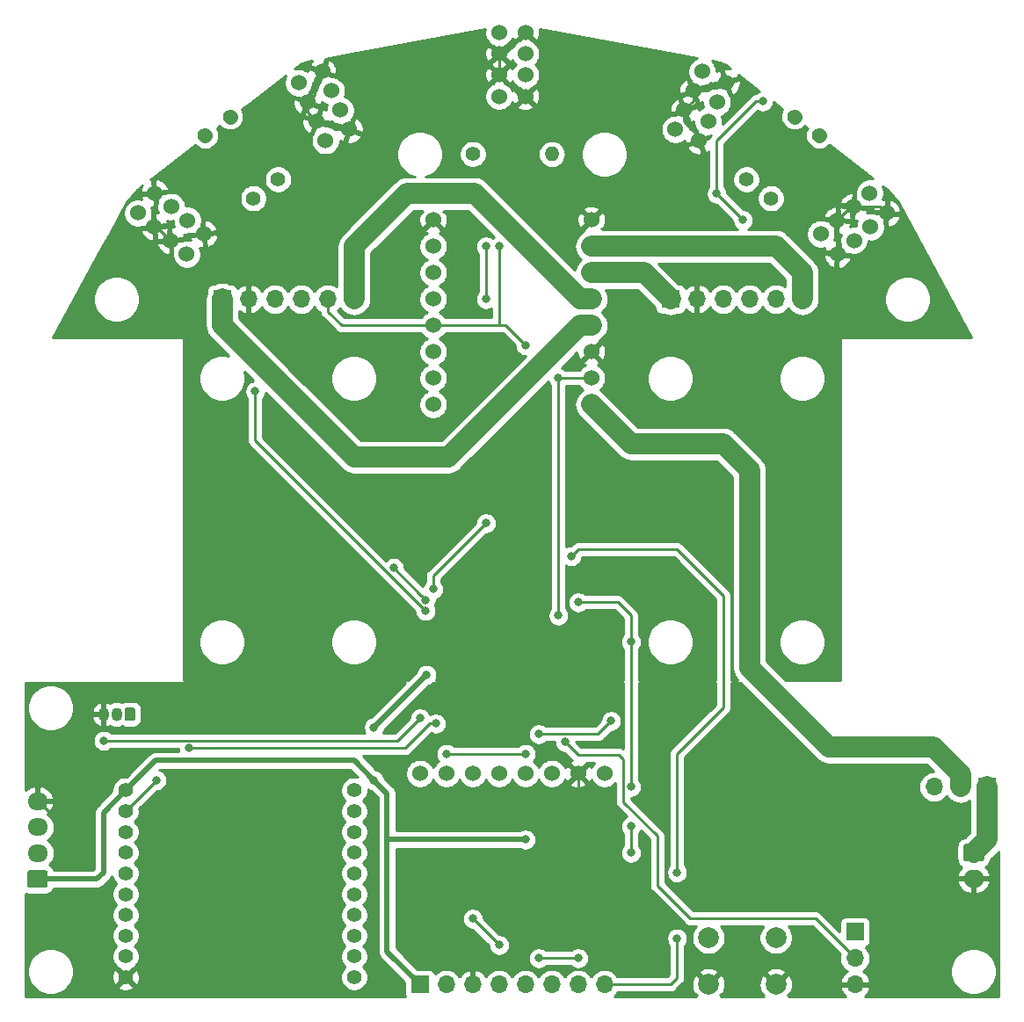
<source format=gbr>
G04 #@! TF.GenerationSoftware,KiCad,Pcbnew,(5.1.4-0-10_14)*
G04 #@! TF.CreationDate,2020-01-04T12:27:15+09:00*
G04 #@! TF.ProjectId,mouse,6d6f7573-652e-46b6-9963-61645f706362,rev?*
G04 #@! TF.SameCoordinates,Original*
G04 #@! TF.FileFunction,Copper,L2,Bot*
G04 #@! TF.FilePolarity,Positive*
%FSLAX46Y46*%
G04 Gerber Fmt 4.6, Leading zero omitted, Abs format (unit mm)*
G04 Created by KiCad (PCBNEW (5.1.4-0-10_14)) date 2020-01-04 12:27:15*
%MOMM*%
%LPD*%
G04 APERTURE LIST*
%ADD10C,1.400000*%
%ADD11C,1.400000*%
%ADD12C,0.100000*%
%ADD13C,1.700000*%
%ADD14O,2.000000X1.700000*%
%ADD15R,1.700000X1.700000*%
%ADD16O,1.700000X1.700000*%
%ADD17O,1.950000X1.700000*%
%ADD18O,1.050000X1.300000*%
%ADD19C,1.050000*%
%ADD20O,1.400000X1.400000*%
%ADD21C,2.000000*%
%ADD22C,1.524000*%
%ADD23C,0.800000*%
%ADD24C,0.250000*%
%ADD25C,0.500000*%
%ADD26C,2.000000*%
%ADD27C,0.254000*%
G04 APERTURE END LIST*
D10*
X51549573Y-101800726D03*
D11*
X51549573Y-101800726D02*
X51549573Y-101800726D01*
D10*
X56188335Y-107846078D03*
D12*
G36*
X123964504Y-171871204D02*
G01*
X123988773Y-171874804D01*
X124012571Y-171880765D01*
X124035671Y-171889030D01*
X124057849Y-171899520D01*
X124078893Y-171912133D01*
X124098598Y-171926747D01*
X124116777Y-171943223D01*
X124133253Y-171961402D01*
X124147867Y-171981107D01*
X124160480Y-172002151D01*
X124170970Y-172024329D01*
X124179235Y-172047429D01*
X124185196Y-172071227D01*
X124188796Y-172095496D01*
X124190000Y-172120000D01*
X124190000Y-173320000D01*
X124188796Y-173344504D01*
X124185196Y-173368773D01*
X124179235Y-173392571D01*
X124170970Y-173415671D01*
X124160480Y-173437849D01*
X124147867Y-173458893D01*
X124133253Y-173478598D01*
X124116777Y-173496777D01*
X124098598Y-173513253D01*
X124078893Y-173527867D01*
X124057849Y-173540480D01*
X124035671Y-173550970D01*
X124012571Y-173559235D01*
X123988773Y-173565196D01*
X123964504Y-173568796D01*
X123940000Y-173570000D01*
X122440000Y-173570000D01*
X122415496Y-173568796D01*
X122391227Y-173565196D01*
X122367429Y-173559235D01*
X122344329Y-173550970D01*
X122322151Y-173540480D01*
X122301107Y-173527867D01*
X122281402Y-173513253D01*
X122263223Y-173496777D01*
X122246747Y-173478598D01*
X122232133Y-173458893D01*
X122219520Y-173437849D01*
X122209030Y-173415671D01*
X122200765Y-173392571D01*
X122194804Y-173368773D01*
X122191204Y-173344504D01*
X122190000Y-173320000D01*
X122190000Y-172120000D01*
X122191204Y-172095496D01*
X122194804Y-172071227D01*
X122200765Y-172047429D01*
X122209030Y-172024329D01*
X122219520Y-172002151D01*
X122232133Y-171981107D01*
X122246747Y-171961402D01*
X122263223Y-171943223D01*
X122281402Y-171926747D01*
X122301107Y-171912133D01*
X122322151Y-171899520D01*
X122344329Y-171889030D01*
X122367429Y-171880765D01*
X122391227Y-171874804D01*
X122415496Y-171871204D01*
X122440000Y-171870000D01*
X123940000Y-171870000D01*
X123964504Y-171871204D01*
X123964504Y-171871204D01*
G37*
D13*
X123190000Y-172720000D03*
D14*
X123190000Y-175220000D03*
D15*
X69850000Y-185420000D03*
D16*
X72390000Y-185420000D03*
X74930000Y-185420000D03*
X77470000Y-185420000D03*
X80010000Y-185420000D03*
X82550000Y-185420000D03*
X85090000Y-185420000D03*
X87630000Y-185420000D03*
D12*
G36*
X33769504Y-174411204D02*
G01*
X33793773Y-174414804D01*
X33817571Y-174420765D01*
X33840671Y-174429030D01*
X33862849Y-174439520D01*
X33883893Y-174452133D01*
X33903598Y-174466747D01*
X33921777Y-174483223D01*
X33938253Y-174501402D01*
X33952867Y-174521107D01*
X33965480Y-174542151D01*
X33975970Y-174564329D01*
X33984235Y-174587429D01*
X33990196Y-174611227D01*
X33993796Y-174635496D01*
X33995000Y-174660000D01*
X33995000Y-175860000D01*
X33993796Y-175884504D01*
X33990196Y-175908773D01*
X33984235Y-175932571D01*
X33975970Y-175955671D01*
X33965480Y-175977849D01*
X33952867Y-175998893D01*
X33938253Y-176018598D01*
X33921777Y-176036777D01*
X33903598Y-176053253D01*
X33883893Y-176067867D01*
X33862849Y-176080480D01*
X33840671Y-176090970D01*
X33817571Y-176099235D01*
X33793773Y-176105196D01*
X33769504Y-176108796D01*
X33745000Y-176110000D01*
X32295000Y-176110000D01*
X32270496Y-176108796D01*
X32246227Y-176105196D01*
X32222429Y-176099235D01*
X32199329Y-176090970D01*
X32177151Y-176080480D01*
X32156107Y-176067867D01*
X32136402Y-176053253D01*
X32118223Y-176036777D01*
X32101747Y-176018598D01*
X32087133Y-175998893D01*
X32074520Y-175977849D01*
X32064030Y-175955671D01*
X32055765Y-175932571D01*
X32049804Y-175908773D01*
X32046204Y-175884504D01*
X32045000Y-175860000D01*
X32045000Y-174660000D01*
X32046204Y-174635496D01*
X32049804Y-174611227D01*
X32055765Y-174587429D01*
X32064030Y-174564329D01*
X32074520Y-174542151D01*
X32087133Y-174521107D01*
X32101747Y-174501402D01*
X32118223Y-174483223D01*
X32136402Y-174466747D01*
X32156107Y-174452133D01*
X32177151Y-174439520D01*
X32199329Y-174429030D01*
X32222429Y-174420765D01*
X32246227Y-174414804D01*
X32270496Y-174411204D01*
X32295000Y-174410000D01*
X33745000Y-174410000D01*
X33769504Y-174411204D01*
X33769504Y-174411204D01*
G37*
D13*
X33020000Y-175260000D03*
D17*
X33020000Y-172760000D03*
X33020000Y-170260000D03*
X33020000Y-167760000D03*
D16*
X63500000Y-119380000D03*
X60960000Y-119380000D03*
X58420000Y-119380000D03*
X55880000Y-119380000D03*
X53340000Y-119380000D03*
D15*
X50800000Y-119380000D03*
X93980000Y-119380000D03*
D16*
X96520000Y-119380000D03*
X99060000Y-119380000D03*
X101600000Y-119380000D03*
X104140000Y-119380000D03*
X106680000Y-119380000D03*
D18*
X40640000Y-159385000D03*
X39370000Y-159385000D03*
D12*
G36*
X42209594Y-158736203D02*
G01*
X42233853Y-158739802D01*
X42257642Y-158745761D01*
X42280733Y-158754023D01*
X42302902Y-158764508D01*
X42323937Y-158777116D01*
X42343635Y-158791725D01*
X42361806Y-158808194D01*
X42378275Y-158826365D01*
X42392884Y-158846063D01*
X42405492Y-158867098D01*
X42415977Y-158889267D01*
X42424239Y-158912358D01*
X42430198Y-158936147D01*
X42433797Y-158960406D01*
X42435000Y-158984900D01*
X42435000Y-159785100D01*
X42433797Y-159809594D01*
X42430198Y-159833853D01*
X42424239Y-159857642D01*
X42415977Y-159880733D01*
X42405492Y-159902902D01*
X42392884Y-159923937D01*
X42378275Y-159943635D01*
X42361806Y-159961806D01*
X42343635Y-159978275D01*
X42323937Y-159992884D01*
X42302902Y-160005492D01*
X42280733Y-160015977D01*
X42257642Y-160024239D01*
X42233853Y-160030198D01*
X42209594Y-160033797D01*
X42185100Y-160035000D01*
X41634900Y-160035000D01*
X41610406Y-160033797D01*
X41586147Y-160030198D01*
X41562358Y-160024239D01*
X41539267Y-160015977D01*
X41517098Y-160005492D01*
X41496063Y-159992884D01*
X41476365Y-159978275D01*
X41458194Y-159961806D01*
X41441725Y-159943635D01*
X41427116Y-159923937D01*
X41414508Y-159902902D01*
X41404023Y-159880733D01*
X41395761Y-159857642D01*
X41389802Y-159833853D01*
X41386203Y-159809594D01*
X41385000Y-159785100D01*
X41385000Y-158984900D01*
X41386203Y-158960406D01*
X41389802Y-158936147D01*
X41395761Y-158912358D01*
X41404023Y-158889267D01*
X41414508Y-158867098D01*
X41427116Y-158846063D01*
X41441725Y-158826365D01*
X41458194Y-158808194D01*
X41476365Y-158791725D01*
X41496063Y-158777116D01*
X41517098Y-158764508D01*
X41539267Y-158754023D01*
X41562358Y-158745761D01*
X41586147Y-158739802D01*
X41610406Y-158736203D01*
X41634900Y-158735000D01*
X42185100Y-158735000D01*
X42209594Y-158736203D01*
X42209594Y-158736203D01*
G37*
D19*
X41910000Y-159385000D03*
D10*
X53808275Y-109672362D03*
X49169513Y-103627010D03*
D11*
X49169513Y-103627010D02*
X49169513Y-103627010D01*
D10*
X74930000Y-105410000D03*
D20*
X82550000Y-105410000D03*
D10*
X103671725Y-109672362D03*
X108310487Y-103627010D03*
D11*
X108310487Y-103627010D02*
X108310487Y-103627010D01*
D21*
X104140000Y-180920000D03*
X104140000Y-185420000D03*
X97640000Y-180920000D03*
X97640000Y-185420000D03*
D22*
X86360000Y-129540000D03*
X86360000Y-127000000D03*
X86360000Y-124460000D03*
X86360000Y-121920000D03*
X86360000Y-119380000D03*
X86360000Y-116840000D03*
X86360000Y-114300000D03*
X86360000Y-111760000D03*
X71120000Y-111760000D03*
X71120000Y-114300000D03*
X71120000Y-116840000D03*
X71120000Y-119380000D03*
X71120000Y-121920000D03*
X71120000Y-124460000D03*
X71120000Y-127000000D03*
X71120000Y-129540000D03*
D15*
X124460000Y-166370000D03*
D16*
X121920000Y-166370000D03*
X119380000Y-166370000D03*
D15*
X111760000Y-180340000D03*
D16*
X111760000Y-182880000D03*
X111760000Y-185420000D03*
D10*
X63500000Y-172720000D03*
X63500000Y-182720000D03*
X41500000Y-178720000D03*
X41500000Y-182720000D03*
X41500000Y-174720000D03*
X41500000Y-176720000D03*
X41500000Y-166720000D03*
X41500000Y-168720000D03*
X41500000Y-170720000D03*
X41500000Y-172720000D03*
X63500000Y-178720000D03*
X63500000Y-168720000D03*
X63500000Y-176720000D03*
X63500000Y-184720000D03*
X63500000Y-170720000D03*
X41500000Y-184720000D03*
X63500000Y-166720000D03*
X63500000Y-174720000D03*
X41500000Y-180720000D03*
X63500000Y-180720000D03*
X101291665Y-107846078D03*
X105930427Y-101800726D03*
D11*
X105930427Y-101800726D02*
X105930427Y-101800726D01*
D22*
X74930000Y-165100000D03*
X80010000Y-165100000D03*
X87630000Y-165100000D03*
X69850000Y-165100000D03*
X85090000Y-165100000D03*
X72390000Y-165100000D03*
X82550000Y-165100000D03*
X77470000Y-165100000D03*
X45881027Y-110470181D03*
X49021809Y-113105610D03*
X47389129Y-115051363D03*
X44248347Y-112415934D03*
X44310636Y-109152466D03*
X47451418Y-111787895D03*
X45818738Y-113733648D03*
X42677956Y-111098219D03*
X61312712Y-99321985D03*
X63045447Y-103037847D03*
X60743426Y-104111297D03*
X59010691Y-100395435D03*
X58144324Y-98537504D03*
X59877059Y-102253366D03*
X62179080Y-101179916D03*
X60446345Y-97464054D03*
X77470000Y-95740000D03*
X77470000Y-99840000D03*
X80010000Y-99840000D03*
X80010000Y-95740000D03*
X77470000Y-93690000D03*
X77470000Y-97790000D03*
X80010000Y-97790000D03*
X80010000Y-93690000D03*
X98469309Y-100395435D03*
X96736574Y-104111297D03*
X94434553Y-103037847D03*
X96167288Y-99321985D03*
X99335676Y-98537504D03*
X97602941Y-102253366D03*
X95300920Y-101179916D03*
X97033655Y-97464054D03*
X111598973Y-110470181D03*
X108458191Y-113105610D03*
X110090871Y-115051363D03*
X113231653Y-112415934D03*
X114802044Y-111098219D03*
X111661262Y-113733648D03*
X110028582Y-111787895D03*
X113169364Y-109152466D03*
D23*
X78740000Y-154772617D03*
X81280000Y-154940000D03*
X37465000Y-173990000D03*
X91440000Y-173990000D03*
X96520000Y-172720000D03*
X96520000Y-168275000D03*
X80010000Y-171450000D03*
X98425000Y-109220000D03*
X100965000Y-111760000D03*
X102870000Y-100330000D03*
X80010000Y-123825000D03*
X83185000Y-127000000D03*
X77470000Y-114300000D03*
X65405000Y-165735000D03*
X65405000Y-160655000D03*
X70485000Y-155575000D03*
X83185000Y-149860000D03*
X81280000Y-182880000D03*
X85090000Y-182880000D03*
X90170000Y-166370000D03*
X90170000Y-170180000D03*
X90170000Y-172720000D03*
X85090000Y-148590000D03*
X90170000Y-152400000D03*
X77470000Y-181610000D03*
X74930000Y-179070000D03*
X84455000Y-144145000D03*
X94615000Y-174625000D03*
X94615000Y-180975000D03*
X71374000Y-160274000D03*
X44450000Y-165735000D03*
X47625000Y-162650000D03*
X69850000Y-159766000D03*
X39370000Y-161925000D03*
X72390000Y-163195000D03*
X80010000Y-163195000D03*
X70396100Y-149428200D03*
X53975000Y-128270000D03*
X70403720Y-148369020D03*
X67312540Y-145277840D03*
X71120000Y-147320000D03*
X76200000Y-140970000D03*
X76200000Y-119380000D03*
X76200000Y-114300000D03*
X81280000Y-161290000D03*
X88265000Y-160020000D03*
X118745000Y-162560000D03*
X107950000Y-161290000D03*
X83820000Y-162052000D03*
D24*
X114174006Y-110470181D02*
X114802044Y-111098219D01*
X111598973Y-110470181D02*
X114174006Y-110470181D01*
X111346296Y-110470181D02*
X110028582Y-111787895D01*
X111598973Y-110470181D02*
X111346296Y-110470181D01*
X110028582Y-114989074D02*
X110090871Y-115051363D01*
X110028582Y-111787895D02*
X110028582Y-114989074D01*
X97473565Y-99321985D02*
X97244918Y-99321985D01*
X98258046Y-98537504D02*
X97473565Y-99321985D01*
X97244918Y-99321985D02*
X96167288Y-99321985D01*
X99335676Y-98537504D02*
X98258046Y-98537504D01*
X96167288Y-100313548D02*
X95300920Y-101179916D01*
X96167288Y-99321985D02*
X96167288Y-100313548D01*
X96736574Y-103693200D02*
X96736574Y-104111297D01*
X77960000Y-95740000D02*
X77470000Y-95740000D01*
X80010000Y-93690000D02*
X77960000Y-95740000D01*
X77470000Y-95740000D02*
X77470000Y-97790000D01*
X79520000Y-99840000D02*
X80010000Y-99840000D01*
X77470000Y-97790000D02*
X79520000Y-99840000D01*
X59684346Y-99721780D02*
X59010691Y-100395435D01*
X59684346Y-98226053D02*
X59684346Y-99721780D01*
X60446345Y-97464054D02*
X59684346Y-98226053D01*
X59010691Y-101386998D02*
X59877059Y-102253366D01*
X59010691Y-100395435D02*
X59010691Y-101386998D01*
X61967817Y-103037847D02*
X63045447Y-103037847D01*
X61739170Y-103037847D02*
X61967817Y-103037847D01*
X60954689Y-102253366D02*
X61739170Y-103037847D01*
X59877059Y-102253366D02*
X60954689Y-102253366D01*
X44310636Y-112353645D02*
X44248347Y-112415934D01*
X44310636Y-109152466D02*
X44310636Y-112353645D01*
X44501024Y-112415934D02*
X45818738Y-113733648D01*
X44248347Y-112415934D02*
X44501024Y-112415934D01*
X45818738Y-113733648D02*
X46921352Y-113733648D01*
X47549390Y-113105610D02*
X49021809Y-113105610D01*
X46921352Y-113733648D02*
X47549390Y-113105610D01*
X96736574Y-103721574D02*
X96736574Y-104111297D01*
X95300920Y-102285920D02*
X96736574Y-103721574D01*
X95300920Y-101179916D02*
X95300920Y-102285920D01*
X81112617Y-154772617D02*
X81280000Y-154940000D01*
X78740000Y-154772617D02*
X81112617Y-154772617D01*
X37465000Y-172080000D02*
X37465000Y-173990000D01*
X33145000Y-167760000D02*
X37465000Y-172080000D01*
X33020000Y-167760000D02*
X33145000Y-167760000D01*
X85090000Y-176530000D02*
X78740000Y-182880000D01*
X78740000Y-182880000D02*
X75565000Y-182880000D01*
X74930000Y-183515000D02*
X74930000Y-185420000D01*
X75565000Y-182880000D02*
X74930000Y-183515000D01*
X85090000Y-173990000D02*
X91440000Y-173990000D01*
X85090000Y-167640000D02*
X85090000Y-173990000D01*
X85090000Y-173990000D02*
X85090000Y-176530000D01*
X96520000Y-172720000D02*
X96520000Y-168275000D01*
X85090000Y-165100000D02*
X85090000Y-167640000D01*
D25*
X72390000Y-171450000D02*
X80010000Y-171450000D01*
X33020000Y-175260000D02*
X38735000Y-175260000D01*
X38735000Y-175260000D02*
X39370000Y-174625000D01*
X39370000Y-168850000D02*
X41500000Y-166720000D01*
X39370000Y-174625000D02*
X39370000Y-168850000D01*
X44390000Y-163830000D02*
X41500000Y-166720000D01*
X66675000Y-167005000D02*
X65405000Y-165735000D01*
X63500000Y-163830000D02*
X44390000Y-163830000D01*
X66675000Y-171450000D02*
X66675000Y-167005000D01*
X72390000Y-171450000D02*
X66675000Y-171450000D01*
X66675000Y-182245000D02*
X69850000Y-185420000D01*
X66675000Y-171450000D02*
X66675000Y-182245000D01*
D24*
X98425000Y-109220000D02*
X100965000Y-111760000D01*
X102870000Y-100330000D02*
X102235000Y-100330000D01*
X98425000Y-104140000D02*
X98425000Y-109220000D01*
X102235000Y-100330000D02*
X98425000Y-104140000D01*
X70042370Y-121920000D02*
X71120000Y-121920000D01*
X60960000Y-120582081D02*
X62297919Y-121920000D01*
X62297919Y-121920000D02*
X70042370Y-121920000D01*
X60960000Y-119380000D02*
X60960000Y-120582081D01*
X71120000Y-121920000D02*
X74295000Y-121920000D01*
X78105000Y-121920000D02*
X80010000Y-123825000D01*
X83185000Y-127000000D02*
X86360000Y-127000000D01*
X77470000Y-121920000D02*
X77470000Y-114300000D01*
X74295000Y-121920000D02*
X77470000Y-121920000D01*
X77470000Y-121920000D02*
X78105000Y-121920000D01*
D25*
X65405000Y-165735000D02*
X63500000Y-163830000D01*
X65405000Y-160655000D02*
X70485000Y-155575000D01*
D24*
X83185000Y-149860000D02*
X83185000Y-135890000D01*
X83185000Y-135890000D02*
X83185000Y-127000000D01*
X81280000Y-182880000D02*
X85090000Y-182880000D01*
X85090000Y-148590000D02*
X86360000Y-148590000D01*
X86360000Y-148590000D02*
X88900000Y-148590000D01*
X88900000Y-148590000D02*
X90170000Y-149860000D01*
X90170000Y-170180000D02*
X90170000Y-172720000D01*
X90170000Y-152400000D02*
X90170000Y-166370000D01*
X90170000Y-149860000D02*
X90170000Y-152400000D01*
X77470000Y-181610000D02*
X74930000Y-179070000D01*
X84455000Y-144145000D02*
X85090000Y-143510000D01*
X85090000Y-143510000D02*
X94615000Y-143510000D01*
X94615000Y-143510000D02*
X99060000Y-147955000D01*
X99060000Y-147955000D02*
X99060000Y-158750000D01*
X94615000Y-163195000D02*
X94615000Y-174625000D01*
X99060000Y-158750000D02*
X94615000Y-163195000D01*
X94615000Y-180975000D02*
X94615000Y-184785000D01*
X93980000Y-185420000D02*
X87630000Y-185420000D01*
X94615000Y-184785000D02*
X93980000Y-185420000D01*
X71374000Y-160274000D02*
X70808315Y-160274000D01*
X44450000Y-165770000D02*
X44450000Y-165735000D01*
X41500000Y-168720000D02*
X44450000Y-165770000D01*
X47625000Y-162650000D02*
X68432316Y-162650000D01*
X68432316Y-162650000D02*
X68551158Y-162531158D01*
X68551158Y-162531158D02*
X68522315Y-162560000D01*
X70808315Y-160274000D02*
X68551158Y-162531158D01*
X67691000Y-161925000D02*
X69850000Y-159766000D01*
X39370000Y-161925000D02*
X67691000Y-161925000D01*
D26*
X85282370Y-119380000D02*
X75122370Y-109220000D01*
X86360000Y-119380000D02*
X85282370Y-119380000D01*
X75122370Y-109220000D02*
X68580000Y-109220000D01*
X68580000Y-109220000D02*
X63500000Y-114300000D01*
X63500000Y-114300000D02*
X63500000Y-119380000D01*
D24*
X72390000Y-163195000D02*
X80010000Y-163195000D01*
D26*
X72582370Y-134620000D02*
X85282370Y-121920000D01*
X63500000Y-134620000D02*
X72582370Y-134620000D01*
X50800000Y-121920000D02*
X63500000Y-134620000D01*
X85282370Y-121920000D02*
X86360000Y-121920000D01*
X50800000Y-119380000D02*
X50800000Y-121920000D01*
X91440000Y-116840000D02*
X93980000Y-119380000D01*
X86360000Y-116840000D02*
X91440000Y-116840000D01*
X86360000Y-114300000D02*
X100262081Y-114300000D01*
X106680000Y-119380000D02*
X106680000Y-116840000D01*
X106680000Y-116840000D02*
X104140000Y-114300000D01*
X104140000Y-114300000D02*
X100262081Y-114300000D01*
D24*
X67475248Y-146513550D02*
X67481450Y-146513550D01*
X53975000Y-133013302D02*
X67475248Y-146513550D01*
X53975000Y-128270000D02*
X53975000Y-133013302D01*
X67481450Y-146513550D02*
X67322700Y-146354800D01*
X70396100Y-149428200D02*
X67481450Y-146513550D01*
X70003721Y-147969021D02*
X69978321Y-147969021D01*
X70403720Y-148369020D02*
X70003721Y-147969021D01*
X67312540Y-145303240D02*
X67312540Y-145277840D01*
X69978321Y-147969021D02*
X67312540Y-145303240D01*
X71120000Y-147320000D02*
X71120000Y-146050000D01*
X71120000Y-146050000D02*
X76200000Y-140970000D01*
X76200000Y-119380000D02*
X76200000Y-114300000D01*
X81280000Y-161290000D02*
X85725000Y-161290000D01*
X86995000Y-161290000D02*
X88265000Y-160020000D01*
X85725000Y-161290000D02*
X86995000Y-161290000D01*
D26*
X90170000Y-133350000D02*
X86360000Y-129540000D01*
X99060000Y-133350000D02*
X90170000Y-133350000D01*
X101600000Y-154940000D02*
X101600000Y-135890000D01*
X121920000Y-165167919D02*
X119312081Y-162560000D01*
X101600000Y-135890000D02*
X99060000Y-133350000D01*
X121920000Y-166370000D02*
X121920000Y-165167919D01*
X118745000Y-162560000D02*
X109220000Y-162560000D01*
X119312081Y-162560000D02*
X118745000Y-162560000D01*
X107950000Y-161290000D02*
X101600000Y-154940000D01*
X109220000Y-162560000D02*
X107950000Y-161290000D01*
D24*
X85090000Y-163322000D02*
X83820000Y-162052000D01*
X89027000Y-163322000D02*
X85090000Y-163322000D01*
X89444999Y-167846237D02*
X89444999Y-163739999D01*
X89444999Y-163739999D02*
X89027000Y-163322000D01*
X92710000Y-175895000D02*
X92710000Y-171111238D01*
X111760000Y-182880000D02*
X107950000Y-179070000D01*
X107950000Y-179070000D02*
X95885000Y-179070000D01*
X92710000Y-171111238D02*
X89444999Y-167846237D01*
X95885000Y-179070000D02*
X92710000Y-175895000D01*
D26*
X124460000Y-171450000D02*
X124460000Y-166370000D01*
X123190000Y-172720000D02*
X124460000Y-171450000D01*
D27*
G36*
X76073000Y-93552408D02*
G01*
X76073000Y-93827592D01*
X76126686Y-94097490D01*
X76231995Y-94351727D01*
X76384880Y-94580535D01*
X76579465Y-94775120D01*
X76808273Y-94928005D01*
X76858355Y-94948750D01*
X77470000Y-95560395D01*
X78081645Y-94948750D01*
X78131727Y-94928005D01*
X78360535Y-94775120D01*
X78555120Y-94580535D01*
X78708005Y-94351727D01*
X78737692Y-94280057D01*
X78742364Y-94293023D01*
X78804344Y-94408980D01*
X79044435Y-94475960D01*
X79830395Y-93690000D01*
X79816253Y-93675858D01*
X79995858Y-93496253D01*
X80010000Y-93510395D01*
X80024143Y-93496253D01*
X80203748Y-93675858D01*
X80189605Y-93690000D01*
X80975565Y-94475960D01*
X81215656Y-94408980D01*
X81332756Y-94159952D01*
X81399023Y-93892865D01*
X81411910Y-93617983D01*
X81370922Y-93345867D01*
X81365761Y-93331543D01*
X96506293Y-96170393D01*
X96371928Y-96226049D01*
X96143120Y-96378934D01*
X95948535Y-96573519D01*
X95795650Y-96802327D01*
X95690341Y-97056564D01*
X95636655Y-97326462D01*
X95636655Y-97601646D01*
X95690341Y-97871544D01*
X95795650Y-98125781D01*
X95948535Y-98354589D01*
X95951365Y-98357419D01*
X96218446Y-99091219D01*
X96181429Y-99128236D01*
X96361037Y-99307844D01*
X96662169Y-99006712D01*
X97062362Y-98861054D01*
X97171247Y-98861054D01*
X97441145Y-98807368D01*
X97695382Y-98702059D01*
X97924190Y-98549174D01*
X97932647Y-98540717D01*
X97931959Y-98548303D01*
X97939127Y-98679589D01*
X98128416Y-98841760D01*
X99104910Y-98486346D01*
X99141927Y-98523363D01*
X99321535Y-98343755D01*
X99020403Y-98042623D01*
X98792738Y-97417117D01*
X98546835Y-97376355D01*
X98441743Y-97463963D01*
X98433307Y-97455527D01*
X98430655Y-97458179D01*
X98430655Y-97326462D01*
X98376969Y-97056564D01*
X98271660Y-96802327D01*
X98118775Y-96573519D01*
X97994731Y-96449475D01*
X98720682Y-96585591D01*
X99302148Y-96866494D01*
X99733586Y-97198369D01*
X99598937Y-97158653D01*
X99324877Y-97133787D01*
X99193591Y-97140955D01*
X99031420Y-97330244D01*
X99386834Y-98306738D01*
X99349817Y-98343755D01*
X99529425Y-98523363D01*
X99830557Y-98222231D01*
X100456063Y-97994566D01*
X100491413Y-97781313D01*
X102530929Y-99350172D01*
X102379744Y-99412795D01*
X102210226Y-99526063D01*
X102162861Y-99573428D01*
X102086014Y-99580997D01*
X101942753Y-99624454D01*
X101810724Y-99695026D01*
X101694999Y-99789999D01*
X101671201Y-99818997D01*
X98975285Y-102514914D01*
X98999941Y-102390958D01*
X98999941Y-102115774D01*
X98946255Y-101845876D01*
X98898208Y-101729881D01*
X99131036Y-101633440D01*
X99359844Y-101480555D01*
X99554429Y-101285970D01*
X99707314Y-101057162D01*
X99812623Y-100802925D01*
X99866309Y-100533027D01*
X99866309Y-100257843D01*
X99812623Y-99987945D01*
X99707314Y-99733708D01*
X99554429Y-99504900D01*
X99551599Y-99502070D01*
X99284518Y-98768270D01*
X99321535Y-98731253D01*
X99203690Y-98613408D01*
X99498454Y-98613408D01*
X99878614Y-99657891D01*
X100124517Y-99698653D01*
X100335889Y-99522446D01*
X100508824Y-99308389D01*
X100636674Y-99064707D01*
X100714527Y-98800765D01*
X100739393Y-98526705D01*
X100732225Y-98395419D01*
X100542936Y-98233248D01*
X99498454Y-98613408D01*
X99203690Y-98613408D01*
X99141927Y-98551645D01*
X98840795Y-98852777D01*
X98440602Y-98998435D01*
X98331717Y-98998435D01*
X98061819Y-99052121D01*
X97807582Y-99157430D01*
X97578774Y-99310315D01*
X97570317Y-99318772D01*
X97571005Y-99311186D01*
X97563837Y-99179900D01*
X97374548Y-99017729D01*
X96398054Y-99373143D01*
X96361037Y-99336126D01*
X96181429Y-99515734D01*
X96482561Y-99816866D01*
X96710226Y-100442372D01*
X96956129Y-100483134D01*
X97061221Y-100395526D01*
X97069657Y-100403962D01*
X97072309Y-100401310D01*
X97072309Y-100533027D01*
X97125995Y-100802925D01*
X97174042Y-100918920D01*
X96941214Y-101015361D01*
X96712406Y-101168246D01*
X96703949Y-101176703D01*
X96704637Y-101169117D01*
X96697469Y-101037831D01*
X96508180Y-100875660D01*
X95531686Y-101231074D01*
X95494669Y-101194057D01*
X95315061Y-101373665D01*
X95616193Y-101674797D01*
X95843858Y-102300303D01*
X96089761Y-102341065D01*
X96194853Y-102253457D01*
X96203289Y-102261893D01*
X96205941Y-102259241D01*
X96205941Y-102390958D01*
X96259627Y-102660856D01*
X96364936Y-102915093D01*
X96517821Y-103143901D01*
X96520651Y-103146731D01*
X96787732Y-103880531D01*
X96750715Y-103917548D01*
X96930323Y-104097156D01*
X97231455Y-103796024D01*
X97631648Y-103650366D01*
X97740533Y-103650366D01*
X97863784Y-103625850D01*
X97833975Y-103662172D01*
X97790026Y-103715724D01*
X97751686Y-103787453D01*
X97719454Y-103847754D01*
X97705489Y-103893791D01*
X96967340Y-104162455D01*
X96930323Y-104125438D01*
X96750715Y-104305046D01*
X97051847Y-104606178D01*
X97279512Y-105231684D01*
X97525415Y-105272446D01*
X97630507Y-105184838D01*
X97638943Y-105193274D01*
X97665000Y-105167217D01*
X97665001Y-108516288D01*
X97621063Y-108560226D01*
X97507795Y-108729744D01*
X97429774Y-108918102D01*
X97390000Y-109118061D01*
X97390000Y-109321939D01*
X97429774Y-109521898D01*
X97507795Y-109710256D01*
X97621063Y-109879774D01*
X97765226Y-110023937D01*
X97934744Y-110137205D01*
X98123102Y-110215226D01*
X98323061Y-110255000D01*
X98385199Y-110255000D01*
X99930000Y-111799803D01*
X99930000Y-111861939D01*
X99969774Y-112061898D01*
X100047795Y-112250256D01*
X100161063Y-112419774D01*
X100305226Y-112563937D01*
X100456478Y-112665000D01*
X87439346Y-112665000D01*
X87441977Y-112662369D01*
X87325567Y-112545959D01*
X87565656Y-112478980D01*
X87682756Y-112229952D01*
X87749023Y-111962865D01*
X87761910Y-111687983D01*
X87720922Y-111415867D01*
X87627636Y-111156977D01*
X87565656Y-111041020D01*
X87325565Y-110974040D01*
X86539605Y-111760000D01*
X86553748Y-111774143D01*
X86374143Y-111953748D01*
X86360000Y-111939605D01*
X85574040Y-112725565D01*
X85608182Y-112847948D01*
X85447248Y-112933969D01*
X85198286Y-113138286D01*
X84993969Y-113387248D01*
X84842148Y-113671285D01*
X84748657Y-113979484D01*
X84717089Y-114300000D01*
X84748657Y-114620516D01*
X84842148Y-114928715D01*
X84993969Y-115212752D01*
X85198286Y-115461714D01*
X85330233Y-115570000D01*
X85198286Y-115678286D01*
X84993969Y-115927248D01*
X84842148Y-116211285D01*
X84748657Y-116519484D01*
X84747351Y-116532742D01*
X80046626Y-111832017D01*
X84958090Y-111832017D01*
X84999078Y-112104133D01*
X85092364Y-112363023D01*
X85154344Y-112478980D01*
X85394435Y-112545960D01*
X86180395Y-111760000D01*
X85394435Y-110974040D01*
X85154344Y-111041020D01*
X85037244Y-111290048D01*
X84970977Y-111557135D01*
X84958090Y-111832017D01*
X80046626Y-111832017D01*
X79009044Y-110794435D01*
X85574040Y-110794435D01*
X86360000Y-111580395D01*
X87145960Y-110794435D01*
X87078980Y-110554344D01*
X86829952Y-110437244D01*
X86562865Y-110370977D01*
X86287983Y-110358090D01*
X86015867Y-110399078D01*
X85756977Y-110492364D01*
X85641020Y-110554344D01*
X85574040Y-110794435D01*
X79009044Y-110794435D01*
X76335295Y-108120687D01*
X76284084Y-108058286D01*
X76035122Y-107853969D01*
X75751085Y-107702148D01*
X75442886Y-107608657D01*
X75202692Y-107585000D01*
X75202689Y-107585000D01*
X75122370Y-107577089D01*
X75042051Y-107585000D01*
X70371768Y-107585000D01*
X70501925Y-107559110D01*
X70908669Y-107390631D01*
X71274729Y-107146038D01*
X71586038Y-106834729D01*
X71830631Y-106468669D01*
X71999110Y-106061925D01*
X72085000Y-105630128D01*
X72085000Y-105278514D01*
X73595000Y-105278514D01*
X73595000Y-105541486D01*
X73646304Y-105799405D01*
X73746939Y-106042359D01*
X73893038Y-106261013D01*
X74078987Y-106446962D01*
X74297641Y-106593061D01*
X74540595Y-106693696D01*
X74798514Y-106745000D01*
X75061486Y-106745000D01*
X75319405Y-106693696D01*
X75562359Y-106593061D01*
X75781013Y-106446962D01*
X75966962Y-106261013D01*
X76113061Y-106042359D01*
X76213696Y-105799405D01*
X76265000Y-105541486D01*
X76265000Y-105410000D01*
X81208541Y-105410000D01*
X81234317Y-105671706D01*
X81310653Y-105923354D01*
X81434618Y-106155275D01*
X81601445Y-106358555D01*
X81804725Y-106525382D01*
X82036646Y-106649347D01*
X82288294Y-106725683D01*
X82484421Y-106745000D01*
X82615579Y-106745000D01*
X82811706Y-106725683D01*
X83063354Y-106649347D01*
X83295275Y-106525382D01*
X83498555Y-106358555D01*
X83665382Y-106155275D01*
X83789347Y-105923354D01*
X83865683Y-105671706D01*
X83891459Y-105410000D01*
X83869779Y-105189872D01*
X85395000Y-105189872D01*
X85395000Y-105630128D01*
X85480890Y-106061925D01*
X85649369Y-106468669D01*
X85893962Y-106834729D01*
X86205271Y-107146038D01*
X86571331Y-107390631D01*
X86978075Y-107559110D01*
X87409872Y-107645000D01*
X87850128Y-107645000D01*
X88281925Y-107559110D01*
X88688669Y-107390631D01*
X89054729Y-107146038D01*
X89366038Y-106834729D01*
X89610631Y-106468669D01*
X89779110Y-106061925D01*
X89865000Y-105630128D01*
X89865000Y-105189872D01*
X89807369Y-104900138D01*
X95575425Y-104900138D01*
X95751632Y-105111510D01*
X95965689Y-105284445D01*
X96209371Y-105412295D01*
X96473313Y-105490148D01*
X96747373Y-105515014D01*
X96878659Y-105507846D01*
X97040830Y-105318557D01*
X96660670Y-104274075D01*
X95616187Y-104654235D01*
X95575425Y-104900138D01*
X89807369Y-104900138D01*
X89779110Y-104758075D01*
X89610631Y-104351331D01*
X89366038Y-103985271D01*
X89054729Y-103673962D01*
X88688669Y-103429369D01*
X88281925Y-103260890D01*
X87850128Y-103175000D01*
X87409872Y-103175000D01*
X86978075Y-103260890D01*
X86571331Y-103429369D01*
X86205271Y-103673962D01*
X85893962Y-103985271D01*
X85649369Y-104351331D01*
X85480890Y-104758075D01*
X85395000Y-105189872D01*
X83869779Y-105189872D01*
X83865683Y-105148294D01*
X83789347Y-104896646D01*
X83665382Y-104664725D01*
X83498555Y-104461445D01*
X83295275Y-104294618D01*
X83063354Y-104170653D01*
X82811706Y-104094317D01*
X82615579Y-104075000D01*
X82484421Y-104075000D01*
X82288294Y-104094317D01*
X82036646Y-104170653D01*
X81804725Y-104294618D01*
X81601445Y-104461445D01*
X81434618Y-104664725D01*
X81310653Y-104896646D01*
X81234317Y-105148294D01*
X81208541Y-105410000D01*
X76265000Y-105410000D01*
X76265000Y-105278514D01*
X76213696Y-105020595D01*
X76113061Y-104777641D01*
X75966962Y-104558987D01*
X75781013Y-104373038D01*
X75562359Y-104226939D01*
X75319405Y-104126304D01*
X75061486Y-104075000D01*
X74798514Y-104075000D01*
X74540595Y-104126304D01*
X74297641Y-104226939D01*
X74078987Y-104373038D01*
X73893038Y-104558987D01*
X73746939Y-104777641D01*
X73646304Y-105020595D01*
X73595000Y-105278514D01*
X72085000Y-105278514D01*
X72085000Y-105189872D01*
X71999110Y-104758075D01*
X71830631Y-104351331D01*
X71586038Y-103985271D01*
X71274729Y-103673962D01*
X70908669Y-103429369D01*
X70501925Y-103260890D01*
X70070128Y-103175000D01*
X69629872Y-103175000D01*
X69198075Y-103260890D01*
X68791331Y-103429369D01*
X68425271Y-103673962D01*
X68113962Y-103985271D01*
X67869369Y-104351331D01*
X67700890Y-104758075D01*
X67615000Y-105189872D01*
X67615000Y-105630128D01*
X67700890Y-106061925D01*
X67869369Y-106468669D01*
X68113962Y-106834729D01*
X68425271Y-107146038D01*
X68791331Y-107390631D01*
X69198075Y-107559110D01*
X69328232Y-107585000D01*
X68660319Y-107585000D01*
X68580000Y-107577089D01*
X68499680Y-107585000D01*
X68499678Y-107585000D01*
X68259484Y-107608657D01*
X67951285Y-107702148D01*
X67667248Y-107853969D01*
X67418286Y-108058286D01*
X67367080Y-108120681D01*
X62400687Y-113087075D01*
X62338286Y-113138286D01*
X62133969Y-113387249D01*
X61982148Y-113671286D01*
X61888657Y-113979485D01*
X61867299Y-114196338D01*
X61857089Y-114300000D01*
X61865000Y-114380320D01*
X61865001Y-118201655D01*
X61789014Y-118139294D01*
X61531034Y-118001401D01*
X61251111Y-117916487D01*
X61032950Y-117895000D01*
X60887050Y-117895000D01*
X60668889Y-117916487D01*
X60388966Y-118001401D01*
X60130986Y-118139294D01*
X59904866Y-118324866D01*
X59719294Y-118550986D01*
X59690000Y-118605791D01*
X59660706Y-118550986D01*
X59475134Y-118324866D01*
X59249014Y-118139294D01*
X58991034Y-118001401D01*
X58711111Y-117916487D01*
X58492950Y-117895000D01*
X58347050Y-117895000D01*
X58128889Y-117916487D01*
X57848966Y-118001401D01*
X57590986Y-118139294D01*
X57364866Y-118324866D01*
X57179294Y-118550986D01*
X57150000Y-118605791D01*
X57120706Y-118550986D01*
X56935134Y-118324866D01*
X56709014Y-118139294D01*
X56451034Y-118001401D01*
X56171111Y-117916487D01*
X55952950Y-117895000D01*
X55807050Y-117895000D01*
X55588889Y-117916487D01*
X55308966Y-118001401D01*
X55050986Y-118139294D01*
X54824866Y-118324866D01*
X54639294Y-118550986D01*
X54604799Y-118615523D01*
X54535178Y-118498645D01*
X54340269Y-118282412D01*
X54106920Y-118108359D01*
X53844099Y-117983175D01*
X53696890Y-117938524D01*
X53467000Y-118059845D01*
X53467000Y-119253000D01*
X53487000Y-119253000D01*
X53487000Y-119507000D01*
X53467000Y-119507000D01*
X53467000Y-120700155D01*
X53696890Y-120821476D01*
X53844099Y-120776825D01*
X54106920Y-120651641D01*
X54340269Y-120477588D01*
X54535178Y-120261355D01*
X54604799Y-120144477D01*
X54639294Y-120209014D01*
X54824866Y-120435134D01*
X55050986Y-120620706D01*
X55308966Y-120758599D01*
X55588889Y-120843513D01*
X55807050Y-120865000D01*
X55952950Y-120865000D01*
X56171111Y-120843513D01*
X56451034Y-120758599D01*
X56709014Y-120620706D01*
X56935134Y-120435134D01*
X57120706Y-120209014D01*
X57150000Y-120154209D01*
X57179294Y-120209014D01*
X57364866Y-120435134D01*
X57590986Y-120620706D01*
X57848966Y-120758599D01*
X58128889Y-120843513D01*
X58347050Y-120865000D01*
X58492950Y-120865000D01*
X58711111Y-120843513D01*
X58991034Y-120758599D01*
X59249014Y-120620706D01*
X59475134Y-120435134D01*
X59660706Y-120209014D01*
X59690000Y-120154209D01*
X59719294Y-120209014D01*
X59904866Y-120435134D01*
X60130986Y-120620706D01*
X60203971Y-120659717D01*
X60210998Y-120731067D01*
X60224180Y-120774523D01*
X60254454Y-120874327D01*
X60325026Y-121006357D01*
X60361189Y-121050421D01*
X60420000Y-121122082D01*
X60448998Y-121145880D01*
X61734119Y-122431002D01*
X61757918Y-122460001D01*
X61873643Y-122554974D01*
X62005672Y-122625546D01*
X62148933Y-122669003D01*
X62260586Y-122680000D01*
X62260595Y-122680000D01*
X62297918Y-122683676D01*
X62335241Y-122680000D01*
X69947659Y-122680000D01*
X70034880Y-122810535D01*
X70229465Y-123005120D01*
X70458273Y-123158005D01*
X70535515Y-123190000D01*
X70458273Y-123221995D01*
X70229465Y-123374880D01*
X70034880Y-123569465D01*
X69881995Y-123798273D01*
X69776686Y-124052510D01*
X69723000Y-124322408D01*
X69723000Y-124597592D01*
X69776686Y-124867490D01*
X69881995Y-125121727D01*
X70034880Y-125350535D01*
X70229465Y-125545120D01*
X70458273Y-125698005D01*
X70535515Y-125730000D01*
X70458273Y-125761995D01*
X70229465Y-125914880D01*
X70034880Y-126109465D01*
X69881995Y-126338273D01*
X69776686Y-126592510D01*
X69723000Y-126862408D01*
X69723000Y-127137592D01*
X69776686Y-127407490D01*
X69881995Y-127661727D01*
X70034880Y-127890535D01*
X70229465Y-128085120D01*
X70458273Y-128238005D01*
X70535515Y-128270000D01*
X70458273Y-128301995D01*
X70229465Y-128454880D01*
X70034880Y-128649465D01*
X69881995Y-128878273D01*
X69776686Y-129132510D01*
X69723000Y-129402408D01*
X69723000Y-129677592D01*
X69776686Y-129947490D01*
X69881995Y-130201727D01*
X70034880Y-130430535D01*
X70229465Y-130625120D01*
X70458273Y-130778005D01*
X70712510Y-130883314D01*
X70982408Y-130937000D01*
X71257592Y-130937000D01*
X71527490Y-130883314D01*
X71781727Y-130778005D01*
X72010535Y-130625120D01*
X72205120Y-130430535D01*
X72358005Y-130201727D01*
X72463314Y-129947490D01*
X72517000Y-129677592D01*
X72517000Y-129402408D01*
X72463314Y-129132510D01*
X72358005Y-128878273D01*
X72205120Y-128649465D01*
X72010535Y-128454880D01*
X71781727Y-128301995D01*
X71704485Y-128270000D01*
X71781727Y-128238005D01*
X72010535Y-128085120D01*
X72205120Y-127890535D01*
X72358005Y-127661727D01*
X72463314Y-127407490D01*
X72517000Y-127137592D01*
X72517000Y-126862408D01*
X72463314Y-126592510D01*
X72358005Y-126338273D01*
X72205120Y-126109465D01*
X72010535Y-125914880D01*
X71781727Y-125761995D01*
X71704485Y-125730000D01*
X71781727Y-125698005D01*
X72010535Y-125545120D01*
X72205120Y-125350535D01*
X72358005Y-125121727D01*
X72463314Y-124867490D01*
X72517000Y-124597592D01*
X72517000Y-124322408D01*
X72463314Y-124052510D01*
X72358005Y-123798273D01*
X72205120Y-123569465D01*
X72010535Y-123374880D01*
X71781727Y-123221995D01*
X71704485Y-123190000D01*
X71781727Y-123158005D01*
X72010535Y-123005120D01*
X72205120Y-122810535D01*
X72292341Y-122680000D01*
X77432667Y-122680000D01*
X77470000Y-122683677D01*
X77507333Y-122680000D01*
X77790199Y-122680000D01*
X78975000Y-123864802D01*
X78975000Y-123926939D01*
X79014774Y-124126898D01*
X79092795Y-124315256D01*
X79206063Y-124484774D01*
X79350226Y-124628937D01*
X79519744Y-124742205D01*
X79708102Y-124820226D01*
X79908061Y-124860000D01*
X80030131Y-124860000D01*
X71905132Y-132985000D01*
X64177239Y-132985000D01*
X57972111Y-126779872D01*
X61265000Y-126779872D01*
X61265000Y-127220128D01*
X61350890Y-127651925D01*
X61519369Y-128058669D01*
X61763962Y-128424729D01*
X62075271Y-128736038D01*
X62441331Y-128980631D01*
X62848075Y-129149110D01*
X63279872Y-129235000D01*
X63720128Y-129235000D01*
X64151925Y-129149110D01*
X64558669Y-128980631D01*
X64924729Y-128736038D01*
X65236038Y-128424729D01*
X65480631Y-128058669D01*
X65649110Y-127651925D01*
X65735000Y-127220128D01*
X65735000Y-126779872D01*
X65649110Y-126348075D01*
X65480631Y-125941331D01*
X65236038Y-125575271D01*
X64924729Y-125263962D01*
X64558669Y-125019369D01*
X64151925Y-124850890D01*
X63720128Y-124765000D01*
X63279872Y-124765000D01*
X62848075Y-124850890D01*
X62441331Y-125019369D01*
X62075271Y-125263962D01*
X61763962Y-125575271D01*
X61519369Y-125941331D01*
X61350890Y-126348075D01*
X61265000Y-126779872D01*
X57972111Y-126779872D01*
X52435000Y-121242762D01*
X52435000Y-120548648D01*
X52573080Y-120651641D01*
X52835901Y-120776825D01*
X52983110Y-120821476D01*
X53213000Y-120700155D01*
X53213000Y-119507000D01*
X53193000Y-119507000D01*
X53193000Y-119253000D01*
X53213000Y-119253000D01*
X53213000Y-118059845D01*
X52983110Y-117938524D01*
X52835901Y-117983175D01*
X52573080Y-118108359D01*
X52339731Y-118282412D01*
X52263966Y-118366466D01*
X52239502Y-118285820D01*
X52180537Y-118175506D01*
X52101185Y-118078815D01*
X52004494Y-117999463D01*
X51894180Y-117940498D01*
X51774482Y-117904188D01*
X51650000Y-117891928D01*
X51484428Y-117891928D01*
X51428714Y-117862148D01*
X51120515Y-117768657D01*
X50800000Y-117737089D01*
X50479484Y-117768657D01*
X50171285Y-117862148D01*
X50115571Y-117891928D01*
X49950000Y-117891928D01*
X49825518Y-117904188D01*
X49705820Y-117940498D01*
X49595506Y-117999463D01*
X49498815Y-118078815D01*
X49419463Y-118175506D01*
X49360498Y-118285820D01*
X49324188Y-118405518D01*
X49311928Y-118530000D01*
X49311928Y-118695572D01*
X49282148Y-118751286D01*
X49188657Y-119059485D01*
X49165000Y-119299679D01*
X49165001Y-121839671D01*
X49157089Y-121920000D01*
X49188658Y-122240516D01*
X49282148Y-122548714D01*
X49411119Y-122790000D01*
X49433970Y-122832752D01*
X49638287Y-123081714D01*
X49700682Y-123132920D01*
X51410390Y-124842628D01*
X51020128Y-124765000D01*
X50579872Y-124765000D01*
X50148075Y-124850890D01*
X49741331Y-125019369D01*
X49375271Y-125263962D01*
X49063962Y-125575271D01*
X48819369Y-125941331D01*
X48650890Y-126348075D01*
X48565000Y-126779872D01*
X48565000Y-127220128D01*
X48650890Y-127651925D01*
X48819369Y-128058669D01*
X49063962Y-128424729D01*
X49375271Y-128736038D01*
X49741331Y-128980631D01*
X50148075Y-129149110D01*
X50579872Y-129235000D01*
X51020128Y-129235000D01*
X51451925Y-129149110D01*
X51858669Y-128980631D01*
X52224729Y-128736038D01*
X52536038Y-128424729D01*
X52780631Y-128058669D01*
X52949110Y-127651925D01*
X53035000Y-127220128D01*
X53035000Y-126779872D01*
X52957372Y-126389610D01*
X53814425Y-127246663D01*
X53673102Y-127274774D01*
X53484744Y-127352795D01*
X53315226Y-127466063D01*
X53171063Y-127610226D01*
X53057795Y-127779744D01*
X52979774Y-127968102D01*
X52940000Y-128168061D01*
X52940000Y-128371939D01*
X52979774Y-128571898D01*
X53057795Y-128760256D01*
X53171063Y-128929774D01*
X53215000Y-128973711D01*
X53215001Y-132975970D01*
X53211324Y-133013302D01*
X53225998Y-133162287D01*
X53269454Y-133305548D01*
X53340026Y-133437578D01*
X53411201Y-133524304D01*
X53435000Y-133553303D01*
X53463998Y-133577101D01*
X66911448Y-147024552D01*
X66935247Y-147053551D01*
X66998836Y-147105738D01*
X69361100Y-149468002D01*
X69361100Y-149530139D01*
X69400874Y-149730098D01*
X69478895Y-149918456D01*
X69592163Y-150087974D01*
X69736326Y-150232137D01*
X69905844Y-150345405D01*
X70094202Y-150423426D01*
X70294161Y-150463200D01*
X70498039Y-150463200D01*
X70697998Y-150423426D01*
X70886356Y-150345405D01*
X71055874Y-150232137D01*
X71200037Y-150087974D01*
X71313305Y-149918456D01*
X71391326Y-149730098D01*
X71431100Y-149530139D01*
X71431100Y-149326261D01*
X71391326Y-149126302D01*
X71313305Y-148937944D01*
X71290833Y-148904312D01*
X71320925Y-148859276D01*
X71398946Y-148670918D01*
X71438720Y-148470959D01*
X71438720Y-148308258D01*
X71610256Y-148237205D01*
X71779774Y-148123937D01*
X71923937Y-147979774D01*
X72037205Y-147810256D01*
X72115226Y-147621898D01*
X72155000Y-147421939D01*
X72155000Y-147218061D01*
X72115226Y-147018102D01*
X72037205Y-146829744D01*
X71923937Y-146660226D01*
X71880000Y-146616289D01*
X71880000Y-146364801D01*
X76239802Y-142005000D01*
X76301939Y-142005000D01*
X76501898Y-141965226D01*
X76690256Y-141887205D01*
X76859774Y-141773937D01*
X77003937Y-141629774D01*
X77117205Y-141460256D01*
X77195226Y-141271898D01*
X77235000Y-141071939D01*
X77235000Y-140868061D01*
X77195226Y-140668102D01*
X77117205Y-140479744D01*
X77003937Y-140310226D01*
X76859774Y-140166063D01*
X76690256Y-140052795D01*
X76501898Y-139974774D01*
X76301939Y-139935000D01*
X76098061Y-139935000D01*
X75898102Y-139974774D01*
X75709744Y-140052795D01*
X75540226Y-140166063D01*
X75396063Y-140310226D01*
X75282795Y-140479744D01*
X75204774Y-140668102D01*
X75165000Y-140868061D01*
X75165000Y-140930198D01*
X70608998Y-145486201D01*
X70580000Y-145509999D01*
X70556202Y-145538997D01*
X70556201Y-145538998D01*
X70485026Y-145625724D01*
X70414454Y-145757754D01*
X70388523Y-145843241D01*
X70370998Y-145901014D01*
X70367393Y-145937614D01*
X70356324Y-146050000D01*
X70360001Y-146087332D01*
X70360001Y-146616288D01*
X70316063Y-146660226D01*
X70202795Y-146829744D01*
X70124774Y-147018102D01*
X70121029Y-147036928D01*
X68347540Y-145263439D01*
X68347540Y-145175901D01*
X68307766Y-144975942D01*
X68229745Y-144787584D01*
X68116477Y-144618066D01*
X67972314Y-144473903D01*
X67802796Y-144360635D01*
X67614438Y-144282614D01*
X67414479Y-144242840D01*
X67210601Y-144242840D01*
X67010642Y-144282614D01*
X66822284Y-144360635D01*
X66652766Y-144473903D01*
X66581584Y-144545085D01*
X54735000Y-132698501D01*
X54735000Y-128973711D01*
X54778937Y-128929774D01*
X54892205Y-128760256D01*
X54970226Y-128571898D01*
X54998337Y-128430575D01*
X62287080Y-135719319D01*
X62338286Y-135781714D01*
X62587248Y-135986031D01*
X62871285Y-136137852D01*
X63179484Y-136231343D01*
X63419678Y-136255000D01*
X63419680Y-136255000D01*
X63499999Y-136262911D01*
X63580319Y-136255000D01*
X72502051Y-136255000D01*
X72582370Y-136262911D01*
X72662689Y-136255000D01*
X72662692Y-136255000D01*
X72902886Y-136231343D01*
X73211085Y-136137852D01*
X73495122Y-135986031D01*
X73744084Y-135781714D01*
X73795295Y-135719313D01*
X82196492Y-127318117D01*
X82267795Y-127490256D01*
X82381063Y-127659774D01*
X82425001Y-127703712D01*
X82425000Y-135927332D01*
X82425001Y-135927342D01*
X82425000Y-149156289D01*
X82381063Y-149200226D01*
X82267795Y-149369744D01*
X82189774Y-149558102D01*
X82150000Y-149758061D01*
X82150000Y-149961939D01*
X82189774Y-150161898D01*
X82267795Y-150350256D01*
X82381063Y-150519774D01*
X82525226Y-150663937D01*
X82694744Y-150777205D01*
X82883102Y-150855226D01*
X83083061Y-150895000D01*
X83286939Y-150895000D01*
X83486898Y-150855226D01*
X83675256Y-150777205D01*
X83844774Y-150663937D01*
X83988937Y-150519774D01*
X84102205Y-150350256D01*
X84180226Y-150161898D01*
X84220000Y-149961939D01*
X84220000Y-149758061D01*
X84180226Y-149558102D01*
X84102205Y-149369744D01*
X83988937Y-149200226D01*
X83945000Y-149156289D01*
X83945000Y-145049013D01*
X83964744Y-145062205D01*
X84153102Y-145140226D01*
X84353061Y-145180000D01*
X84556939Y-145180000D01*
X84756898Y-145140226D01*
X84945256Y-145062205D01*
X85114774Y-144948937D01*
X85258937Y-144804774D01*
X85372205Y-144635256D01*
X85450226Y-144446898D01*
X85485413Y-144270000D01*
X94300199Y-144270000D01*
X98300000Y-148269802D01*
X98300001Y-156083000D01*
X90930000Y-156083000D01*
X90930000Y-153103711D01*
X90973937Y-153059774D01*
X91087205Y-152890256D01*
X91165226Y-152701898D01*
X91205000Y-152501939D01*
X91205000Y-152298061D01*
X91181491Y-152179872D01*
X91745000Y-152179872D01*
X91745000Y-152620128D01*
X91830890Y-153051925D01*
X91999369Y-153458669D01*
X92243962Y-153824729D01*
X92555271Y-154136038D01*
X92921331Y-154380631D01*
X93328075Y-154549110D01*
X93759872Y-154635000D01*
X94200128Y-154635000D01*
X94631925Y-154549110D01*
X95038669Y-154380631D01*
X95404729Y-154136038D01*
X95716038Y-153824729D01*
X95960631Y-153458669D01*
X96129110Y-153051925D01*
X96215000Y-152620128D01*
X96215000Y-152179872D01*
X96129110Y-151748075D01*
X95960631Y-151341331D01*
X95716038Y-150975271D01*
X95404729Y-150663962D01*
X95038669Y-150419369D01*
X94631925Y-150250890D01*
X94200128Y-150165000D01*
X93759872Y-150165000D01*
X93328075Y-150250890D01*
X92921331Y-150419369D01*
X92555271Y-150663962D01*
X92243962Y-150975271D01*
X91999369Y-151341331D01*
X91830890Y-151748075D01*
X91745000Y-152179872D01*
X91181491Y-152179872D01*
X91165226Y-152098102D01*
X91087205Y-151909744D01*
X90973937Y-151740226D01*
X90930000Y-151696289D01*
X90930000Y-149897322D01*
X90933676Y-149859999D01*
X90930000Y-149822676D01*
X90930000Y-149822667D01*
X90919003Y-149711014D01*
X90875546Y-149567753D01*
X90804974Y-149435724D01*
X90710001Y-149319999D01*
X90681004Y-149296202D01*
X89463804Y-148079003D01*
X89440001Y-148049999D01*
X89324276Y-147955026D01*
X89192247Y-147884454D01*
X89048986Y-147840997D01*
X88937333Y-147830000D01*
X88937322Y-147830000D01*
X88900000Y-147826324D01*
X88862678Y-147830000D01*
X85793711Y-147830000D01*
X85749774Y-147786063D01*
X85580256Y-147672795D01*
X85391898Y-147594774D01*
X85191939Y-147555000D01*
X84988061Y-147555000D01*
X84788102Y-147594774D01*
X84599744Y-147672795D01*
X84430226Y-147786063D01*
X84286063Y-147930226D01*
X84172795Y-148099744D01*
X84094774Y-148288102D01*
X84055000Y-148488061D01*
X84055000Y-148691939D01*
X84094774Y-148891898D01*
X84172795Y-149080256D01*
X84286063Y-149249774D01*
X84430226Y-149393937D01*
X84599744Y-149507205D01*
X84788102Y-149585226D01*
X84988061Y-149625000D01*
X85191939Y-149625000D01*
X85391898Y-149585226D01*
X85580256Y-149507205D01*
X85749774Y-149393937D01*
X85793711Y-149350000D01*
X88585199Y-149350000D01*
X89410000Y-150174802D01*
X89410001Y-151696288D01*
X89366063Y-151740226D01*
X89252795Y-151909744D01*
X89174774Y-152098102D01*
X89135000Y-152298061D01*
X89135000Y-152501939D01*
X89174774Y-152701898D01*
X89252795Y-152890256D01*
X89366063Y-153059774D01*
X89410000Y-153103711D01*
X89410000Y-156083000D01*
X71390349Y-156083000D01*
X71402205Y-156065256D01*
X71480226Y-155876898D01*
X71520000Y-155676939D01*
X71520000Y-155473061D01*
X71480226Y-155273102D01*
X71402205Y-155084744D01*
X71288937Y-154915226D01*
X71144774Y-154771063D01*
X70975256Y-154657795D01*
X70786898Y-154579774D01*
X70586939Y-154540000D01*
X70383061Y-154540000D01*
X70183102Y-154579774D01*
X69994744Y-154657795D01*
X69825226Y-154771063D01*
X69681063Y-154915226D01*
X69567795Y-155084744D01*
X69489774Y-155273102D01*
X69478465Y-155329956D01*
X68725421Y-156083000D01*
X47117000Y-156083000D01*
X47117000Y-152179872D01*
X48565000Y-152179872D01*
X48565000Y-152620128D01*
X48650890Y-153051925D01*
X48819369Y-153458669D01*
X49063962Y-153824729D01*
X49375271Y-154136038D01*
X49741331Y-154380631D01*
X50148075Y-154549110D01*
X50579872Y-154635000D01*
X51020128Y-154635000D01*
X51451925Y-154549110D01*
X51858669Y-154380631D01*
X52224729Y-154136038D01*
X52536038Y-153824729D01*
X52780631Y-153458669D01*
X52949110Y-153051925D01*
X53035000Y-152620128D01*
X53035000Y-152179872D01*
X61265000Y-152179872D01*
X61265000Y-152620128D01*
X61350890Y-153051925D01*
X61519369Y-153458669D01*
X61763962Y-153824729D01*
X62075271Y-154136038D01*
X62441331Y-154380631D01*
X62848075Y-154549110D01*
X63279872Y-154635000D01*
X63720128Y-154635000D01*
X64151925Y-154549110D01*
X64558669Y-154380631D01*
X64924729Y-154136038D01*
X65236038Y-153824729D01*
X65480631Y-153458669D01*
X65649110Y-153051925D01*
X65735000Y-152620128D01*
X65735000Y-152179872D01*
X65649110Y-151748075D01*
X65480631Y-151341331D01*
X65236038Y-150975271D01*
X64924729Y-150663962D01*
X64558669Y-150419369D01*
X64151925Y-150250890D01*
X63720128Y-150165000D01*
X63279872Y-150165000D01*
X62848075Y-150250890D01*
X62441331Y-150419369D01*
X62075271Y-150663962D01*
X61763962Y-150975271D01*
X61519369Y-151341331D01*
X61350890Y-151748075D01*
X61265000Y-152179872D01*
X53035000Y-152179872D01*
X52949110Y-151748075D01*
X52780631Y-151341331D01*
X52536038Y-150975271D01*
X52224729Y-150663962D01*
X51858669Y-150419369D01*
X51451925Y-150250890D01*
X51020128Y-150165000D01*
X50579872Y-150165000D01*
X50148075Y-150250890D01*
X49741331Y-150419369D01*
X49375271Y-150663962D01*
X49063962Y-150975271D01*
X48819369Y-151341331D01*
X48650890Y-151748075D01*
X48565000Y-152179872D01*
X47117000Y-152179872D01*
X47117000Y-123190000D01*
X47114560Y-123165224D01*
X47107333Y-123141399D01*
X47095597Y-123119443D01*
X47079803Y-123100197D01*
X47060557Y-123084403D01*
X47038601Y-123072667D01*
X47014776Y-123065440D01*
X46990000Y-123063000D01*
X34503937Y-123063000D01*
X36632915Y-119159872D01*
X38405000Y-119159872D01*
X38405000Y-119600128D01*
X38490890Y-120031925D01*
X38659369Y-120438669D01*
X38903962Y-120804729D01*
X39215271Y-121116038D01*
X39581331Y-121360631D01*
X39988075Y-121529110D01*
X40419872Y-121615000D01*
X40860128Y-121615000D01*
X41291925Y-121529110D01*
X41698669Y-121360631D01*
X42064729Y-121116038D01*
X42376038Y-120804729D01*
X42620631Y-120438669D01*
X42789110Y-120031925D01*
X42875000Y-119600128D01*
X42875000Y-119159872D01*
X42789110Y-118728075D01*
X42620631Y-118321331D01*
X42376038Y-117955271D01*
X42064729Y-117643962D01*
X41698669Y-117399369D01*
X41291925Y-117230890D01*
X40860128Y-117145000D01*
X40419872Y-117145000D01*
X39988075Y-117230890D01*
X39581331Y-117399369D01*
X39215271Y-117643962D01*
X38903962Y-117955271D01*
X38659369Y-118321331D01*
X38490890Y-118728075D01*
X38405000Y-119159872D01*
X36632915Y-119159872D01*
X39340981Y-114195083D01*
X44492987Y-114195083D01*
X44608483Y-114444858D01*
X44770487Y-114667302D01*
X44972776Y-114853865D01*
X45207575Y-114997379D01*
X45465860Y-115092330D01*
X45594528Y-115119385D01*
X45800165Y-114978519D01*
X45708204Y-113927397D01*
X45832879Y-113927397D01*
X45975667Y-114070185D01*
X46031954Y-114713558D01*
X45992129Y-114913771D01*
X45992129Y-115188955D01*
X46045815Y-115458853D01*
X46151124Y-115713090D01*
X46304009Y-115941898D01*
X46498594Y-116136483D01*
X46727402Y-116289368D01*
X46981639Y-116394677D01*
X47251537Y-116448363D01*
X47526721Y-116448363D01*
X47796619Y-116394677D01*
X48050856Y-116289368D01*
X48279664Y-116136483D01*
X48474249Y-115941898D01*
X48627134Y-115713090D01*
X48732443Y-115458853D01*
X48786129Y-115188955D01*
X48786129Y-114913771D01*
X48732443Y-114643873D01*
X48656105Y-114459577D01*
X48668931Y-114464292D01*
X48797599Y-114491347D01*
X49003236Y-114350481D01*
X48919030Y-113387997D01*
X49007668Y-113299359D01*
X48929367Y-113221058D01*
X49159395Y-113221058D01*
X49256269Y-114328343D01*
X49483244Y-114431361D01*
X49733019Y-114315865D01*
X49955463Y-114153861D01*
X50142026Y-113951572D01*
X50285540Y-113716773D01*
X50380491Y-113458488D01*
X50407546Y-113329820D01*
X50266680Y-113124183D01*
X49159395Y-113221058D01*
X48929367Y-113221058D01*
X48828060Y-113119751D01*
X48685272Y-113262539D01*
X47799076Y-113340070D01*
X47696058Y-113567045D01*
X47757676Y-113700303D01*
X47526721Y-113654363D01*
X47251537Y-113654363D01*
X46981639Y-113708049D01*
X46824494Y-113773141D01*
X46101126Y-113836428D01*
X46012487Y-113747789D01*
X45832879Y-113927397D01*
X45708204Y-113927397D01*
X45703290Y-113871234D01*
X44596005Y-113968108D01*
X44492987Y-114195083D01*
X39340981Y-114195083D01*
X40059735Y-112877369D01*
X42922596Y-112877369D01*
X43038092Y-113127144D01*
X43200096Y-113349588D01*
X43402385Y-113536151D01*
X43637184Y-113679665D01*
X43895469Y-113774616D01*
X44024137Y-113801671D01*
X44229774Y-113660805D01*
X44137813Y-112609683D01*
X44262488Y-112609683D01*
X44405276Y-112752471D01*
X44460208Y-113380357D01*
X44460056Y-113380770D01*
X44433001Y-113509438D01*
X44477138Y-113573869D01*
X44482807Y-113638667D01*
X44538996Y-113664170D01*
X44573867Y-113715075D01*
X44638663Y-113709406D01*
X44709782Y-113741685D01*
X44812476Y-113694199D01*
X45536350Y-113630868D01*
X45624989Y-113719507D01*
X45804597Y-113539899D01*
X45661809Y-113397111D01*
X45606877Y-112769225D01*
X45607029Y-112768812D01*
X45634084Y-112640144D01*
X45589947Y-112575713D01*
X45584278Y-112510915D01*
X45528089Y-112485412D01*
X45493218Y-112434507D01*
X45428422Y-112440176D01*
X45357303Y-112407897D01*
X45254609Y-112455383D01*
X44530735Y-112518714D01*
X44442096Y-112430075D01*
X44262488Y-112609683D01*
X44137813Y-112609683D01*
X44132899Y-112553520D01*
X43025614Y-112650394D01*
X42922596Y-112877369D01*
X40059735Y-112877369D01*
X41105231Y-110960627D01*
X41280956Y-110960627D01*
X41280956Y-111235811D01*
X41334642Y-111505709D01*
X41439951Y-111759946D01*
X41592836Y-111988754D01*
X41787421Y-112183339D01*
X42016229Y-112336224D01*
X42270466Y-112441533D01*
X42540364Y-112495219D01*
X42815548Y-112495219D01*
X43085446Y-112441533D01*
X43242591Y-112376441D01*
X43965959Y-112313154D01*
X44054598Y-112401793D01*
X44234206Y-112222185D01*
X44262488Y-112222185D01*
X44442096Y-112401793D01*
X44584884Y-112259005D01*
X45471080Y-112181474D01*
X45574098Y-111954499D01*
X45512480Y-111821241D01*
X45743435Y-111867181D01*
X46018619Y-111867181D01*
X46054418Y-111860060D01*
X46054418Y-111925487D01*
X46108104Y-112195385D01*
X46184442Y-112379681D01*
X46171616Y-112374966D01*
X46042948Y-112347911D01*
X45837311Y-112488777D01*
X45921517Y-113451261D01*
X45832879Y-113539899D01*
X46012487Y-113719507D01*
X46155275Y-113576719D01*
X47041471Y-113499188D01*
X47144489Y-113272213D01*
X47082871Y-113138955D01*
X47313826Y-113184895D01*
X47589010Y-113184895D01*
X47858908Y-113131209D01*
X48016053Y-113066117D01*
X48739421Y-113002830D01*
X48828060Y-113091469D01*
X49007668Y-112911861D01*
X48864880Y-112769073D01*
X48808593Y-112125700D01*
X48848418Y-111925487D01*
X48848418Y-111860739D01*
X49040382Y-111860739D01*
X49137257Y-112968024D01*
X50244542Y-112871150D01*
X50347560Y-112644175D01*
X50232064Y-112394400D01*
X50070060Y-112171956D01*
X49867771Y-111985393D01*
X49632972Y-111841879D01*
X49374687Y-111746928D01*
X49246019Y-111719873D01*
X49040382Y-111860739D01*
X48848418Y-111860739D01*
X48848418Y-111650303D01*
X48794732Y-111380405D01*
X48689423Y-111126168D01*
X48536538Y-110897360D01*
X48341953Y-110702775D01*
X48113145Y-110549890D01*
X47858908Y-110444581D01*
X47589010Y-110390895D01*
X47313826Y-110390895D01*
X47278027Y-110398016D01*
X47278027Y-110332589D01*
X47224341Y-110062691D01*
X47119032Y-109808454D01*
X46966147Y-109579646D01*
X46927377Y-109540876D01*
X52473275Y-109540876D01*
X52473275Y-109803848D01*
X52524579Y-110061767D01*
X52625214Y-110304721D01*
X52771313Y-110523375D01*
X52957262Y-110709324D01*
X53175916Y-110855423D01*
X53418870Y-110956058D01*
X53676789Y-111007362D01*
X53939761Y-111007362D01*
X54197680Y-110956058D01*
X54440634Y-110855423D01*
X54659288Y-110709324D01*
X54845237Y-110523375D01*
X54991336Y-110304721D01*
X55091971Y-110061767D01*
X55143275Y-109803848D01*
X55143275Y-109540876D01*
X55091971Y-109282957D01*
X54991336Y-109040003D01*
X54845237Y-108821349D01*
X54659288Y-108635400D01*
X54440634Y-108489301D01*
X54197680Y-108388666D01*
X53939761Y-108337362D01*
X53676789Y-108337362D01*
X53418870Y-108388666D01*
X53175916Y-108489301D01*
X52957262Y-108635400D01*
X52771313Y-108821349D01*
X52625214Y-109040003D01*
X52524579Y-109282957D01*
X52473275Y-109540876D01*
X46927377Y-109540876D01*
X46771562Y-109385061D01*
X46542754Y-109232176D01*
X46288517Y-109126867D01*
X46018619Y-109073181D01*
X45743435Y-109073181D01*
X45473537Y-109126867D01*
X45316392Y-109191959D01*
X44593024Y-109255246D01*
X44504385Y-109166607D01*
X44324777Y-109346215D01*
X44467565Y-109489003D01*
X44523852Y-110132376D01*
X44484027Y-110332589D01*
X44484027Y-110607773D01*
X44537713Y-110877671D01*
X44614051Y-111061967D01*
X44601225Y-111057252D01*
X44472557Y-111030197D01*
X44266920Y-111171063D01*
X44351126Y-112133547D01*
X44262488Y-112222185D01*
X44234206Y-112222185D01*
X44091418Y-112079397D01*
X44035131Y-111436024D01*
X44074956Y-111235811D01*
X44074956Y-110960627D01*
X44021270Y-110690729D01*
X43944932Y-110506433D01*
X43957758Y-110511148D01*
X44086426Y-110538203D01*
X44292063Y-110397337D01*
X44207857Y-109434853D01*
X44296495Y-109346215D01*
X44116887Y-109166607D01*
X43974099Y-109309395D01*
X43087903Y-109386926D01*
X42984885Y-109613901D01*
X43046503Y-109747159D01*
X42815548Y-109701219D01*
X42540364Y-109701219D01*
X42270466Y-109754905D01*
X42016229Y-109860214D01*
X41787421Y-110013099D01*
X41592836Y-110207684D01*
X41439951Y-110436492D01*
X41334642Y-110690729D01*
X41280956Y-110960627D01*
X41105231Y-110960627D01*
X41608887Y-110037258D01*
X42604233Y-108846202D01*
X43087995Y-108474077D01*
X43046905Y-108541303D01*
X42951954Y-108799588D01*
X42924899Y-108928256D01*
X43065765Y-109133893D01*
X44028249Y-109049687D01*
X44116887Y-109138325D01*
X44296495Y-108958717D01*
X44153707Y-108815929D01*
X44076176Y-107929733D01*
X44027401Y-107907595D01*
X44329209Y-107907595D01*
X44426084Y-109014880D01*
X45533369Y-108918006D01*
X45636387Y-108691031D01*
X45520891Y-108441256D01*
X45358887Y-108218812D01*
X45156598Y-108032249D01*
X44921799Y-107888735D01*
X44663514Y-107793784D01*
X44534846Y-107766729D01*
X44329209Y-107907595D01*
X44027401Y-107907595D01*
X43899744Y-107849655D01*
X44075325Y-107714592D01*
X54853335Y-107714592D01*
X54853335Y-107977564D01*
X54904639Y-108235483D01*
X55005274Y-108478437D01*
X55151373Y-108697091D01*
X55337322Y-108883040D01*
X55555976Y-109029139D01*
X55798930Y-109129774D01*
X56056849Y-109181078D01*
X56319821Y-109181078D01*
X56577740Y-109129774D01*
X56820694Y-109029139D01*
X57039348Y-108883040D01*
X57225297Y-108697091D01*
X57371396Y-108478437D01*
X57472031Y-108235483D01*
X57523335Y-107977564D01*
X57523335Y-107714592D01*
X57472031Y-107456673D01*
X57371396Y-107213719D01*
X57225297Y-106995065D01*
X57039348Y-106809116D01*
X56820694Y-106663017D01*
X56577740Y-106562382D01*
X56319821Y-106511078D01*
X56056849Y-106511078D01*
X55798930Y-106562382D01*
X55555976Y-106663017D01*
X55337322Y-106809116D01*
X55151373Y-106995065D01*
X55005274Y-107213719D01*
X54904639Y-107456673D01*
X54853335Y-107714592D01*
X44075325Y-107714592D01*
X48195843Y-104544963D01*
X48220958Y-104575565D01*
X48424238Y-104742392D01*
X48656159Y-104866357D01*
X48907807Y-104942693D01*
X49103934Y-104962010D01*
X49235092Y-104962010D01*
X49431219Y-104942693D01*
X49682867Y-104866357D01*
X49914788Y-104742392D01*
X50118068Y-104575565D01*
X50284895Y-104372285D01*
X50408860Y-104140364D01*
X50459415Y-103973705D01*
X59346426Y-103973705D01*
X59346426Y-104248889D01*
X59400112Y-104518787D01*
X59505421Y-104773024D01*
X59658306Y-105001832D01*
X59852891Y-105196417D01*
X60081699Y-105349302D01*
X60335936Y-105454611D01*
X60605834Y-105508297D01*
X60881018Y-105508297D01*
X61150916Y-105454611D01*
X61405153Y-105349302D01*
X61633961Y-105196417D01*
X61828546Y-105001832D01*
X61981431Y-104773024D01*
X62086740Y-104518787D01*
X62140426Y-104248889D01*
X62140426Y-104245107D01*
X62741191Y-104245107D01*
X62903362Y-104434396D01*
X63178546Y-104435281D01*
X63448615Y-104382464D01*
X63703190Y-104277973D01*
X63932488Y-104125825D01*
X64127698Y-103931867D01*
X64206596Y-103826688D01*
X64165834Y-103580785D01*
X63121351Y-103200625D01*
X62741191Y-104245107D01*
X62140426Y-104245107D01*
X62140426Y-104117172D01*
X62143078Y-104119824D01*
X62147129Y-104115773D01*
X62151427Y-104120098D01*
X62256606Y-104198996D01*
X62502509Y-104158234D01*
X62730174Y-103532728D01*
X63031306Y-103231596D01*
X62851698Y-103051988D01*
X62814681Y-103089005D01*
X61838187Y-102733591D01*
X61648898Y-102895762D01*
X61648432Y-103040648D01*
X61633961Y-103026177D01*
X61405153Y-102873292D01*
X61150916Y-102767983D01*
X60881018Y-102714297D01*
X60772133Y-102714297D01*
X60371940Y-102568639D01*
X60070808Y-102267507D01*
X59891200Y-102447115D01*
X59928217Y-102484132D01*
X59661136Y-103217932D01*
X59658306Y-103220762D01*
X59505421Y-103449570D01*
X59400112Y-103703807D01*
X59346426Y-103973705D01*
X50459415Y-103973705D01*
X50485196Y-103888716D01*
X50510972Y-103627010D01*
X50485196Y-103365304D01*
X50408860Y-103113656D01*
X50306207Y-102921606D01*
X50573624Y-102715901D01*
X50601018Y-102749281D01*
X50804298Y-102916108D01*
X51036219Y-103040073D01*
X51287867Y-103116409D01*
X51483994Y-103135726D01*
X51615152Y-103135726D01*
X51811279Y-103116409D01*
X52062927Y-103040073D01*
X52294848Y-102916108D01*
X52498128Y-102749281D01*
X52664955Y-102546001D01*
X52750229Y-102386465D01*
X58479625Y-102386465D01*
X58532442Y-102656534D01*
X58636933Y-102911109D01*
X58789081Y-103140407D01*
X58983039Y-103335617D01*
X59088218Y-103414515D01*
X59334121Y-103373753D01*
X59714281Y-102329270D01*
X58669799Y-101949110D01*
X58480510Y-102111281D01*
X58479625Y-102386465D01*
X52750229Y-102386465D01*
X52788920Y-102314080D01*
X52865256Y-102062432D01*
X52891032Y-101800726D01*
X52871528Y-101602695D01*
X58706435Y-101602695D01*
X58746581Y-101649555D01*
X58756672Y-101710428D01*
X58817793Y-101732674D01*
X58868606Y-101791984D01*
X58981745Y-101792348D01*
X59382178Y-101938093D01*
X59683310Y-102239225D01*
X59862918Y-102059617D01*
X59825901Y-102022600D01*
X60088009Y-101302463D01*
X60092668Y-101297804D01*
X60090495Y-101295631D01*
X60092631Y-101289764D01*
X60092942Y-101289455D01*
X60171840Y-101184276D01*
X60159068Y-101107228D01*
X60181315Y-101046106D01*
X60141169Y-100999246D01*
X60131078Y-100938373D01*
X60069957Y-100916127D01*
X60019144Y-100856817D01*
X59906005Y-100856453D01*
X59505572Y-100710708D01*
X59204440Y-100409576D01*
X59024832Y-100589184D01*
X59061849Y-100626201D01*
X58799741Y-101346338D01*
X58795082Y-101350997D01*
X58797255Y-101353170D01*
X58795119Y-101359037D01*
X58794808Y-101359346D01*
X58715910Y-101464525D01*
X58728682Y-101541573D01*
X58706435Y-101602695D01*
X52871528Y-101602695D01*
X52865256Y-101539020D01*
X52788920Y-101287372D01*
X52684550Y-101092111D01*
X53417200Y-100528534D01*
X57613257Y-100528534D01*
X57666074Y-100798603D01*
X57770565Y-101053178D01*
X57922713Y-101282476D01*
X58116671Y-101477686D01*
X58221850Y-101556584D01*
X58467753Y-101515822D01*
X58847913Y-100471339D01*
X57803431Y-100091179D01*
X57614142Y-100253350D01*
X57613257Y-100528534D01*
X53417200Y-100528534D01*
X56949187Y-97811621D01*
X56906319Y-97875777D01*
X56801010Y-98130014D01*
X56747324Y-98399912D01*
X56747324Y-98675096D01*
X56801010Y-98944994D01*
X56906319Y-99199231D01*
X57059204Y-99428039D01*
X57253789Y-99622624D01*
X57482597Y-99775509D01*
X57736834Y-99880818D01*
X58006732Y-99934504D01*
X58115617Y-99934504D01*
X58515810Y-100080162D01*
X58816942Y-100381294D01*
X58996550Y-100201686D01*
X59024832Y-100201686D01*
X59204440Y-100381294D01*
X59241457Y-100344277D01*
X60217951Y-100699691D01*
X60407240Y-100537520D01*
X60407706Y-100392634D01*
X60422177Y-100407105D01*
X60650985Y-100559990D01*
X60883813Y-100656431D01*
X60835766Y-100772426D01*
X60782080Y-101042324D01*
X60782080Y-101174041D01*
X60779428Y-101171389D01*
X60775377Y-101175440D01*
X60771079Y-101171115D01*
X60665900Y-101092217D01*
X60419997Y-101132979D01*
X60192332Y-101758485D01*
X59891200Y-102059617D01*
X60070808Y-102239225D01*
X60107825Y-102202208D01*
X61084319Y-102557622D01*
X61273608Y-102395451D01*
X61274074Y-102250565D01*
X61288545Y-102265036D01*
X61517353Y-102417921D01*
X61771590Y-102523230D01*
X62041488Y-102576916D01*
X62150373Y-102576916D01*
X62550566Y-102722574D01*
X62851698Y-103023706D01*
X62913461Y-102961943D01*
X63208225Y-102961943D01*
X64252707Y-103342103D01*
X64441996Y-103179932D01*
X64442881Y-102904748D01*
X64442003Y-102900255D01*
X93037553Y-102900255D01*
X93037553Y-103175439D01*
X93091239Y-103445337D01*
X93196548Y-103699574D01*
X93349433Y-103928382D01*
X93544018Y-104122967D01*
X93772826Y-104275852D01*
X94027063Y-104381161D01*
X94296961Y-104434847D01*
X94572145Y-104434847D01*
X94842043Y-104381161D01*
X95096280Y-104275852D01*
X95325088Y-104122967D01*
X95333545Y-104114510D01*
X95332857Y-104122096D01*
X95340025Y-104253382D01*
X95529314Y-104415553D01*
X96505808Y-104060139D01*
X96542825Y-104097156D01*
X96722433Y-103917548D01*
X96421301Y-103616416D01*
X96193636Y-102990910D01*
X95947733Y-102950148D01*
X95842641Y-103037756D01*
X95834205Y-103029320D01*
X95831553Y-103031972D01*
X95831553Y-102900255D01*
X95777867Y-102630357D01*
X95672558Y-102376120D01*
X95519673Y-102147312D01*
X95516843Y-102144482D01*
X95249762Y-101410682D01*
X95286779Y-101373665D01*
X95107171Y-101194057D01*
X94806039Y-101495189D01*
X94405846Y-101640847D01*
X94296961Y-101640847D01*
X94027063Y-101694533D01*
X93772826Y-101799842D01*
X93544018Y-101952727D01*
X93349433Y-102147312D01*
X93196548Y-102376120D01*
X93091239Y-102630357D01*
X93037553Y-102900255D01*
X64442003Y-102900255D01*
X64390064Y-102634679D01*
X64285573Y-102380104D01*
X64133425Y-102150806D01*
X63939467Y-101955596D01*
X63834288Y-101876698D01*
X63588385Y-101917460D01*
X63208225Y-102961943D01*
X62913461Y-102961943D01*
X63031306Y-102844098D01*
X62994289Y-102807081D01*
X63261370Y-102073281D01*
X63264200Y-102070451D01*
X63417085Y-101841643D01*
X63522394Y-101587406D01*
X63576080Y-101317508D01*
X63576080Y-101042324D01*
X63522394Y-100772426D01*
X63417085Y-100518189D01*
X63264200Y-100289381D01*
X63069615Y-100094796D01*
X62840807Y-99941911D01*
X62607979Y-99845470D01*
X62656026Y-99729475D01*
X62661409Y-99702408D01*
X76073000Y-99702408D01*
X76073000Y-99977592D01*
X76126686Y-100247490D01*
X76231995Y-100501727D01*
X76384880Y-100730535D01*
X76579465Y-100925120D01*
X76808273Y-101078005D01*
X77062510Y-101183314D01*
X77332408Y-101237000D01*
X77607592Y-101237000D01*
X77877490Y-101183314D01*
X78131727Y-101078005D01*
X78360535Y-100925120D01*
X78480090Y-100805565D01*
X79224040Y-100805565D01*
X79291020Y-101045656D01*
X79540048Y-101162756D01*
X79807135Y-101229023D01*
X80082017Y-101241910D01*
X80354133Y-101200922D01*
X80382459Y-101190715D01*
X93897203Y-101190715D01*
X93904371Y-101322001D01*
X94093660Y-101484172D01*
X95138142Y-101104012D01*
X94757982Y-100059529D01*
X94512079Y-100018767D01*
X94300707Y-100194974D01*
X94127772Y-100409031D01*
X93999922Y-100652713D01*
X93922069Y-100916655D01*
X93897203Y-101190715D01*
X80382459Y-101190715D01*
X80613023Y-101107636D01*
X80728980Y-101045656D01*
X80795960Y-100805565D01*
X80010000Y-100019605D01*
X79224040Y-100805565D01*
X78480090Y-100805565D01*
X78555120Y-100730535D01*
X78708005Y-100501727D01*
X78737692Y-100430057D01*
X78742364Y-100443023D01*
X78804344Y-100558980D01*
X79044435Y-100625960D01*
X79830395Y-99840000D01*
X80189605Y-99840000D01*
X80975565Y-100625960D01*
X81215656Y-100558980D01*
X81332756Y-100309952D01*
X81399023Y-100042865D01*
X81402314Y-99972656D01*
X94996664Y-99972656D01*
X95018911Y-100033778D01*
X95006139Y-100110826D01*
X95078583Y-100197728D01*
X95087483Y-100222182D01*
X95085311Y-100224354D01*
X95089970Y-100229013D01*
X95352078Y-100949150D01*
X95315061Y-100986167D01*
X95494669Y-101165775D01*
X95795801Y-100864643D01*
X96177649Y-100725662D01*
X96178087Y-100725702D01*
X96309373Y-100718534D01*
X96360186Y-100659224D01*
X96421307Y-100636978D01*
X96431398Y-100576105D01*
X96471544Y-100529245D01*
X96449297Y-100468123D01*
X96462069Y-100391075D01*
X96389625Y-100304173D01*
X96380725Y-100279719D01*
X96382897Y-100277547D01*
X96378238Y-100272888D01*
X96116130Y-99552751D01*
X96153147Y-99515734D01*
X95973539Y-99336126D01*
X95672407Y-99637258D01*
X95290559Y-99776239D01*
X95290121Y-99776199D01*
X95158835Y-99783367D01*
X95108022Y-99842677D01*
X95046901Y-99864923D01*
X95036810Y-99925796D01*
X94996664Y-99972656D01*
X81402314Y-99972656D01*
X81411910Y-99767983D01*
X81370922Y-99495867D01*
X81312159Y-99332784D01*
X94763571Y-99332784D01*
X94770739Y-99464070D01*
X94960028Y-99626241D01*
X96004510Y-99246081D01*
X95624350Y-98201598D01*
X95378447Y-98160836D01*
X95167075Y-98337043D01*
X94994140Y-98551100D01*
X94866290Y-98794782D01*
X94788437Y-99058724D01*
X94763571Y-99332784D01*
X81312159Y-99332784D01*
X81277636Y-99236977D01*
X81215656Y-99121020D01*
X80975565Y-99054040D01*
X80189605Y-99840000D01*
X79830395Y-99840000D01*
X79044435Y-99054040D01*
X78804344Y-99121020D01*
X78740515Y-99256760D01*
X78708005Y-99178273D01*
X78555120Y-98949465D01*
X78360535Y-98754880D01*
X78131727Y-98601995D01*
X78081645Y-98581250D01*
X77470000Y-97969605D01*
X76858355Y-98581250D01*
X76808273Y-98601995D01*
X76579465Y-98754880D01*
X76384880Y-98949465D01*
X76231995Y-99178273D01*
X76126686Y-99432510D01*
X76073000Y-99702408D01*
X62661409Y-99702408D01*
X62709712Y-99459577D01*
X62709712Y-99184393D01*
X62656026Y-98914495D01*
X62550717Y-98660258D01*
X62397832Y-98431450D01*
X62203247Y-98236865D01*
X61974439Y-98083980D01*
X61720202Y-97978671D01*
X61450304Y-97924985D01*
X61341419Y-97924985D01*
X61168416Y-97862017D01*
X76068090Y-97862017D01*
X76109078Y-98134133D01*
X76202364Y-98393023D01*
X76264344Y-98508980D01*
X76504435Y-98575960D01*
X77290395Y-97790000D01*
X76504435Y-97004040D01*
X76264344Y-97071020D01*
X76147244Y-97320048D01*
X76080977Y-97587135D01*
X76068090Y-97862017D01*
X61168416Y-97862017D01*
X60941226Y-97779327D01*
X60640094Y-97478195D01*
X60460486Y-97657803D01*
X60497503Y-97694820D01*
X60230422Y-98428620D01*
X60227592Y-98431450D01*
X60074707Y-98660258D01*
X59969398Y-98914495D01*
X59915712Y-99184393D01*
X59915712Y-99316110D01*
X59913060Y-99313458D01*
X59909009Y-99317509D01*
X59904711Y-99313184D01*
X59799532Y-99234286D01*
X59553629Y-99275048D01*
X59325964Y-99900554D01*
X59024832Y-100201686D01*
X58996550Y-100201686D01*
X58959533Y-100164669D01*
X59226614Y-99430869D01*
X59229444Y-99428039D01*
X59382329Y-99199231D01*
X59487638Y-98944994D01*
X59541324Y-98675096D01*
X59541324Y-98543379D01*
X59543976Y-98546031D01*
X59548027Y-98541980D01*
X59552325Y-98546305D01*
X59657504Y-98625203D01*
X59903407Y-98584441D01*
X60131072Y-97958935D01*
X60432204Y-97657803D01*
X60252596Y-97478195D01*
X60215579Y-97515212D01*
X59866479Y-97388150D01*
X60609123Y-97388150D01*
X61653605Y-97768310D01*
X61842894Y-97606139D01*
X61843779Y-97330955D01*
X61790962Y-97060886D01*
X61686471Y-96806311D01*
X61619623Y-96705565D01*
X76684040Y-96705565D01*
X76700621Y-96765000D01*
X76684040Y-96824435D01*
X76730033Y-96870428D01*
X76751020Y-96945656D01*
X76853406Y-96993801D01*
X77470000Y-97610395D01*
X78072610Y-97007785D01*
X78073023Y-97007636D01*
X78188980Y-96945656D01*
X78209967Y-96870428D01*
X78255960Y-96824435D01*
X78239379Y-96765000D01*
X78255960Y-96705565D01*
X78209967Y-96659572D01*
X78188980Y-96584344D01*
X78086594Y-96536199D01*
X77470000Y-95919605D01*
X76867390Y-96522215D01*
X76866977Y-96522364D01*
X76751020Y-96584344D01*
X76730033Y-96659572D01*
X76684040Y-96705565D01*
X61619623Y-96705565D01*
X61534323Y-96577013D01*
X61340365Y-96381803D01*
X61235186Y-96302905D01*
X60989283Y-96343667D01*
X60609123Y-97388150D01*
X59866479Y-97388150D01*
X59239085Y-97159798D01*
X59049796Y-97321969D01*
X59049330Y-97466855D01*
X59034859Y-97452384D01*
X58806051Y-97299499D01*
X58551814Y-97194190D01*
X58281916Y-97140504D01*
X58006732Y-97140504D01*
X57757083Y-97190162D01*
X58236155Y-96821646D01*
X58377692Y-96749482D01*
X58744423Y-96588384D01*
X59485469Y-96449438D01*
X59364094Y-96570034D01*
X59285196Y-96675213D01*
X59325958Y-96921116D01*
X60370441Y-97301276D01*
X60750601Y-96256794D01*
X60717702Y-96218394D01*
X62885046Y-95812017D01*
X76068090Y-95812017D01*
X76109078Y-96084133D01*
X76202364Y-96343023D01*
X76264344Y-96458980D01*
X76504435Y-96525960D01*
X77290395Y-95740000D01*
X77649605Y-95740000D01*
X78435565Y-96525960D01*
X78675656Y-96458980D01*
X78739485Y-96323240D01*
X78771995Y-96401727D01*
X78924880Y-96630535D01*
X79059345Y-96765000D01*
X78924880Y-96899465D01*
X78771995Y-97128273D01*
X78742308Y-97199943D01*
X78737636Y-97186977D01*
X78675656Y-97071020D01*
X78435565Y-97004040D01*
X77649605Y-97790000D01*
X78435565Y-98575960D01*
X78675656Y-98508980D01*
X78739485Y-98373240D01*
X78771995Y-98451727D01*
X78924880Y-98680535D01*
X79119465Y-98875120D01*
X79348273Y-99028005D01*
X79398355Y-99048750D01*
X80010000Y-99660395D01*
X80621645Y-99048750D01*
X80671727Y-99028005D01*
X80900535Y-98875120D01*
X81095120Y-98680535D01*
X81248005Y-98451727D01*
X81353314Y-98197490D01*
X81407000Y-97927592D01*
X81407000Y-97652408D01*
X81353314Y-97382510D01*
X81248005Y-97128273D01*
X81095120Y-96899465D01*
X80960655Y-96765000D01*
X81095120Y-96630535D01*
X81248005Y-96401727D01*
X81353314Y-96147490D01*
X81407000Y-95877592D01*
X81407000Y-95602408D01*
X81353314Y-95332510D01*
X81248005Y-95078273D01*
X81095120Y-94849465D01*
X80900535Y-94654880D01*
X80671727Y-94501995D01*
X80621645Y-94481250D01*
X80010000Y-93869605D01*
X79398355Y-94481250D01*
X79348273Y-94501995D01*
X79119465Y-94654880D01*
X78924880Y-94849465D01*
X78771995Y-95078273D01*
X78742308Y-95149943D01*
X78737636Y-95136977D01*
X78675656Y-95021020D01*
X78435565Y-94954040D01*
X77649605Y-95740000D01*
X77290395Y-95740000D01*
X76504435Y-94954040D01*
X76264344Y-95021020D01*
X76147244Y-95270048D01*
X76080977Y-95537135D01*
X76068090Y-95812017D01*
X62885046Y-95812017D01*
X76117037Y-93331019D01*
X76073000Y-93552408D01*
X76073000Y-93552408D01*
G37*
X76073000Y-93552408D02*
X76073000Y-93827592D01*
X76126686Y-94097490D01*
X76231995Y-94351727D01*
X76384880Y-94580535D01*
X76579465Y-94775120D01*
X76808273Y-94928005D01*
X76858355Y-94948750D01*
X77470000Y-95560395D01*
X78081645Y-94948750D01*
X78131727Y-94928005D01*
X78360535Y-94775120D01*
X78555120Y-94580535D01*
X78708005Y-94351727D01*
X78737692Y-94280057D01*
X78742364Y-94293023D01*
X78804344Y-94408980D01*
X79044435Y-94475960D01*
X79830395Y-93690000D01*
X79816253Y-93675858D01*
X79995858Y-93496253D01*
X80010000Y-93510395D01*
X80024143Y-93496253D01*
X80203748Y-93675858D01*
X80189605Y-93690000D01*
X80975565Y-94475960D01*
X81215656Y-94408980D01*
X81332756Y-94159952D01*
X81399023Y-93892865D01*
X81411910Y-93617983D01*
X81370922Y-93345867D01*
X81365761Y-93331543D01*
X96506293Y-96170393D01*
X96371928Y-96226049D01*
X96143120Y-96378934D01*
X95948535Y-96573519D01*
X95795650Y-96802327D01*
X95690341Y-97056564D01*
X95636655Y-97326462D01*
X95636655Y-97601646D01*
X95690341Y-97871544D01*
X95795650Y-98125781D01*
X95948535Y-98354589D01*
X95951365Y-98357419D01*
X96218446Y-99091219D01*
X96181429Y-99128236D01*
X96361037Y-99307844D01*
X96662169Y-99006712D01*
X97062362Y-98861054D01*
X97171247Y-98861054D01*
X97441145Y-98807368D01*
X97695382Y-98702059D01*
X97924190Y-98549174D01*
X97932647Y-98540717D01*
X97931959Y-98548303D01*
X97939127Y-98679589D01*
X98128416Y-98841760D01*
X99104910Y-98486346D01*
X99141927Y-98523363D01*
X99321535Y-98343755D01*
X99020403Y-98042623D01*
X98792738Y-97417117D01*
X98546835Y-97376355D01*
X98441743Y-97463963D01*
X98433307Y-97455527D01*
X98430655Y-97458179D01*
X98430655Y-97326462D01*
X98376969Y-97056564D01*
X98271660Y-96802327D01*
X98118775Y-96573519D01*
X97994731Y-96449475D01*
X98720682Y-96585591D01*
X99302148Y-96866494D01*
X99733586Y-97198369D01*
X99598937Y-97158653D01*
X99324877Y-97133787D01*
X99193591Y-97140955D01*
X99031420Y-97330244D01*
X99386834Y-98306738D01*
X99349817Y-98343755D01*
X99529425Y-98523363D01*
X99830557Y-98222231D01*
X100456063Y-97994566D01*
X100491413Y-97781313D01*
X102530929Y-99350172D01*
X102379744Y-99412795D01*
X102210226Y-99526063D01*
X102162861Y-99573428D01*
X102086014Y-99580997D01*
X101942753Y-99624454D01*
X101810724Y-99695026D01*
X101694999Y-99789999D01*
X101671201Y-99818997D01*
X98975285Y-102514914D01*
X98999941Y-102390958D01*
X98999941Y-102115774D01*
X98946255Y-101845876D01*
X98898208Y-101729881D01*
X99131036Y-101633440D01*
X99359844Y-101480555D01*
X99554429Y-101285970D01*
X99707314Y-101057162D01*
X99812623Y-100802925D01*
X99866309Y-100533027D01*
X99866309Y-100257843D01*
X99812623Y-99987945D01*
X99707314Y-99733708D01*
X99554429Y-99504900D01*
X99551599Y-99502070D01*
X99284518Y-98768270D01*
X99321535Y-98731253D01*
X99203690Y-98613408D01*
X99498454Y-98613408D01*
X99878614Y-99657891D01*
X100124517Y-99698653D01*
X100335889Y-99522446D01*
X100508824Y-99308389D01*
X100636674Y-99064707D01*
X100714527Y-98800765D01*
X100739393Y-98526705D01*
X100732225Y-98395419D01*
X100542936Y-98233248D01*
X99498454Y-98613408D01*
X99203690Y-98613408D01*
X99141927Y-98551645D01*
X98840795Y-98852777D01*
X98440602Y-98998435D01*
X98331717Y-98998435D01*
X98061819Y-99052121D01*
X97807582Y-99157430D01*
X97578774Y-99310315D01*
X97570317Y-99318772D01*
X97571005Y-99311186D01*
X97563837Y-99179900D01*
X97374548Y-99017729D01*
X96398054Y-99373143D01*
X96361037Y-99336126D01*
X96181429Y-99515734D01*
X96482561Y-99816866D01*
X96710226Y-100442372D01*
X96956129Y-100483134D01*
X97061221Y-100395526D01*
X97069657Y-100403962D01*
X97072309Y-100401310D01*
X97072309Y-100533027D01*
X97125995Y-100802925D01*
X97174042Y-100918920D01*
X96941214Y-101015361D01*
X96712406Y-101168246D01*
X96703949Y-101176703D01*
X96704637Y-101169117D01*
X96697469Y-101037831D01*
X96508180Y-100875660D01*
X95531686Y-101231074D01*
X95494669Y-101194057D01*
X95315061Y-101373665D01*
X95616193Y-101674797D01*
X95843858Y-102300303D01*
X96089761Y-102341065D01*
X96194853Y-102253457D01*
X96203289Y-102261893D01*
X96205941Y-102259241D01*
X96205941Y-102390958D01*
X96259627Y-102660856D01*
X96364936Y-102915093D01*
X96517821Y-103143901D01*
X96520651Y-103146731D01*
X96787732Y-103880531D01*
X96750715Y-103917548D01*
X96930323Y-104097156D01*
X97231455Y-103796024D01*
X97631648Y-103650366D01*
X97740533Y-103650366D01*
X97863784Y-103625850D01*
X97833975Y-103662172D01*
X97790026Y-103715724D01*
X97751686Y-103787453D01*
X97719454Y-103847754D01*
X97705489Y-103893791D01*
X96967340Y-104162455D01*
X96930323Y-104125438D01*
X96750715Y-104305046D01*
X97051847Y-104606178D01*
X97279512Y-105231684D01*
X97525415Y-105272446D01*
X97630507Y-105184838D01*
X97638943Y-105193274D01*
X97665000Y-105167217D01*
X97665001Y-108516288D01*
X97621063Y-108560226D01*
X97507795Y-108729744D01*
X97429774Y-108918102D01*
X97390000Y-109118061D01*
X97390000Y-109321939D01*
X97429774Y-109521898D01*
X97507795Y-109710256D01*
X97621063Y-109879774D01*
X97765226Y-110023937D01*
X97934744Y-110137205D01*
X98123102Y-110215226D01*
X98323061Y-110255000D01*
X98385199Y-110255000D01*
X99930000Y-111799803D01*
X99930000Y-111861939D01*
X99969774Y-112061898D01*
X100047795Y-112250256D01*
X100161063Y-112419774D01*
X100305226Y-112563937D01*
X100456478Y-112665000D01*
X87439346Y-112665000D01*
X87441977Y-112662369D01*
X87325567Y-112545959D01*
X87565656Y-112478980D01*
X87682756Y-112229952D01*
X87749023Y-111962865D01*
X87761910Y-111687983D01*
X87720922Y-111415867D01*
X87627636Y-111156977D01*
X87565656Y-111041020D01*
X87325565Y-110974040D01*
X86539605Y-111760000D01*
X86553748Y-111774143D01*
X86374143Y-111953748D01*
X86360000Y-111939605D01*
X85574040Y-112725565D01*
X85608182Y-112847948D01*
X85447248Y-112933969D01*
X85198286Y-113138286D01*
X84993969Y-113387248D01*
X84842148Y-113671285D01*
X84748657Y-113979484D01*
X84717089Y-114300000D01*
X84748657Y-114620516D01*
X84842148Y-114928715D01*
X84993969Y-115212752D01*
X85198286Y-115461714D01*
X85330233Y-115570000D01*
X85198286Y-115678286D01*
X84993969Y-115927248D01*
X84842148Y-116211285D01*
X84748657Y-116519484D01*
X84747351Y-116532742D01*
X80046626Y-111832017D01*
X84958090Y-111832017D01*
X84999078Y-112104133D01*
X85092364Y-112363023D01*
X85154344Y-112478980D01*
X85394435Y-112545960D01*
X86180395Y-111760000D01*
X85394435Y-110974040D01*
X85154344Y-111041020D01*
X85037244Y-111290048D01*
X84970977Y-111557135D01*
X84958090Y-111832017D01*
X80046626Y-111832017D01*
X79009044Y-110794435D01*
X85574040Y-110794435D01*
X86360000Y-111580395D01*
X87145960Y-110794435D01*
X87078980Y-110554344D01*
X86829952Y-110437244D01*
X86562865Y-110370977D01*
X86287983Y-110358090D01*
X86015867Y-110399078D01*
X85756977Y-110492364D01*
X85641020Y-110554344D01*
X85574040Y-110794435D01*
X79009044Y-110794435D01*
X76335295Y-108120687D01*
X76284084Y-108058286D01*
X76035122Y-107853969D01*
X75751085Y-107702148D01*
X75442886Y-107608657D01*
X75202692Y-107585000D01*
X75202689Y-107585000D01*
X75122370Y-107577089D01*
X75042051Y-107585000D01*
X70371768Y-107585000D01*
X70501925Y-107559110D01*
X70908669Y-107390631D01*
X71274729Y-107146038D01*
X71586038Y-106834729D01*
X71830631Y-106468669D01*
X71999110Y-106061925D01*
X72085000Y-105630128D01*
X72085000Y-105278514D01*
X73595000Y-105278514D01*
X73595000Y-105541486D01*
X73646304Y-105799405D01*
X73746939Y-106042359D01*
X73893038Y-106261013D01*
X74078987Y-106446962D01*
X74297641Y-106593061D01*
X74540595Y-106693696D01*
X74798514Y-106745000D01*
X75061486Y-106745000D01*
X75319405Y-106693696D01*
X75562359Y-106593061D01*
X75781013Y-106446962D01*
X75966962Y-106261013D01*
X76113061Y-106042359D01*
X76213696Y-105799405D01*
X76265000Y-105541486D01*
X76265000Y-105410000D01*
X81208541Y-105410000D01*
X81234317Y-105671706D01*
X81310653Y-105923354D01*
X81434618Y-106155275D01*
X81601445Y-106358555D01*
X81804725Y-106525382D01*
X82036646Y-106649347D01*
X82288294Y-106725683D01*
X82484421Y-106745000D01*
X82615579Y-106745000D01*
X82811706Y-106725683D01*
X83063354Y-106649347D01*
X83295275Y-106525382D01*
X83498555Y-106358555D01*
X83665382Y-106155275D01*
X83789347Y-105923354D01*
X83865683Y-105671706D01*
X83891459Y-105410000D01*
X83869779Y-105189872D01*
X85395000Y-105189872D01*
X85395000Y-105630128D01*
X85480890Y-106061925D01*
X85649369Y-106468669D01*
X85893962Y-106834729D01*
X86205271Y-107146038D01*
X86571331Y-107390631D01*
X86978075Y-107559110D01*
X87409872Y-107645000D01*
X87850128Y-107645000D01*
X88281925Y-107559110D01*
X88688669Y-107390631D01*
X89054729Y-107146038D01*
X89366038Y-106834729D01*
X89610631Y-106468669D01*
X89779110Y-106061925D01*
X89865000Y-105630128D01*
X89865000Y-105189872D01*
X89807369Y-104900138D01*
X95575425Y-104900138D01*
X95751632Y-105111510D01*
X95965689Y-105284445D01*
X96209371Y-105412295D01*
X96473313Y-105490148D01*
X96747373Y-105515014D01*
X96878659Y-105507846D01*
X97040830Y-105318557D01*
X96660670Y-104274075D01*
X95616187Y-104654235D01*
X95575425Y-104900138D01*
X89807369Y-104900138D01*
X89779110Y-104758075D01*
X89610631Y-104351331D01*
X89366038Y-103985271D01*
X89054729Y-103673962D01*
X88688669Y-103429369D01*
X88281925Y-103260890D01*
X87850128Y-103175000D01*
X87409872Y-103175000D01*
X86978075Y-103260890D01*
X86571331Y-103429369D01*
X86205271Y-103673962D01*
X85893962Y-103985271D01*
X85649369Y-104351331D01*
X85480890Y-104758075D01*
X85395000Y-105189872D01*
X83869779Y-105189872D01*
X83865683Y-105148294D01*
X83789347Y-104896646D01*
X83665382Y-104664725D01*
X83498555Y-104461445D01*
X83295275Y-104294618D01*
X83063354Y-104170653D01*
X82811706Y-104094317D01*
X82615579Y-104075000D01*
X82484421Y-104075000D01*
X82288294Y-104094317D01*
X82036646Y-104170653D01*
X81804725Y-104294618D01*
X81601445Y-104461445D01*
X81434618Y-104664725D01*
X81310653Y-104896646D01*
X81234317Y-105148294D01*
X81208541Y-105410000D01*
X76265000Y-105410000D01*
X76265000Y-105278514D01*
X76213696Y-105020595D01*
X76113061Y-104777641D01*
X75966962Y-104558987D01*
X75781013Y-104373038D01*
X75562359Y-104226939D01*
X75319405Y-104126304D01*
X75061486Y-104075000D01*
X74798514Y-104075000D01*
X74540595Y-104126304D01*
X74297641Y-104226939D01*
X74078987Y-104373038D01*
X73893038Y-104558987D01*
X73746939Y-104777641D01*
X73646304Y-105020595D01*
X73595000Y-105278514D01*
X72085000Y-105278514D01*
X72085000Y-105189872D01*
X71999110Y-104758075D01*
X71830631Y-104351331D01*
X71586038Y-103985271D01*
X71274729Y-103673962D01*
X70908669Y-103429369D01*
X70501925Y-103260890D01*
X70070128Y-103175000D01*
X69629872Y-103175000D01*
X69198075Y-103260890D01*
X68791331Y-103429369D01*
X68425271Y-103673962D01*
X68113962Y-103985271D01*
X67869369Y-104351331D01*
X67700890Y-104758075D01*
X67615000Y-105189872D01*
X67615000Y-105630128D01*
X67700890Y-106061925D01*
X67869369Y-106468669D01*
X68113962Y-106834729D01*
X68425271Y-107146038D01*
X68791331Y-107390631D01*
X69198075Y-107559110D01*
X69328232Y-107585000D01*
X68660319Y-107585000D01*
X68580000Y-107577089D01*
X68499680Y-107585000D01*
X68499678Y-107585000D01*
X68259484Y-107608657D01*
X67951285Y-107702148D01*
X67667248Y-107853969D01*
X67418286Y-108058286D01*
X67367080Y-108120681D01*
X62400687Y-113087075D01*
X62338286Y-113138286D01*
X62133969Y-113387249D01*
X61982148Y-113671286D01*
X61888657Y-113979485D01*
X61867299Y-114196338D01*
X61857089Y-114300000D01*
X61865000Y-114380320D01*
X61865001Y-118201655D01*
X61789014Y-118139294D01*
X61531034Y-118001401D01*
X61251111Y-117916487D01*
X61032950Y-117895000D01*
X60887050Y-117895000D01*
X60668889Y-117916487D01*
X60388966Y-118001401D01*
X60130986Y-118139294D01*
X59904866Y-118324866D01*
X59719294Y-118550986D01*
X59690000Y-118605791D01*
X59660706Y-118550986D01*
X59475134Y-118324866D01*
X59249014Y-118139294D01*
X58991034Y-118001401D01*
X58711111Y-117916487D01*
X58492950Y-117895000D01*
X58347050Y-117895000D01*
X58128889Y-117916487D01*
X57848966Y-118001401D01*
X57590986Y-118139294D01*
X57364866Y-118324866D01*
X57179294Y-118550986D01*
X57150000Y-118605791D01*
X57120706Y-118550986D01*
X56935134Y-118324866D01*
X56709014Y-118139294D01*
X56451034Y-118001401D01*
X56171111Y-117916487D01*
X55952950Y-117895000D01*
X55807050Y-117895000D01*
X55588889Y-117916487D01*
X55308966Y-118001401D01*
X55050986Y-118139294D01*
X54824866Y-118324866D01*
X54639294Y-118550986D01*
X54604799Y-118615523D01*
X54535178Y-118498645D01*
X54340269Y-118282412D01*
X54106920Y-118108359D01*
X53844099Y-117983175D01*
X53696890Y-117938524D01*
X53467000Y-118059845D01*
X53467000Y-119253000D01*
X53487000Y-119253000D01*
X53487000Y-119507000D01*
X53467000Y-119507000D01*
X53467000Y-120700155D01*
X53696890Y-120821476D01*
X53844099Y-120776825D01*
X54106920Y-120651641D01*
X54340269Y-120477588D01*
X54535178Y-120261355D01*
X54604799Y-120144477D01*
X54639294Y-120209014D01*
X54824866Y-120435134D01*
X55050986Y-120620706D01*
X55308966Y-120758599D01*
X55588889Y-120843513D01*
X55807050Y-120865000D01*
X55952950Y-120865000D01*
X56171111Y-120843513D01*
X56451034Y-120758599D01*
X56709014Y-120620706D01*
X56935134Y-120435134D01*
X57120706Y-120209014D01*
X57150000Y-120154209D01*
X57179294Y-120209014D01*
X57364866Y-120435134D01*
X57590986Y-120620706D01*
X57848966Y-120758599D01*
X58128889Y-120843513D01*
X58347050Y-120865000D01*
X58492950Y-120865000D01*
X58711111Y-120843513D01*
X58991034Y-120758599D01*
X59249014Y-120620706D01*
X59475134Y-120435134D01*
X59660706Y-120209014D01*
X59690000Y-120154209D01*
X59719294Y-120209014D01*
X59904866Y-120435134D01*
X60130986Y-120620706D01*
X60203971Y-120659717D01*
X60210998Y-120731067D01*
X60224180Y-120774523D01*
X60254454Y-120874327D01*
X60325026Y-121006357D01*
X60361189Y-121050421D01*
X60420000Y-121122082D01*
X60448998Y-121145880D01*
X61734119Y-122431002D01*
X61757918Y-122460001D01*
X61873643Y-122554974D01*
X62005672Y-122625546D01*
X62148933Y-122669003D01*
X62260586Y-122680000D01*
X62260595Y-122680000D01*
X62297918Y-122683676D01*
X62335241Y-122680000D01*
X69947659Y-122680000D01*
X70034880Y-122810535D01*
X70229465Y-123005120D01*
X70458273Y-123158005D01*
X70535515Y-123190000D01*
X70458273Y-123221995D01*
X70229465Y-123374880D01*
X70034880Y-123569465D01*
X69881995Y-123798273D01*
X69776686Y-124052510D01*
X69723000Y-124322408D01*
X69723000Y-124597592D01*
X69776686Y-124867490D01*
X69881995Y-125121727D01*
X70034880Y-125350535D01*
X70229465Y-125545120D01*
X70458273Y-125698005D01*
X70535515Y-125730000D01*
X70458273Y-125761995D01*
X70229465Y-125914880D01*
X70034880Y-126109465D01*
X69881995Y-126338273D01*
X69776686Y-126592510D01*
X69723000Y-126862408D01*
X69723000Y-127137592D01*
X69776686Y-127407490D01*
X69881995Y-127661727D01*
X70034880Y-127890535D01*
X70229465Y-128085120D01*
X70458273Y-128238005D01*
X70535515Y-128270000D01*
X70458273Y-128301995D01*
X70229465Y-128454880D01*
X70034880Y-128649465D01*
X69881995Y-128878273D01*
X69776686Y-129132510D01*
X69723000Y-129402408D01*
X69723000Y-129677592D01*
X69776686Y-129947490D01*
X69881995Y-130201727D01*
X70034880Y-130430535D01*
X70229465Y-130625120D01*
X70458273Y-130778005D01*
X70712510Y-130883314D01*
X70982408Y-130937000D01*
X71257592Y-130937000D01*
X71527490Y-130883314D01*
X71781727Y-130778005D01*
X72010535Y-130625120D01*
X72205120Y-130430535D01*
X72358005Y-130201727D01*
X72463314Y-129947490D01*
X72517000Y-129677592D01*
X72517000Y-129402408D01*
X72463314Y-129132510D01*
X72358005Y-128878273D01*
X72205120Y-128649465D01*
X72010535Y-128454880D01*
X71781727Y-128301995D01*
X71704485Y-128270000D01*
X71781727Y-128238005D01*
X72010535Y-128085120D01*
X72205120Y-127890535D01*
X72358005Y-127661727D01*
X72463314Y-127407490D01*
X72517000Y-127137592D01*
X72517000Y-126862408D01*
X72463314Y-126592510D01*
X72358005Y-126338273D01*
X72205120Y-126109465D01*
X72010535Y-125914880D01*
X71781727Y-125761995D01*
X71704485Y-125730000D01*
X71781727Y-125698005D01*
X72010535Y-125545120D01*
X72205120Y-125350535D01*
X72358005Y-125121727D01*
X72463314Y-124867490D01*
X72517000Y-124597592D01*
X72517000Y-124322408D01*
X72463314Y-124052510D01*
X72358005Y-123798273D01*
X72205120Y-123569465D01*
X72010535Y-123374880D01*
X71781727Y-123221995D01*
X71704485Y-123190000D01*
X71781727Y-123158005D01*
X72010535Y-123005120D01*
X72205120Y-122810535D01*
X72292341Y-122680000D01*
X77432667Y-122680000D01*
X77470000Y-122683677D01*
X77507333Y-122680000D01*
X77790199Y-122680000D01*
X78975000Y-123864802D01*
X78975000Y-123926939D01*
X79014774Y-124126898D01*
X79092795Y-124315256D01*
X79206063Y-124484774D01*
X79350226Y-124628937D01*
X79519744Y-124742205D01*
X79708102Y-124820226D01*
X79908061Y-124860000D01*
X80030131Y-124860000D01*
X71905132Y-132985000D01*
X64177239Y-132985000D01*
X57972111Y-126779872D01*
X61265000Y-126779872D01*
X61265000Y-127220128D01*
X61350890Y-127651925D01*
X61519369Y-128058669D01*
X61763962Y-128424729D01*
X62075271Y-128736038D01*
X62441331Y-128980631D01*
X62848075Y-129149110D01*
X63279872Y-129235000D01*
X63720128Y-129235000D01*
X64151925Y-129149110D01*
X64558669Y-128980631D01*
X64924729Y-128736038D01*
X65236038Y-128424729D01*
X65480631Y-128058669D01*
X65649110Y-127651925D01*
X65735000Y-127220128D01*
X65735000Y-126779872D01*
X65649110Y-126348075D01*
X65480631Y-125941331D01*
X65236038Y-125575271D01*
X64924729Y-125263962D01*
X64558669Y-125019369D01*
X64151925Y-124850890D01*
X63720128Y-124765000D01*
X63279872Y-124765000D01*
X62848075Y-124850890D01*
X62441331Y-125019369D01*
X62075271Y-125263962D01*
X61763962Y-125575271D01*
X61519369Y-125941331D01*
X61350890Y-126348075D01*
X61265000Y-126779872D01*
X57972111Y-126779872D01*
X52435000Y-121242762D01*
X52435000Y-120548648D01*
X52573080Y-120651641D01*
X52835901Y-120776825D01*
X52983110Y-120821476D01*
X53213000Y-120700155D01*
X53213000Y-119507000D01*
X53193000Y-119507000D01*
X53193000Y-119253000D01*
X53213000Y-119253000D01*
X53213000Y-118059845D01*
X52983110Y-117938524D01*
X52835901Y-117983175D01*
X52573080Y-118108359D01*
X52339731Y-118282412D01*
X52263966Y-118366466D01*
X52239502Y-118285820D01*
X52180537Y-118175506D01*
X52101185Y-118078815D01*
X52004494Y-117999463D01*
X51894180Y-117940498D01*
X51774482Y-117904188D01*
X51650000Y-117891928D01*
X51484428Y-117891928D01*
X51428714Y-117862148D01*
X51120515Y-117768657D01*
X50800000Y-117737089D01*
X50479484Y-117768657D01*
X50171285Y-117862148D01*
X50115571Y-117891928D01*
X49950000Y-117891928D01*
X49825518Y-117904188D01*
X49705820Y-117940498D01*
X49595506Y-117999463D01*
X49498815Y-118078815D01*
X49419463Y-118175506D01*
X49360498Y-118285820D01*
X49324188Y-118405518D01*
X49311928Y-118530000D01*
X49311928Y-118695572D01*
X49282148Y-118751286D01*
X49188657Y-119059485D01*
X49165000Y-119299679D01*
X49165001Y-121839671D01*
X49157089Y-121920000D01*
X49188658Y-122240516D01*
X49282148Y-122548714D01*
X49411119Y-122790000D01*
X49433970Y-122832752D01*
X49638287Y-123081714D01*
X49700682Y-123132920D01*
X51410390Y-124842628D01*
X51020128Y-124765000D01*
X50579872Y-124765000D01*
X50148075Y-124850890D01*
X49741331Y-125019369D01*
X49375271Y-125263962D01*
X49063962Y-125575271D01*
X48819369Y-125941331D01*
X48650890Y-126348075D01*
X48565000Y-126779872D01*
X48565000Y-127220128D01*
X48650890Y-127651925D01*
X48819369Y-128058669D01*
X49063962Y-128424729D01*
X49375271Y-128736038D01*
X49741331Y-128980631D01*
X50148075Y-129149110D01*
X50579872Y-129235000D01*
X51020128Y-129235000D01*
X51451925Y-129149110D01*
X51858669Y-128980631D01*
X52224729Y-128736038D01*
X52536038Y-128424729D01*
X52780631Y-128058669D01*
X52949110Y-127651925D01*
X53035000Y-127220128D01*
X53035000Y-126779872D01*
X52957372Y-126389610D01*
X53814425Y-127246663D01*
X53673102Y-127274774D01*
X53484744Y-127352795D01*
X53315226Y-127466063D01*
X53171063Y-127610226D01*
X53057795Y-127779744D01*
X52979774Y-127968102D01*
X52940000Y-128168061D01*
X52940000Y-128371939D01*
X52979774Y-128571898D01*
X53057795Y-128760256D01*
X53171063Y-128929774D01*
X53215000Y-128973711D01*
X53215001Y-132975970D01*
X53211324Y-133013302D01*
X53225998Y-133162287D01*
X53269454Y-133305548D01*
X53340026Y-133437578D01*
X53411201Y-133524304D01*
X53435000Y-133553303D01*
X53463998Y-133577101D01*
X66911448Y-147024552D01*
X66935247Y-147053551D01*
X66998836Y-147105738D01*
X69361100Y-149468002D01*
X69361100Y-149530139D01*
X69400874Y-149730098D01*
X69478895Y-149918456D01*
X69592163Y-150087974D01*
X69736326Y-150232137D01*
X69905844Y-150345405D01*
X70094202Y-150423426D01*
X70294161Y-150463200D01*
X70498039Y-150463200D01*
X70697998Y-150423426D01*
X70886356Y-150345405D01*
X71055874Y-150232137D01*
X71200037Y-150087974D01*
X71313305Y-149918456D01*
X71391326Y-149730098D01*
X71431100Y-149530139D01*
X71431100Y-149326261D01*
X71391326Y-149126302D01*
X71313305Y-148937944D01*
X71290833Y-148904312D01*
X71320925Y-148859276D01*
X71398946Y-148670918D01*
X71438720Y-148470959D01*
X71438720Y-148308258D01*
X71610256Y-148237205D01*
X71779774Y-148123937D01*
X71923937Y-147979774D01*
X72037205Y-147810256D01*
X72115226Y-147621898D01*
X72155000Y-147421939D01*
X72155000Y-147218061D01*
X72115226Y-147018102D01*
X72037205Y-146829744D01*
X71923937Y-146660226D01*
X71880000Y-146616289D01*
X71880000Y-146364801D01*
X76239802Y-142005000D01*
X76301939Y-142005000D01*
X76501898Y-141965226D01*
X76690256Y-141887205D01*
X76859774Y-141773937D01*
X77003937Y-141629774D01*
X77117205Y-141460256D01*
X77195226Y-141271898D01*
X77235000Y-141071939D01*
X77235000Y-140868061D01*
X77195226Y-140668102D01*
X77117205Y-140479744D01*
X77003937Y-140310226D01*
X76859774Y-140166063D01*
X76690256Y-140052795D01*
X76501898Y-139974774D01*
X76301939Y-139935000D01*
X76098061Y-139935000D01*
X75898102Y-139974774D01*
X75709744Y-140052795D01*
X75540226Y-140166063D01*
X75396063Y-140310226D01*
X75282795Y-140479744D01*
X75204774Y-140668102D01*
X75165000Y-140868061D01*
X75165000Y-140930198D01*
X70608998Y-145486201D01*
X70580000Y-145509999D01*
X70556202Y-145538997D01*
X70556201Y-145538998D01*
X70485026Y-145625724D01*
X70414454Y-145757754D01*
X70388523Y-145843241D01*
X70370998Y-145901014D01*
X70367393Y-145937614D01*
X70356324Y-146050000D01*
X70360001Y-146087332D01*
X70360001Y-146616288D01*
X70316063Y-146660226D01*
X70202795Y-146829744D01*
X70124774Y-147018102D01*
X70121029Y-147036928D01*
X68347540Y-145263439D01*
X68347540Y-145175901D01*
X68307766Y-144975942D01*
X68229745Y-144787584D01*
X68116477Y-144618066D01*
X67972314Y-144473903D01*
X67802796Y-144360635D01*
X67614438Y-144282614D01*
X67414479Y-144242840D01*
X67210601Y-144242840D01*
X67010642Y-144282614D01*
X66822284Y-144360635D01*
X66652766Y-144473903D01*
X66581584Y-144545085D01*
X54735000Y-132698501D01*
X54735000Y-128973711D01*
X54778937Y-128929774D01*
X54892205Y-128760256D01*
X54970226Y-128571898D01*
X54998337Y-128430575D01*
X62287080Y-135719319D01*
X62338286Y-135781714D01*
X62587248Y-135986031D01*
X62871285Y-136137852D01*
X63179484Y-136231343D01*
X63419678Y-136255000D01*
X63419680Y-136255000D01*
X63499999Y-136262911D01*
X63580319Y-136255000D01*
X72502051Y-136255000D01*
X72582370Y-136262911D01*
X72662689Y-136255000D01*
X72662692Y-136255000D01*
X72902886Y-136231343D01*
X73211085Y-136137852D01*
X73495122Y-135986031D01*
X73744084Y-135781714D01*
X73795295Y-135719313D01*
X82196492Y-127318117D01*
X82267795Y-127490256D01*
X82381063Y-127659774D01*
X82425001Y-127703712D01*
X82425000Y-135927332D01*
X82425001Y-135927342D01*
X82425000Y-149156289D01*
X82381063Y-149200226D01*
X82267795Y-149369744D01*
X82189774Y-149558102D01*
X82150000Y-149758061D01*
X82150000Y-149961939D01*
X82189774Y-150161898D01*
X82267795Y-150350256D01*
X82381063Y-150519774D01*
X82525226Y-150663937D01*
X82694744Y-150777205D01*
X82883102Y-150855226D01*
X83083061Y-150895000D01*
X83286939Y-150895000D01*
X83486898Y-150855226D01*
X83675256Y-150777205D01*
X83844774Y-150663937D01*
X83988937Y-150519774D01*
X84102205Y-150350256D01*
X84180226Y-150161898D01*
X84220000Y-149961939D01*
X84220000Y-149758061D01*
X84180226Y-149558102D01*
X84102205Y-149369744D01*
X83988937Y-149200226D01*
X83945000Y-149156289D01*
X83945000Y-145049013D01*
X83964744Y-145062205D01*
X84153102Y-145140226D01*
X84353061Y-145180000D01*
X84556939Y-145180000D01*
X84756898Y-145140226D01*
X84945256Y-145062205D01*
X85114774Y-144948937D01*
X85258937Y-144804774D01*
X85372205Y-144635256D01*
X85450226Y-144446898D01*
X85485413Y-144270000D01*
X94300199Y-144270000D01*
X98300000Y-148269802D01*
X98300001Y-156083000D01*
X90930000Y-156083000D01*
X90930000Y-153103711D01*
X90973937Y-153059774D01*
X91087205Y-152890256D01*
X91165226Y-152701898D01*
X91205000Y-152501939D01*
X91205000Y-152298061D01*
X91181491Y-152179872D01*
X91745000Y-152179872D01*
X91745000Y-152620128D01*
X91830890Y-153051925D01*
X91999369Y-153458669D01*
X92243962Y-153824729D01*
X92555271Y-154136038D01*
X92921331Y-154380631D01*
X93328075Y-154549110D01*
X93759872Y-154635000D01*
X94200128Y-154635000D01*
X94631925Y-154549110D01*
X95038669Y-154380631D01*
X95404729Y-154136038D01*
X95716038Y-153824729D01*
X95960631Y-153458669D01*
X96129110Y-153051925D01*
X96215000Y-152620128D01*
X96215000Y-152179872D01*
X96129110Y-151748075D01*
X95960631Y-151341331D01*
X95716038Y-150975271D01*
X95404729Y-150663962D01*
X95038669Y-150419369D01*
X94631925Y-150250890D01*
X94200128Y-150165000D01*
X93759872Y-150165000D01*
X93328075Y-150250890D01*
X92921331Y-150419369D01*
X92555271Y-150663962D01*
X92243962Y-150975271D01*
X91999369Y-151341331D01*
X91830890Y-151748075D01*
X91745000Y-152179872D01*
X91181491Y-152179872D01*
X91165226Y-152098102D01*
X91087205Y-151909744D01*
X90973937Y-151740226D01*
X90930000Y-151696289D01*
X90930000Y-149897322D01*
X90933676Y-149859999D01*
X90930000Y-149822676D01*
X90930000Y-149822667D01*
X90919003Y-149711014D01*
X90875546Y-149567753D01*
X90804974Y-149435724D01*
X90710001Y-149319999D01*
X90681004Y-149296202D01*
X89463804Y-148079003D01*
X89440001Y-148049999D01*
X89324276Y-147955026D01*
X89192247Y-147884454D01*
X89048986Y-147840997D01*
X88937333Y-147830000D01*
X88937322Y-147830000D01*
X88900000Y-147826324D01*
X88862678Y-147830000D01*
X85793711Y-147830000D01*
X85749774Y-147786063D01*
X85580256Y-147672795D01*
X85391898Y-147594774D01*
X85191939Y-147555000D01*
X84988061Y-147555000D01*
X84788102Y-147594774D01*
X84599744Y-147672795D01*
X84430226Y-147786063D01*
X84286063Y-147930226D01*
X84172795Y-148099744D01*
X84094774Y-148288102D01*
X84055000Y-148488061D01*
X84055000Y-148691939D01*
X84094774Y-148891898D01*
X84172795Y-149080256D01*
X84286063Y-149249774D01*
X84430226Y-149393937D01*
X84599744Y-149507205D01*
X84788102Y-149585226D01*
X84988061Y-149625000D01*
X85191939Y-149625000D01*
X85391898Y-149585226D01*
X85580256Y-149507205D01*
X85749774Y-149393937D01*
X85793711Y-149350000D01*
X88585199Y-149350000D01*
X89410000Y-150174802D01*
X89410001Y-151696288D01*
X89366063Y-151740226D01*
X89252795Y-151909744D01*
X89174774Y-152098102D01*
X89135000Y-152298061D01*
X89135000Y-152501939D01*
X89174774Y-152701898D01*
X89252795Y-152890256D01*
X89366063Y-153059774D01*
X89410000Y-153103711D01*
X89410000Y-156083000D01*
X71390349Y-156083000D01*
X71402205Y-156065256D01*
X71480226Y-155876898D01*
X71520000Y-155676939D01*
X71520000Y-155473061D01*
X71480226Y-155273102D01*
X71402205Y-155084744D01*
X71288937Y-154915226D01*
X71144774Y-154771063D01*
X70975256Y-154657795D01*
X70786898Y-154579774D01*
X70586939Y-154540000D01*
X70383061Y-154540000D01*
X70183102Y-154579774D01*
X69994744Y-154657795D01*
X69825226Y-154771063D01*
X69681063Y-154915226D01*
X69567795Y-155084744D01*
X69489774Y-155273102D01*
X69478465Y-155329956D01*
X68725421Y-156083000D01*
X47117000Y-156083000D01*
X47117000Y-152179872D01*
X48565000Y-152179872D01*
X48565000Y-152620128D01*
X48650890Y-153051925D01*
X48819369Y-153458669D01*
X49063962Y-153824729D01*
X49375271Y-154136038D01*
X49741331Y-154380631D01*
X50148075Y-154549110D01*
X50579872Y-154635000D01*
X51020128Y-154635000D01*
X51451925Y-154549110D01*
X51858669Y-154380631D01*
X52224729Y-154136038D01*
X52536038Y-153824729D01*
X52780631Y-153458669D01*
X52949110Y-153051925D01*
X53035000Y-152620128D01*
X53035000Y-152179872D01*
X61265000Y-152179872D01*
X61265000Y-152620128D01*
X61350890Y-153051925D01*
X61519369Y-153458669D01*
X61763962Y-153824729D01*
X62075271Y-154136038D01*
X62441331Y-154380631D01*
X62848075Y-154549110D01*
X63279872Y-154635000D01*
X63720128Y-154635000D01*
X64151925Y-154549110D01*
X64558669Y-154380631D01*
X64924729Y-154136038D01*
X65236038Y-153824729D01*
X65480631Y-153458669D01*
X65649110Y-153051925D01*
X65735000Y-152620128D01*
X65735000Y-152179872D01*
X65649110Y-151748075D01*
X65480631Y-151341331D01*
X65236038Y-150975271D01*
X64924729Y-150663962D01*
X64558669Y-150419369D01*
X64151925Y-150250890D01*
X63720128Y-150165000D01*
X63279872Y-150165000D01*
X62848075Y-150250890D01*
X62441331Y-150419369D01*
X62075271Y-150663962D01*
X61763962Y-150975271D01*
X61519369Y-151341331D01*
X61350890Y-151748075D01*
X61265000Y-152179872D01*
X53035000Y-152179872D01*
X52949110Y-151748075D01*
X52780631Y-151341331D01*
X52536038Y-150975271D01*
X52224729Y-150663962D01*
X51858669Y-150419369D01*
X51451925Y-150250890D01*
X51020128Y-150165000D01*
X50579872Y-150165000D01*
X50148075Y-150250890D01*
X49741331Y-150419369D01*
X49375271Y-150663962D01*
X49063962Y-150975271D01*
X48819369Y-151341331D01*
X48650890Y-151748075D01*
X48565000Y-152179872D01*
X47117000Y-152179872D01*
X47117000Y-123190000D01*
X47114560Y-123165224D01*
X47107333Y-123141399D01*
X47095597Y-123119443D01*
X47079803Y-123100197D01*
X47060557Y-123084403D01*
X47038601Y-123072667D01*
X47014776Y-123065440D01*
X46990000Y-123063000D01*
X34503937Y-123063000D01*
X36632915Y-119159872D01*
X38405000Y-119159872D01*
X38405000Y-119600128D01*
X38490890Y-120031925D01*
X38659369Y-120438669D01*
X38903962Y-120804729D01*
X39215271Y-121116038D01*
X39581331Y-121360631D01*
X39988075Y-121529110D01*
X40419872Y-121615000D01*
X40860128Y-121615000D01*
X41291925Y-121529110D01*
X41698669Y-121360631D01*
X42064729Y-121116038D01*
X42376038Y-120804729D01*
X42620631Y-120438669D01*
X42789110Y-120031925D01*
X42875000Y-119600128D01*
X42875000Y-119159872D01*
X42789110Y-118728075D01*
X42620631Y-118321331D01*
X42376038Y-117955271D01*
X42064729Y-117643962D01*
X41698669Y-117399369D01*
X41291925Y-117230890D01*
X40860128Y-117145000D01*
X40419872Y-117145000D01*
X39988075Y-117230890D01*
X39581331Y-117399369D01*
X39215271Y-117643962D01*
X38903962Y-117955271D01*
X38659369Y-118321331D01*
X38490890Y-118728075D01*
X38405000Y-119159872D01*
X36632915Y-119159872D01*
X39340981Y-114195083D01*
X44492987Y-114195083D01*
X44608483Y-114444858D01*
X44770487Y-114667302D01*
X44972776Y-114853865D01*
X45207575Y-114997379D01*
X45465860Y-115092330D01*
X45594528Y-115119385D01*
X45800165Y-114978519D01*
X45708204Y-113927397D01*
X45832879Y-113927397D01*
X45975667Y-114070185D01*
X46031954Y-114713558D01*
X45992129Y-114913771D01*
X45992129Y-115188955D01*
X46045815Y-115458853D01*
X46151124Y-115713090D01*
X46304009Y-115941898D01*
X46498594Y-116136483D01*
X46727402Y-116289368D01*
X46981639Y-116394677D01*
X47251537Y-116448363D01*
X47526721Y-116448363D01*
X47796619Y-116394677D01*
X48050856Y-116289368D01*
X48279664Y-116136483D01*
X48474249Y-115941898D01*
X48627134Y-115713090D01*
X48732443Y-115458853D01*
X48786129Y-115188955D01*
X48786129Y-114913771D01*
X48732443Y-114643873D01*
X48656105Y-114459577D01*
X48668931Y-114464292D01*
X48797599Y-114491347D01*
X49003236Y-114350481D01*
X48919030Y-113387997D01*
X49007668Y-113299359D01*
X48929367Y-113221058D01*
X49159395Y-113221058D01*
X49256269Y-114328343D01*
X49483244Y-114431361D01*
X49733019Y-114315865D01*
X49955463Y-114153861D01*
X50142026Y-113951572D01*
X50285540Y-113716773D01*
X50380491Y-113458488D01*
X50407546Y-113329820D01*
X50266680Y-113124183D01*
X49159395Y-113221058D01*
X48929367Y-113221058D01*
X48828060Y-113119751D01*
X48685272Y-113262539D01*
X47799076Y-113340070D01*
X47696058Y-113567045D01*
X47757676Y-113700303D01*
X47526721Y-113654363D01*
X47251537Y-113654363D01*
X46981639Y-113708049D01*
X46824494Y-113773141D01*
X46101126Y-113836428D01*
X46012487Y-113747789D01*
X45832879Y-113927397D01*
X45708204Y-113927397D01*
X45703290Y-113871234D01*
X44596005Y-113968108D01*
X44492987Y-114195083D01*
X39340981Y-114195083D01*
X40059735Y-112877369D01*
X42922596Y-112877369D01*
X43038092Y-113127144D01*
X43200096Y-113349588D01*
X43402385Y-113536151D01*
X43637184Y-113679665D01*
X43895469Y-113774616D01*
X44024137Y-113801671D01*
X44229774Y-113660805D01*
X44137813Y-112609683D01*
X44262488Y-112609683D01*
X44405276Y-112752471D01*
X44460208Y-113380357D01*
X44460056Y-113380770D01*
X44433001Y-113509438D01*
X44477138Y-113573869D01*
X44482807Y-113638667D01*
X44538996Y-113664170D01*
X44573867Y-113715075D01*
X44638663Y-113709406D01*
X44709782Y-113741685D01*
X44812476Y-113694199D01*
X45536350Y-113630868D01*
X45624989Y-113719507D01*
X45804597Y-113539899D01*
X45661809Y-113397111D01*
X45606877Y-112769225D01*
X45607029Y-112768812D01*
X45634084Y-112640144D01*
X45589947Y-112575713D01*
X45584278Y-112510915D01*
X45528089Y-112485412D01*
X45493218Y-112434507D01*
X45428422Y-112440176D01*
X45357303Y-112407897D01*
X45254609Y-112455383D01*
X44530735Y-112518714D01*
X44442096Y-112430075D01*
X44262488Y-112609683D01*
X44137813Y-112609683D01*
X44132899Y-112553520D01*
X43025614Y-112650394D01*
X42922596Y-112877369D01*
X40059735Y-112877369D01*
X41105231Y-110960627D01*
X41280956Y-110960627D01*
X41280956Y-111235811D01*
X41334642Y-111505709D01*
X41439951Y-111759946D01*
X41592836Y-111988754D01*
X41787421Y-112183339D01*
X42016229Y-112336224D01*
X42270466Y-112441533D01*
X42540364Y-112495219D01*
X42815548Y-112495219D01*
X43085446Y-112441533D01*
X43242591Y-112376441D01*
X43965959Y-112313154D01*
X44054598Y-112401793D01*
X44234206Y-112222185D01*
X44262488Y-112222185D01*
X44442096Y-112401793D01*
X44584884Y-112259005D01*
X45471080Y-112181474D01*
X45574098Y-111954499D01*
X45512480Y-111821241D01*
X45743435Y-111867181D01*
X46018619Y-111867181D01*
X46054418Y-111860060D01*
X46054418Y-111925487D01*
X46108104Y-112195385D01*
X46184442Y-112379681D01*
X46171616Y-112374966D01*
X46042948Y-112347911D01*
X45837311Y-112488777D01*
X45921517Y-113451261D01*
X45832879Y-113539899D01*
X46012487Y-113719507D01*
X46155275Y-113576719D01*
X47041471Y-113499188D01*
X47144489Y-113272213D01*
X47082871Y-113138955D01*
X47313826Y-113184895D01*
X47589010Y-113184895D01*
X47858908Y-113131209D01*
X48016053Y-113066117D01*
X48739421Y-113002830D01*
X48828060Y-113091469D01*
X49007668Y-112911861D01*
X48864880Y-112769073D01*
X48808593Y-112125700D01*
X48848418Y-111925487D01*
X48848418Y-111860739D01*
X49040382Y-111860739D01*
X49137257Y-112968024D01*
X50244542Y-112871150D01*
X50347560Y-112644175D01*
X50232064Y-112394400D01*
X50070060Y-112171956D01*
X49867771Y-111985393D01*
X49632972Y-111841879D01*
X49374687Y-111746928D01*
X49246019Y-111719873D01*
X49040382Y-111860739D01*
X48848418Y-111860739D01*
X48848418Y-111650303D01*
X48794732Y-111380405D01*
X48689423Y-111126168D01*
X48536538Y-110897360D01*
X48341953Y-110702775D01*
X48113145Y-110549890D01*
X47858908Y-110444581D01*
X47589010Y-110390895D01*
X47313826Y-110390895D01*
X47278027Y-110398016D01*
X47278027Y-110332589D01*
X47224341Y-110062691D01*
X47119032Y-109808454D01*
X46966147Y-109579646D01*
X46927377Y-109540876D01*
X52473275Y-109540876D01*
X52473275Y-109803848D01*
X52524579Y-110061767D01*
X52625214Y-110304721D01*
X52771313Y-110523375D01*
X52957262Y-110709324D01*
X53175916Y-110855423D01*
X53418870Y-110956058D01*
X53676789Y-111007362D01*
X53939761Y-111007362D01*
X54197680Y-110956058D01*
X54440634Y-110855423D01*
X54659288Y-110709324D01*
X54845237Y-110523375D01*
X54991336Y-110304721D01*
X55091971Y-110061767D01*
X55143275Y-109803848D01*
X55143275Y-109540876D01*
X55091971Y-109282957D01*
X54991336Y-109040003D01*
X54845237Y-108821349D01*
X54659288Y-108635400D01*
X54440634Y-108489301D01*
X54197680Y-108388666D01*
X53939761Y-108337362D01*
X53676789Y-108337362D01*
X53418870Y-108388666D01*
X53175916Y-108489301D01*
X52957262Y-108635400D01*
X52771313Y-108821349D01*
X52625214Y-109040003D01*
X52524579Y-109282957D01*
X52473275Y-109540876D01*
X46927377Y-109540876D01*
X46771562Y-109385061D01*
X46542754Y-109232176D01*
X46288517Y-109126867D01*
X46018619Y-109073181D01*
X45743435Y-109073181D01*
X45473537Y-109126867D01*
X45316392Y-109191959D01*
X44593024Y-109255246D01*
X44504385Y-109166607D01*
X44324777Y-109346215D01*
X44467565Y-109489003D01*
X44523852Y-110132376D01*
X44484027Y-110332589D01*
X44484027Y-110607773D01*
X44537713Y-110877671D01*
X44614051Y-111061967D01*
X44601225Y-111057252D01*
X44472557Y-111030197D01*
X44266920Y-111171063D01*
X44351126Y-112133547D01*
X44262488Y-112222185D01*
X44234206Y-112222185D01*
X44091418Y-112079397D01*
X44035131Y-111436024D01*
X44074956Y-111235811D01*
X44074956Y-110960627D01*
X44021270Y-110690729D01*
X43944932Y-110506433D01*
X43957758Y-110511148D01*
X44086426Y-110538203D01*
X44292063Y-110397337D01*
X44207857Y-109434853D01*
X44296495Y-109346215D01*
X44116887Y-109166607D01*
X43974099Y-109309395D01*
X43087903Y-109386926D01*
X42984885Y-109613901D01*
X43046503Y-109747159D01*
X42815548Y-109701219D01*
X42540364Y-109701219D01*
X42270466Y-109754905D01*
X42016229Y-109860214D01*
X41787421Y-110013099D01*
X41592836Y-110207684D01*
X41439951Y-110436492D01*
X41334642Y-110690729D01*
X41280956Y-110960627D01*
X41105231Y-110960627D01*
X41608887Y-110037258D01*
X42604233Y-108846202D01*
X43087995Y-108474077D01*
X43046905Y-108541303D01*
X42951954Y-108799588D01*
X42924899Y-108928256D01*
X43065765Y-109133893D01*
X44028249Y-109049687D01*
X44116887Y-109138325D01*
X44296495Y-108958717D01*
X44153707Y-108815929D01*
X44076176Y-107929733D01*
X44027401Y-107907595D01*
X44329209Y-107907595D01*
X44426084Y-109014880D01*
X45533369Y-108918006D01*
X45636387Y-108691031D01*
X45520891Y-108441256D01*
X45358887Y-108218812D01*
X45156598Y-108032249D01*
X44921799Y-107888735D01*
X44663514Y-107793784D01*
X44534846Y-107766729D01*
X44329209Y-107907595D01*
X44027401Y-107907595D01*
X43899744Y-107849655D01*
X44075325Y-107714592D01*
X54853335Y-107714592D01*
X54853335Y-107977564D01*
X54904639Y-108235483D01*
X55005274Y-108478437D01*
X55151373Y-108697091D01*
X55337322Y-108883040D01*
X55555976Y-109029139D01*
X55798930Y-109129774D01*
X56056849Y-109181078D01*
X56319821Y-109181078D01*
X56577740Y-109129774D01*
X56820694Y-109029139D01*
X57039348Y-108883040D01*
X57225297Y-108697091D01*
X57371396Y-108478437D01*
X57472031Y-108235483D01*
X57523335Y-107977564D01*
X57523335Y-107714592D01*
X57472031Y-107456673D01*
X57371396Y-107213719D01*
X57225297Y-106995065D01*
X57039348Y-106809116D01*
X56820694Y-106663017D01*
X56577740Y-106562382D01*
X56319821Y-106511078D01*
X56056849Y-106511078D01*
X55798930Y-106562382D01*
X55555976Y-106663017D01*
X55337322Y-106809116D01*
X55151373Y-106995065D01*
X55005274Y-107213719D01*
X54904639Y-107456673D01*
X54853335Y-107714592D01*
X44075325Y-107714592D01*
X48195843Y-104544963D01*
X48220958Y-104575565D01*
X48424238Y-104742392D01*
X48656159Y-104866357D01*
X48907807Y-104942693D01*
X49103934Y-104962010D01*
X49235092Y-104962010D01*
X49431219Y-104942693D01*
X49682867Y-104866357D01*
X49914788Y-104742392D01*
X50118068Y-104575565D01*
X50284895Y-104372285D01*
X50408860Y-104140364D01*
X50459415Y-103973705D01*
X59346426Y-103973705D01*
X59346426Y-104248889D01*
X59400112Y-104518787D01*
X59505421Y-104773024D01*
X59658306Y-105001832D01*
X59852891Y-105196417D01*
X60081699Y-105349302D01*
X60335936Y-105454611D01*
X60605834Y-105508297D01*
X60881018Y-105508297D01*
X61150916Y-105454611D01*
X61405153Y-105349302D01*
X61633961Y-105196417D01*
X61828546Y-105001832D01*
X61981431Y-104773024D01*
X62086740Y-104518787D01*
X62140426Y-104248889D01*
X62140426Y-104245107D01*
X62741191Y-104245107D01*
X62903362Y-104434396D01*
X63178546Y-104435281D01*
X63448615Y-104382464D01*
X63703190Y-104277973D01*
X63932488Y-104125825D01*
X64127698Y-103931867D01*
X64206596Y-103826688D01*
X64165834Y-103580785D01*
X63121351Y-103200625D01*
X62741191Y-104245107D01*
X62140426Y-104245107D01*
X62140426Y-104117172D01*
X62143078Y-104119824D01*
X62147129Y-104115773D01*
X62151427Y-104120098D01*
X62256606Y-104198996D01*
X62502509Y-104158234D01*
X62730174Y-103532728D01*
X63031306Y-103231596D01*
X62851698Y-103051988D01*
X62814681Y-103089005D01*
X61838187Y-102733591D01*
X61648898Y-102895762D01*
X61648432Y-103040648D01*
X61633961Y-103026177D01*
X61405153Y-102873292D01*
X61150916Y-102767983D01*
X60881018Y-102714297D01*
X60772133Y-102714297D01*
X60371940Y-102568639D01*
X60070808Y-102267507D01*
X59891200Y-102447115D01*
X59928217Y-102484132D01*
X59661136Y-103217932D01*
X59658306Y-103220762D01*
X59505421Y-103449570D01*
X59400112Y-103703807D01*
X59346426Y-103973705D01*
X50459415Y-103973705D01*
X50485196Y-103888716D01*
X50510972Y-103627010D01*
X50485196Y-103365304D01*
X50408860Y-103113656D01*
X50306207Y-102921606D01*
X50573624Y-102715901D01*
X50601018Y-102749281D01*
X50804298Y-102916108D01*
X51036219Y-103040073D01*
X51287867Y-103116409D01*
X51483994Y-103135726D01*
X51615152Y-103135726D01*
X51811279Y-103116409D01*
X52062927Y-103040073D01*
X52294848Y-102916108D01*
X52498128Y-102749281D01*
X52664955Y-102546001D01*
X52750229Y-102386465D01*
X58479625Y-102386465D01*
X58532442Y-102656534D01*
X58636933Y-102911109D01*
X58789081Y-103140407D01*
X58983039Y-103335617D01*
X59088218Y-103414515D01*
X59334121Y-103373753D01*
X59714281Y-102329270D01*
X58669799Y-101949110D01*
X58480510Y-102111281D01*
X58479625Y-102386465D01*
X52750229Y-102386465D01*
X52788920Y-102314080D01*
X52865256Y-102062432D01*
X52891032Y-101800726D01*
X52871528Y-101602695D01*
X58706435Y-101602695D01*
X58746581Y-101649555D01*
X58756672Y-101710428D01*
X58817793Y-101732674D01*
X58868606Y-101791984D01*
X58981745Y-101792348D01*
X59382178Y-101938093D01*
X59683310Y-102239225D01*
X59862918Y-102059617D01*
X59825901Y-102022600D01*
X60088009Y-101302463D01*
X60092668Y-101297804D01*
X60090495Y-101295631D01*
X60092631Y-101289764D01*
X60092942Y-101289455D01*
X60171840Y-101184276D01*
X60159068Y-101107228D01*
X60181315Y-101046106D01*
X60141169Y-100999246D01*
X60131078Y-100938373D01*
X60069957Y-100916127D01*
X60019144Y-100856817D01*
X59906005Y-100856453D01*
X59505572Y-100710708D01*
X59204440Y-100409576D01*
X59024832Y-100589184D01*
X59061849Y-100626201D01*
X58799741Y-101346338D01*
X58795082Y-101350997D01*
X58797255Y-101353170D01*
X58795119Y-101359037D01*
X58794808Y-101359346D01*
X58715910Y-101464525D01*
X58728682Y-101541573D01*
X58706435Y-101602695D01*
X52871528Y-101602695D01*
X52865256Y-101539020D01*
X52788920Y-101287372D01*
X52684550Y-101092111D01*
X53417200Y-100528534D01*
X57613257Y-100528534D01*
X57666074Y-100798603D01*
X57770565Y-101053178D01*
X57922713Y-101282476D01*
X58116671Y-101477686D01*
X58221850Y-101556584D01*
X58467753Y-101515822D01*
X58847913Y-100471339D01*
X57803431Y-100091179D01*
X57614142Y-100253350D01*
X57613257Y-100528534D01*
X53417200Y-100528534D01*
X56949187Y-97811621D01*
X56906319Y-97875777D01*
X56801010Y-98130014D01*
X56747324Y-98399912D01*
X56747324Y-98675096D01*
X56801010Y-98944994D01*
X56906319Y-99199231D01*
X57059204Y-99428039D01*
X57253789Y-99622624D01*
X57482597Y-99775509D01*
X57736834Y-99880818D01*
X58006732Y-99934504D01*
X58115617Y-99934504D01*
X58515810Y-100080162D01*
X58816942Y-100381294D01*
X58996550Y-100201686D01*
X59024832Y-100201686D01*
X59204440Y-100381294D01*
X59241457Y-100344277D01*
X60217951Y-100699691D01*
X60407240Y-100537520D01*
X60407706Y-100392634D01*
X60422177Y-100407105D01*
X60650985Y-100559990D01*
X60883813Y-100656431D01*
X60835766Y-100772426D01*
X60782080Y-101042324D01*
X60782080Y-101174041D01*
X60779428Y-101171389D01*
X60775377Y-101175440D01*
X60771079Y-101171115D01*
X60665900Y-101092217D01*
X60419997Y-101132979D01*
X60192332Y-101758485D01*
X59891200Y-102059617D01*
X60070808Y-102239225D01*
X60107825Y-102202208D01*
X61084319Y-102557622D01*
X61273608Y-102395451D01*
X61274074Y-102250565D01*
X61288545Y-102265036D01*
X61517353Y-102417921D01*
X61771590Y-102523230D01*
X62041488Y-102576916D01*
X62150373Y-102576916D01*
X62550566Y-102722574D01*
X62851698Y-103023706D01*
X62913461Y-102961943D01*
X63208225Y-102961943D01*
X64252707Y-103342103D01*
X64441996Y-103179932D01*
X64442881Y-102904748D01*
X64442003Y-102900255D01*
X93037553Y-102900255D01*
X93037553Y-103175439D01*
X93091239Y-103445337D01*
X93196548Y-103699574D01*
X93349433Y-103928382D01*
X93544018Y-104122967D01*
X93772826Y-104275852D01*
X94027063Y-104381161D01*
X94296961Y-104434847D01*
X94572145Y-104434847D01*
X94842043Y-104381161D01*
X95096280Y-104275852D01*
X95325088Y-104122967D01*
X95333545Y-104114510D01*
X95332857Y-104122096D01*
X95340025Y-104253382D01*
X95529314Y-104415553D01*
X96505808Y-104060139D01*
X96542825Y-104097156D01*
X96722433Y-103917548D01*
X96421301Y-103616416D01*
X96193636Y-102990910D01*
X95947733Y-102950148D01*
X95842641Y-103037756D01*
X95834205Y-103029320D01*
X95831553Y-103031972D01*
X95831553Y-102900255D01*
X95777867Y-102630357D01*
X95672558Y-102376120D01*
X95519673Y-102147312D01*
X95516843Y-102144482D01*
X95249762Y-101410682D01*
X95286779Y-101373665D01*
X95107171Y-101194057D01*
X94806039Y-101495189D01*
X94405846Y-101640847D01*
X94296961Y-101640847D01*
X94027063Y-101694533D01*
X93772826Y-101799842D01*
X93544018Y-101952727D01*
X93349433Y-102147312D01*
X93196548Y-102376120D01*
X93091239Y-102630357D01*
X93037553Y-102900255D01*
X64442003Y-102900255D01*
X64390064Y-102634679D01*
X64285573Y-102380104D01*
X64133425Y-102150806D01*
X63939467Y-101955596D01*
X63834288Y-101876698D01*
X63588385Y-101917460D01*
X63208225Y-102961943D01*
X62913461Y-102961943D01*
X63031306Y-102844098D01*
X62994289Y-102807081D01*
X63261370Y-102073281D01*
X63264200Y-102070451D01*
X63417085Y-101841643D01*
X63522394Y-101587406D01*
X63576080Y-101317508D01*
X63576080Y-101042324D01*
X63522394Y-100772426D01*
X63417085Y-100518189D01*
X63264200Y-100289381D01*
X63069615Y-100094796D01*
X62840807Y-99941911D01*
X62607979Y-99845470D01*
X62656026Y-99729475D01*
X62661409Y-99702408D01*
X76073000Y-99702408D01*
X76073000Y-99977592D01*
X76126686Y-100247490D01*
X76231995Y-100501727D01*
X76384880Y-100730535D01*
X76579465Y-100925120D01*
X76808273Y-101078005D01*
X77062510Y-101183314D01*
X77332408Y-101237000D01*
X77607592Y-101237000D01*
X77877490Y-101183314D01*
X78131727Y-101078005D01*
X78360535Y-100925120D01*
X78480090Y-100805565D01*
X79224040Y-100805565D01*
X79291020Y-101045656D01*
X79540048Y-101162756D01*
X79807135Y-101229023D01*
X80082017Y-101241910D01*
X80354133Y-101200922D01*
X80382459Y-101190715D01*
X93897203Y-101190715D01*
X93904371Y-101322001D01*
X94093660Y-101484172D01*
X95138142Y-101104012D01*
X94757982Y-100059529D01*
X94512079Y-100018767D01*
X94300707Y-100194974D01*
X94127772Y-100409031D01*
X93999922Y-100652713D01*
X93922069Y-100916655D01*
X93897203Y-101190715D01*
X80382459Y-101190715D01*
X80613023Y-101107636D01*
X80728980Y-101045656D01*
X80795960Y-100805565D01*
X80010000Y-100019605D01*
X79224040Y-100805565D01*
X78480090Y-100805565D01*
X78555120Y-100730535D01*
X78708005Y-100501727D01*
X78737692Y-100430057D01*
X78742364Y-100443023D01*
X78804344Y-100558980D01*
X79044435Y-100625960D01*
X79830395Y-99840000D01*
X80189605Y-99840000D01*
X80975565Y-100625960D01*
X81215656Y-100558980D01*
X81332756Y-100309952D01*
X81399023Y-100042865D01*
X81402314Y-99972656D01*
X94996664Y-99972656D01*
X95018911Y-100033778D01*
X95006139Y-100110826D01*
X95078583Y-100197728D01*
X95087483Y-100222182D01*
X95085311Y-100224354D01*
X95089970Y-100229013D01*
X95352078Y-100949150D01*
X95315061Y-100986167D01*
X95494669Y-101165775D01*
X95795801Y-100864643D01*
X96177649Y-100725662D01*
X96178087Y-100725702D01*
X96309373Y-100718534D01*
X96360186Y-100659224D01*
X96421307Y-100636978D01*
X96431398Y-100576105D01*
X96471544Y-100529245D01*
X96449297Y-100468123D01*
X96462069Y-100391075D01*
X96389625Y-100304173D01*
X96380725Y-100279719D01*
X96382897Y-100277547D01*
X96378238Y-100272888D01*
X96116130Y-99552751D01*
X96153147Y-99515734D01*
X95973539Y-99336126D01*
X95672407Y-99637258D01*
X95290559Y-99776239D01*
X95290121Y-99776199D01*
X95158835Y-99783367D01*
X95108022Y-99842677D01*
X95046901Y-99864923D01*
X95036810Y-99925796D01*
X94996664Y-99972656D01*
X81402314Y-99972656D01*
X81411910Y-99767983D01*
X81370922Y-99495867D01*
X81312159Y-99332784D01*
X94763571Y-99332784D01*
X94770739Y-99464070D01*
X94960028Y-99626241D01*
X96004510Y-99246081D01*
X95624350Y-98201598D01*
X95378447Y-98160836D01*
X95167075Y-98337043D01*
X94994140Y-98551100D01*
X94866290Y-98794782D01*
X94788437Y-99058724D01*
X94763571Y-99332784D01*
X81312159Y-99332784D01*
X81277636Y-99236977D01*
X81215656Y-99121020D01*
X80975565Y-99054040D01*
X80189605Y-99840000D01*
X79830395Y-99840000D01*
X79044435Y-99054040D01*
X78804344Y-99121020D01*
X78740515Y-99256760D01*
X78708005Y-99178273D01*
X78555120Y-98949465D01*
X78360535Y-98754880D01*
X78131727Y-98601995D01*
X78081645Y-98581250D01*
X77470000Y-97969605D01*
X76858355Y-98581250D01*
X76808273Y-98601995D01*
X76579465Y-98754880D01*
X76384880Y-98949465D01*
X76231995Y-99178273D01*
X76126686Y-99432510D01*
X76073000Y-99702408D01*
X62661409Y-99702408D01*
X62709712Y-99459577D01*
X62709712Y-99184393D01*
X62656026Y-98914495D01*
X62550717Y-98660258D01*
X62397832Y-98431450D01*
X62203247Y-98236865D01*
X61974439Y-98083980D01*
X61720202Y-97978671D01*
X61450304Y-97924985D01*
X61341419Y-97924985D01*
X61168416Y-97862017D01*
X76068090Y-97862017D01*
X76109078Y-98134133D01*
X76202364Y-98393023D01*
X76264344Y-98508980D01*
X76504435Y-98575960D01*
X77290395Y-97790000D01*
X76504435Y-97004040D01*
X76264344Y-97071020D01*
X76147244Y-97320048D01*
X76080977Y-97587135D01*
X76068090Y-97862017D01*
X61168416Y-97862017D01*
X60941226Y-97779327D01*
X60640094Y-97478195D01*
X60460486Y-97657803D01*
X60497503Y-97694820D01*
X60230422Y-98428620D01*
X60227592Y-98431450D01*
X60074707Y-98660258D01*
X59969398Y-98914495D01*
X59915712Y-99184393D01*
X59915712Y-99316110D01*
X59913060Y-99313458D01*
X59909009Y-99317509D01*
X59904711Y-99313184D01*
X59799532Y-99234286D01*
X59553629Y-99275048D01*
X59325964Y-99900554D01*
X59024832Y-100201686D01*
X58996550Y-100201686D01*
X58959533Y-100164669D01*
X59226614Y-99430869D01*
X59229444Y-99428039D01*
X59382329Y-99199231D01*
X59487638Y-98944994D01*
X59541324Y-98675096D01*
X59541324Y-98543379D01*
X59543976Y-98546031D01*
X59548027Y-98541980D01*
X59552325Y-98546305D01*
X59657504Y-98625203D01*
X59903407Y-98584441D01*
X60131072Y-97958935D01*
X60432204Y-97657803D01*
X60252596Y-97478195D01*
X60215579Y-97515212D01*
X59866479Y-97388150D01*
X60609123Y-97388150D01*
X61653605Y-97768310D01*
X61842894Y-97606139D01*
X61843779Y-97330955D01*
X61790962Y-97060886D01*
X61686471Y-96806311D01*
X61619623Y-96705565D01*
X76684040Y-96705565D01*
X76700621Y-96765000D01*
X76684040Y-96824435D01*
X76730033Y-96870428D01*
X76751020Y-96945656D01*
X76853406Y-96993801D01*
X77470000Y-97610395D01*
X78072610Y-97007785D01*
X78073023Y-97007636D01*
X78188980Y-96945656D01*
X78209967Y-96870428D01*
X78255960Y-96824435D01*
X78239379Y-96765000D01*
X78255960Y-96705565D01*
X78209967Y-96659572D01*
X78188980Y-96584344D01*
X78086594Y-96536199D01*
X77470000Y-95919605D01*
X76867390Y-96522215D01*
X76866977Y-96522364D01*
X76751020Y-96584344D01*
X76730033Y-96659572D01*
X76684040Y-96705565D01*
X61619623Y-96705565D01*
X61534323Y-96577013D01*
X61340365Y-96381803D01*
X61235186Y-96302905D01*
X60989283Y-96343667D01*
X60609123Y-97388150D01*
X59866479Y-97388150D01*
X59239085Y-97159798D01*
X59049796Y-97321969D01*
X59049330Y-97466855D01*
X59034859Y-97452384D01*
X58806051Y-97299499D01*
X58551814Y-97194190D01*
X58281916Y-97140504D01*
X58006732Y-97140504D01*
X57757083Y-97190162D01*
X58236155Y-96821646D01*
X58377692Y-96749482D01*
X58744423Y-96588384D01*
X59485469Y-96449438D01*
X59364094Y-96570034D01*
X59285196Y-96675213D01*
X59325958Y-96921116D01*
X60370441Y-97301276D01*
X60750601Y-96256794D01*
X60717702Y-96218394D01*
X62885046Y-95812017D01*
X76068090Y-95812017D01*
X76109078Y-96084133D01*
X76202364Y-96343023D01*
X76264344Y-96458980D01*
X76504435Y-96525960D01*
X77290395Y-95740000D01*
X77649605Y-95740000D01*
X78435565Y-96525960D01*
X78675656Y-96458980D01*
X78739485Y-96323240D01*
X78771995Y-96401727D01*
X78924880Y-96630535D01*
X79059345Y-96765000D01*
X78924880Y-96899465D01*
X78771995Y-97128273D01*
X78742308Y-97199943D01*
X78737636Y-97186977D01*
X78675656Y-97071020D01*
X78435565Y-97004040D01*
X77649605Y-97790000D01*
X78435565Y-98575960D01*
X78675656Y-98508980D01*
X78739485Y-98373240D01*
X78771995Y-98451727D01*
X78924880Y-98680535D01*
X79119465Y-98875120D01*
X79348273Y-99028005D01*
X79398355Y-99048750D01*
X80010000Y-99660395D01*
X80621645Y-99048750D01*
X80671727Y-99028005D01*
X80900535Y-98875120D01*
X81095120Y-98680535D01*
X81248005Y-98451727D01*
X81353314Y-98197490D01*
X81407000Y-97927592D01*
X81407000Y-97652408D01*
X81353314Y-97382510D01*
X81248005Y-97128273D01*
X81095120Y-96899465D01*
X80960655Y-96765000D01*
X81095120Y-96630535D01*
X81248005Y-96401727D01*
X81353314Y-96147490D01*
X81407000Y-95877592D01*
X81407000Y-95602408D01*
X81353314Y-95332510D01*
X81248005Y-95078273D01*
X81095120Y-94849465D01*
X80900535Y-94654880D01*
X80671727Y-94501995D01*
X80621645Y-94481250D01*
X80010000Y-93869605D01*
X79398355Y-94481250D01*
X79348273Y-94501995D01*
X79119465Y-94654880D01*
X78924880Y-94849465D01*
X78771995Y-95078273D01*
X78742308Y-95149943D01*
X78737636Y-95136977D01*
X78675656Y-95021020D01*
X78435565Y-94954040D01*
X77649605Y-95740000D01*
X77290395Y-95740000D01*
X76504435Y-94954040D01*
X76264344Y-95021020D01*
X76147244Y-95270048D01*
X76080977Y-95537135D01*
X76068090Y-95812017D01*
X62885046Y-95812017D01*
X76117037Y-93331019D01*
X76073000Y-93552408D01*
G36*
X85274880Y-127890535D02*
G01*
X85469465Y-128085120D01*
X85533467Y-128127885D01*
X85447248Y-128173970D01*
X85198287Y-128378287D01*
X84993970Y-128627248D01*
X84842148Y-128911286D01*
X84748658Y-129219484D01*
X84717089Y-129540000D01*
X84748658Y-129860516D01*
X84842148Y-130168714D01*
X84993970Y-130452752D01*
X85147085Y-130639323D01*
X88957083Y-134449323D01*
X89008286Y-134511714D01*
X89257248Y-134716031D01*
X89396899Y-134790676D01*
X89541285Y-134867852D01*
X89849483Y-134961343D01*
X90170000Y-134992911D01*
X90250322Y-134985000D01*
X98382762Y-134985000D01*
X99965001Y-136567240D01*
X99965000Y-154859681D01*
X99957089Y-154940000D01*
X99965000Y-155020319D01*
X99965000Y-155020321D01*
X99988657Y-155260515D01*
X100082148Y-155568714D01*
X100233969Y-155852751D01*
X100422928Y-156083000D01*
X99820000Y-156083000D01*
X99820000Y-147992322D01*
X99823676Y-147954999D01*
X99820000Y-147917676D01*
X99820000Y-147917667D01*
X99809003Y-147806014D01*
X99765546Y-147662753D01*
X99694974Y-147530724D01*
X99600001Y-147414999D01*
X99571004Y-147391202D01*
X95178804Y-142999003D01*
X95155001Y-142969999D01*
X95039276Y-142875026D01*
X94907247Y-142804454D01*
X94763986Y-142760997D01*
X94652333Y-142750000D01*
X94652322Y-142750000D01*
X94615000Y-142746324D01*
X94577678Y-142750000D01*
X85127333Y-142750000D01*
X85090000Y-142746323D01*
X85052667Y-142750000D01*
X84941014Y-142760997D01*
X84797753Y-142804454D01*
X84665724Y-142875026D01*
X84549999Y-142969999D01*
X84526200Y-142998998D01*
X84415198Y-143110000D01*
X84353061Y-143110000D01*
X84153102Y-143149774D01*
X83964744Y-143227795D01*
X83945000Y-143240987D01*
X83945000Y-127760000D01*
X85187659Y-127760000D01*
X85274880Y-127890535D01*
X85274880Y-127890535D01*
G37*
X85274880Y-127890535D02*
X85469465Y-128085120D01*
X85533467Y-128127885D01*
X85447248Y-128173970D01*
X85198287Y-128378287D01*
X84993970Y-128627248D01*
X84842148Y-128911286D01*
X84748658Y-129219484D01*
X84717089Y-129540000D01*
X84748658Y-129860516D01*
X84842148Y-130168714D01*
X84993970Y-130452752D01*
X85147085Y-130639323D01*
X88957083Y-134449323D01*
X89008286Y-134511714D01*
X89257248Y-134716031D01*
X89396899Y-134790676D01*
X89541285Y-134867852D01*
X89849483Y-134961343D01*
X90170000Y-134992911D01*
X90250322Y-134985000D01*
X98382762Y-134985000D01*
X99965001Y-136567240D01*
X99965000Y-154859681D01*
X99957089Y-154940000D01*
X99965000Y-155020319D01*
X99965000Y-155020321D01*
X99988657Y-155260515D01*
X100082148Y-155568714D01*
X100233969Y-155852751D01*
X100422928Y-156083000D01*
X99820000Y-156083000D01*
X99820000Y-147992322D01*
X99823676Y-147954999D01*
X99820000Y-147917676D01*
X99820000Y-147917667D01*
X99809003Y-147806014D01*
X99765546Y-147662753D01*
X99694974Y-147530724D01*
X99600001Y-147414999D01*
X99571004Y-147391202D01*
X95178804Y-142999003D01*
X95155001Y-142969999D01*
X95039276Y-142875026D01*
X94907247Y-142804454D01*
X94763986Y-142760997D01*
X94652333Y-142750000D01*
X94652322Y-142750000D01*
X94615000Y-142746324D01*
X94577678Y-142750000D01*
X85127333Y-142750000D01*
X85090000Y-142746323D01*
X85052667Y-142750000D01*
X84941014Y-142760997D01*
X84797753Y-142804454D01*
X84665724Y-142875026D01*
X84549999Y-142969999D01*
X84526200Y-142998998D01*
X84415198Y-143110000D01*
X84353061Y-143110000D01*
X84153102Y-143149774D01*
X83964744Y-143227795D01*
X83945000Y-143240987D01*
X83945000Y-127760000D01*
X85187659Y-127760000D01*
X85274880Y-127890535D01*
G36*
X104795450Y-101092111D02*
G01*
X104691080Y-101287372D01*
X104614744Y-101539020D01*
X104588968Y-101800726D01*
X104614744Y-102062432D01*
X104691080Y-102314080D01*
X104815045Y-102546001D01*
X104981872Y-102749281D01*
X105185152Y-102916108D01*
X105417073Y-103040073D01*
X105668721Y-103116409D01*
X105864848Y-103135726D01*
X105996006Y-103135726D01*
X106192133Y-103116409D01*
X106443781Y-103040073D01*
X106675702Y-102916108D01*
X106878982Y-102749281D01*
X106906376Y-102715901D01*
X107173793Y-102921606D01*
X107071140Y-103113656D01*
X106994804Y-103365304D01*
X106969028Y-103627010D01*
X106994804Y-103888716D01*
X107071140Y-104140364D01*
X107195105Y-104372285D01*
X107361932Y-104575565D01*
X107565212Y-104742392D01*
X107797133Y-104866357D01*
X108048781Y-104942693D01*
X108244908Y-104962010D01*
X108376066Y-104962010D01*
X108572193Y-104942693D01*
X108823841Y-104866357D01*
X109055762Y-104742392D01*
X109259042Y-104575565D01*
X109284157Y-104544963D01*
X113510425Y-107795938D01*
X113306956Y-107755466D01*
X113031772Y-107755466D01*
X112761874Y-107809152D01*
X112507637Y-107914461D01*
X112278829Y-108067346D01*
X112084244Y-108261931D01*
X111931359Y-108490739D01*
X111826050Y-108744976D01*
X111772364Y-109014874D01*
X111772364Y-109290058D01*
X111812189Y-109490271D01*
X111755902Y-110133644D01*
X111613114Y-110276432D01*
X111792722Y-110456040D01*
X111881361Y-110367401D01*
X112604729Y-110430688D01*
X112761874Y-110495780D01*
X113031772Y-110549466D01*
X113306956Y-110549466D01*
X113531024Y-110504896D01*
X113525281Y-110514770D01*
X113476293Y-110636784D01*
X113579311Y-110863759D01*
X114465507Y-110941290D01*
X114608295Y-111084078D01*
X114709602Y-110982771D01*
X114939630Y-110982771D01*
X116046915Y-111079646D01*
X116187781Y-110874009D01*
X116117413Y-110607972D01*
X115996497Y-110360776D01*
X115829677Y-110141920D01*
X115623367Y-109959814D01*
X115385493Y-109821456D01*
X115263479Y-109772468D01*
X115036504Y-109875486D01*
X114939630Y-110982771D01*
X114709602Y-110982771D01*
X114787903Y-110904470D01*
X114699265Y-110815832D01*
X114783471Y-109853348D01*
X114577834Y-109712482D01*
X114433709Y-109750604D01*
X114512678Y-109559956D01*
X114566364Y-109290058D01*
X114566364Y-109014874D01*
X114512678Y-108744976D01*
X114407369Y-108490739D01*
X114400710Y-108480773D01*
X114876365Y-108846662D01*
X115435938Y-109487772D01*
X115891732Y-110075060D01*
X122976063Y-123063000D01*
X110490000Y-123063000D01*
X110465224Y-123065440D01*
X110441399Y-123072667D01*
X110419443Y-123084403D01*
X110400197Y-123100197D01*
X110384403Y-123119443D01*
X110372667Y-123141399D01*
X110365440Y-123165224D01*
X110363000Y-123190000D01*
X110363000Y-156083000D01*
X105055238Y-156083000D01*
X103235000Y-154262762D01*
X103235000Y-152179872D01*
X104445000Y-152179872D01*
X104445000Y-152620128D01*
X104530890Y-153051925D01*
X104699369Y-153458669D01*
X104943962Y-153824729D01*
X105255271Y-154136038D01*
X105621331Y-154380631D01*
X106028075Y-154549110D01*
X106459872Y-154635000D01*
X106900128Y-154635000D01*
X107331925Y-154549110D01*
X107738669Y-154380631D01*
X108104729Y-154136038D01*
X108416038Y-153824729D01*
X108660631Y-153458669D01*
X108829110Y-153051925D01*
X108915000Y-152620128D01*
X108915000Y-152179872D01*
X108829110Y-151748075D01*
X108660631Y-151341331D01*
X108416038Y-150975271D01*
X108104729Y-150663962D01*
X107738669Y-150419369D01*
X107331925Y-150250890D01*
X106900128Y-150165000D01*
X106459872Y-150165000D01*
X106028075Y-150250890D01*
X105621331Y-150419369D01*
X105255271Y-150663962D01*
X104943962Y-150975271D01*
X104699369Y-151341331D01*
X104530890Y-151748075D01*
X104445000Y-152179872D01*
X103235000Y-152179872D01*
X103235000Y-135970319D01*
X103242911Y-135889999D01*
X103232246Y-135781714D01*
X103211343Y-135569484D01*
X103117852Y-135261285D01*
X102966031Y-134977248D01*
X102761714Y-134728286D01*
X102699319Y-134677080D01*
X100272925Y-132250687D01*
X100221714Y-132188286D01*
X99972752Y-131983969D01*
X99688715Y-131832148D01*
X99380516Y-131738657D01*
X99140322Y-131715000D01*
X99140319Y-131715000D01*
X99060000Y-131707089D01*
X98979681Y-131715000D01*
X90847240Y-131715000D01*
X87459323Y-128327085D01*
X87272752Y-128173970D01*
X87186533Y-128127885D01*
X87250535Y-128085120D01*
X87445120Y-127890535D01*
X87598005Y-127661727D01*
X87703314Y-127407490D01*
X87757000Y-127137592D01*
X87757000Y-126862408D01*
X87740583Y-126779872D01*
X91745000Y-126779872D01*
X91745000Y-127220128D01*
X91830890Y-127651925D01*
X91999369Y-128058669D01*
X92243962Y-128424729D01*
X92555271Y-128736038D01*
X92921331Y-128980631D01*
X93328075Y-129149110D01*
X93759872Y-129235000D01*
X94200128Y-129235000D01*
X94631925Y-129149110D01*
X95038669Y-128980631D01*
X95404729Y-128736038D01*
X95716038Y-128424729D01*
X95960631Y-128058669D01*
X96129110Y-127651925D01*
X96215000Y-127220128D01*
X96215000Y-126779872D01*
X104445000Y-126779872D01*
X104445000Y-127220128D01*
X104530890Y-127651925D01*
X104699369Y-128058669D01*
X104943962Y-128424729D01*
X105255271Y-128736038D01*
X105621331Y-128980631D01*
X106028075Y-129149110D01*
X106459872Y-129235000D01*
X106900128Y-129235000D01*
X107331925Y-129149110D01*
X107738669Y-128980631D01*
X108104729Y-128736038D01*
X108416038Y-128424729D01*
X108660631Y-128058669D01*
X108829110Y-127651925D01*
X108915000Y-127220128D01*
X108915000Y-126779872D01*
X108829110Y-126348075D01*
X108660631Y-125941331D01*
X108416038Y-125575271D01*
X108104729Y-125263962D01*
X107738669Y-125019369D01*
X107331925Y-124850890D01*
X106900128Y-124765000D01*
X106459872Y-124765000D01*
X106028075Y-124850890D01*
X105621331Y-125019369D01*
X105255271Y-125263962D01*
X104943962Y-125575271D01*
X104699369Y-125941331D01*
X104530890Y-126348075D01*
X104445000Y-126779872D01*
X96215000Y-126779872D01*
X96129110Y-126348075D01*
X95960631Y-125941331D01*
X95716038Y-125575271D01*
X95404729Y-125263962D01*
X95038669Y-125019369D01*
X94631925Y-124850890D01*
X94200128Y-124765000D01*
X93759872Y-124765000D01*
X93328075Y-124850890D01*
X92921331Y-125019369D01*
X92555271Y-125263962D01*
X92243962Y-125575271D01*
X91999369Y-125941331D01*
X91830890Y-126348075D01*
X91745000Y-126779872D01*
X87740583Y-126779872D01*
X87703314Y-126592510D01*
X87598005Y-126338273D01*
X87445120Y-126109465D01*
X87250535Y-125914880D01*
X87021727Y-125761995D01*
X86950057Y-125732308D01*
X86963023Y-125727636D01*
X87078980Y-125665656D01*
X87145960Y-125425565D01*
X86360000Y-124639605D01*
X85574040Y-125425565D01*
X85641020Y-125665656D01*
X85776760Y-125729485D01*
X85698273Y-125761995D01*
X85469465Y-125914880D01*
X85274880Y-126109465D01*
X85187659Y-126240000D01*
X83888711Y-126240000D01*
X83844774Y-126196063D01*
X83675256Y-126082795D01*
X83503117Y-126011492D01*
X84961298Y-124553311D01*
X84999078Y-124804133D01*
X85092364Y-125063023D01*
X85154344Y-125178980D01*
X85394435Y-125245960D01*
X86180395Y-124460000D01*
X86539605Y-124460000D01*
X87325565Y-125245960D01*
X87565656Y-125178980D01*
X87682756Y-124929952D01*
X87749023Y-124662865D01*
X87761910Y-124387983D01*
X87720922Y-124115867D01*
X87627636Y-123856977D01*
X87565656Y-123741020D01*
X87325565Y-123674040D01*
X86539605Y-124460000D01*
X86180395Y-124460000D01*
X86166253Y-124445858D01*
X86345858Y-124266253D01*
X86360000Y-124280395D01*
X87145960Y-123494435D01*
X87111818Y-123372052D01*
X87272752Y-123286031D01*
X87521714Y-123081714D01*
X87726031Y-122832752D01*
X87877852Y-122548715D01*
X87971343Y-122240516D01*
X88002911Y-121920000D01*
X87971343Y-121599484D01*
X87877852Y-121291285D01*
X87726031Y-121007248D01*
X87521714Y-120758286D01*
X87389767Y-120650000D01*
X87521714Y-120541714D01*
X87726031Y-120292752D01*
X87877852Y-120008715D01*
X87971343Y-119700516D01*
X88002911Y-119380000D01*
X87971343Y-119059484D01*
X87877852Y-118751285D01*
X87730175Y-118475000D01*
X90762762Y-118475000D01*
X92491928Y-120204167D01*
X92491928Y-120230000D01*
X92504188Y-120354482D01*
X92540498Y-120474180D01*
X92599463Y-120584494D01*
X92678815Y-120681185D01*
X92775506Y-120760537D01*
X92885820Y-120819502D01*
X93005518Y-120855812D01*
X93130000Y-120868072D01*
X93295571Y-120868072D01*
X93351284Y-120897851D01*
X93659483Y-120991342D01*
X93979999Y-121022911D01*
X94300516Y-120991342D01*
X94608714Y-120897851D01*
X94664427Y-120868072D01*
X94830000Y-120868072D01*
X94954482Y-120855812D01*
X95074180Y-120819502D01*
X95184494Y-120760537D01*
X95281185Y-120681185D01*
X95360537Y-120584494D01*
X95419502Y-120474180D01*
X95443966Y-120393534D01*
X95519731Y-120477588D01*
X95753080Y-120651641D01*
X96015901Y-120776825D01*
X96163110Y-120821476D01*
X96393000Y-120700155D01*
X96393000Y-119507000D01*
X96373000Y-119507000D01*
X96373000Y-119253000D01*
X96393000Y-119253000D01*
X96393000Y-118059845D01*
X96163110Y-117938524D01*
X96015901Y-117983175D01*
X95753080Y-118108359D01*
X95519731Y-118282412D01*
X95443966Y-118366466D01*
X95419502Y-118285820D01*
X95360537Y-118175506D01*
X95281185Y-118078815D01*
X95184494Y-117999463D01*
X95074180Y-117940498D01*
X94954482Y-117904188D01*
X94830000Y-117891928D01*
X94804167Y-117891928D01*
X92847238Y-115935000D01*
X103462762Y-115935000D01*
X105045001Y-117517240D01*
X105045000Y-118201655D01*
X104969014Y-118139294D01*
X104711034Y-118001401D01*
X104431111Y-117916487D01*
X104212950Y-117895000D01*
X104067050Y-117895000D01*
X103848889Y-117916487D01*
X103568966Y-118001401D01*
X103310986Y-118139294D01*
X103084866Y-118324866D01*
X102899294Y-118550986D01*
X102870000Y-118605791D01*
X102840706Y-118550986D01*
X102655134Y-118324866D01*
X102429014Y-118139294D01*
X102171034Y-118001401D01*
X101891111Y-117916487D01*
X101672950Y-117895000D01*
X101527050Y-117895000D01*
X101308889Y-117916487D01*
X101028966Y-118001401D01*
X100770986Y-118139294D01*
X100544866Y-118324866D01*
X100359294Y-118550986D01*
X100330000Y-118605791D01*
X100300706Y-118550986D01*
X100115134Y-118324866D01*
X99889014Y-118139294D01*
X99631034Y-118001401D01*
X99351111Y-117916487D01*
X99132950Y-117895000D01*
X98987050Y-117895000D01*
X98768889Y-117916487D01*
X98488966Y-118001401D01*
X98230986Y-118139294D01*
X98004866Y-118324866D01*
X97819294Y-118550986D01*
X97784799Y-118615523D01*
X97715178Y-118498645D01*
X97520269Y-118282412D01*
X97286920Y-118108359D01*
X97024099Y-117983175D01*
X96876890Y-117938524D01*
X96647000Y-118059845D01*
X96647000Y-119253000D01*
X96667000Y-119253000D01*
X96667000Y-119507000D01*
X96647000Y-119507000D01*
X96647000Y-120700155D01*
X96876890Y-120821476D01*
X97024099Y-120776825D01*
X97286920Y-120651641D01*
X97520269Y-120477588D01*
X97715178Y-120261355D01*
X97784799Y-120144477D01*
X97819294Y-120209014D01*
X98004866Y-120435134D01*
X98230986Y-120620706D01*
X98488966Y-120758599D01*
X98768889Y-120843513D01*
X98987050Y-120865000D01*
X99132950Y-120865000D01*
X99351111Y-120843513D01*
X99631034Y-120758599D01*
X99889014Y-120620706D01*
X100115134Y-120435134D01*
X100300706Y-120209014D01*
X100330000Y-120154209D01*
X100359294Y-120209014D01*
X100544866Y-120435134D01*
X100770986Y-120620706D01*
X101028966Y-120758599D01*
X101308889Y-120843513D01*
X101527050Y-120865000D01*
X101672950Y-120865000D01*
X101891111Y-120843513D01*
X102171034Y-120758599D01*
X102429014Y-120620706D01*
X102655134Y-120435134D01*
X102840706Y-120209014D01*
X102870000Y-120154209D01*
X102899294Y-120209014D01*
X103084866Y-120435134D01*
X103310986Y-120620706D01*
X103568966Y-120758599D01*
X103848889Y-120843513D01*
X104067050Y-120865000D01*
X104212950Y-120865000D01*
X104431111Y-120843513D01*
X104711034Y-120758599D01*
X104969014Y-120620706D01*
X105195134Y-120435134D01*
X105313186Y-120291287D01*
X105313969Y-120292751D01*
X105518286Y-120541714D01*
X105767248Y-120746031D01*
X106051285Y-120897852D01*
X106359484Y-120991343D01*
X106680000Y-121022911D01*
X107000515Y-120991343D01*
X107308714Y-120897852D01*
X107592751Y-120746031D01*
X107841714Y-120541714D01*
X108046031Y-120292752D01*
X108197852Y-120008715D01*
X108291343Y-119700516D01*
X108315000Y-119460322D01*
X108315000Y-119159872D01*
X114605000Y-119159872D01*
X114605000Y-119600128D01*
X114690890Y-120031925D01*
X114859369Y-120438669D01*
X115103962Y-120804729D01*
X115415271Y-121116038D01*
X115781331Y-121360631D01*
X116188075Y-121529110D01*
X116619872Y-121615000D01*
X117060128Y-121615000D01*
X117491925Y-121529110D01*
X117898669Y-121360631D01*
X118264729Y-121116038D01*
X118576038Y-120804729D01*
X118820631Y-120438669D01*
X118989110Y-120031925D01*
X119075000Y-119600128D01*
X119075000Y-119159872D01*
X118989110Y-118728075D01*
X118820631Y-118321331D01*
X118576038Y-117955271D01*
X118264729Y-117643962D01*
X117898669Y-117399369D01*
X117491925Y-117230890D01*
X117060128Y-117145000D01*
X116619872Y-117145000D01*
X116188075Y-117230890D01*
X115781331Y-117399369D01*
X115415271Y-117643962D01*
X115103962Y-117955271D01*
X114859369Y-118321331D01*
X114690890Y-118728075D01*
X114605000Y-119159872D01*
X108315000Y-119159872D01*
X108315000Y-116920319D01*
X108322911Y-116839999D01*
X108313773Y-116747217D01*
X108291343Y-116519484D01*
X108197852Y-116211285D01*
X108046031Y-115927248D01*
X107841714Y-115678286D01*
X107779319Y-115627080D01*
X107427812Y-115275573D01*
X108705134Y-115275573D01*
X108775502Y-115541610D01*
X108896418Y-115788806D01*
X109063238Y-116007662D01*
X109269548Y-116189768D01*
X109507422Y-116328126D01*
X109629436Y-116377114D01*
X109807635Y-116296234D01*
X110109444Y-116296234D01*
X110315081Y-116437100D01*
X110581118Y-116366732D01*
X110828314Y-116245816D01*
X111047170Y-116078996D01*
X111229276Y-115872686D01*
X111367634Y-115634812D01*
X111416622Y-115512798D01*
X111313604Y-115285823D01*
X110206319Y-115188949D01*
X110109444Y-116296234D01*
X109807635Y-116296234D01*
X109856411Y-116274096D01*
X109953285Y-115166811D01*
X108846000Y-115069936D01*
X108705134Y-115275573D01*
X107427812Y-115275573D01*
X105352925Y-113200687D01*
X105301714Y-113138286D01*
X105094241Y-112968018D01*
X107061191Y-112968018D01*
X107061191Y-113243202D01*
X107114877Y-113513100D01*
X107220186Y-113767337D01*
X107373071Y-113996145D01*
X107567656Y-114190730D01*
X107796464Y-114343615D01*
X108050701Y-114448924D01*
X108320599Y-114502610D01*
X108595783Y-114502610D01*
X108819851Y-114458040D01*
X108814108Y-114467914D01*
X108765120Y-114589928D01*
X108868138Y-114816903D01*
X109754334Y-114894434D01*
X109897122Y-115037222D01*
X110076730Y-114857614D01*
X109988092Y-114768976D01*
X110072298Y-113806492D01*
X109866661Y-113665626D01*
X109722536Y-113703748D01*
X109801505Y-113513100D01*
X109855191Y-113243202D01*
X109855191Y-112968018D01*
X109815366Y-112767805D01*
X109871653Y-112124432D01*
X110014441Y-111981644D01*
X110042723Y-111981644D01*
X110131361Y-112070282D01*
X110047155Y-113032766D01*
X110252792Y-113173632D01*
X110396917Y-113135510D01*
X110317948Y-113326158D01*
X110264262Y-113596056D01*
X110264262Y-113871240D01*
X110304087Y-114071453D01*
X110247800Y-114714826D01*
X110105012Y-114857614D01*
X110284620Y-115037222D01*
X110373259Y-114948583D01*
X111096627Y-115011870D01*
X111253772Y-115076962D01*
X111523670Y-115130648D01*
X111798854Y-115130648D01*
X112068752Y-115076962D01*
X112322989Y-114971653D01*
X112551797Y-114818768D01*
X112746382Y-114624183D01*
X112899267Y-114395375D01*
X113004576Y-114141138D01*
X113058262Y-113871240D01*
X113058262Y-113805813D01*
X113094061Y-113812934D01*
X113369245Y-113812934D01*
X113639143Y-113759248D01*
X113893380Y-113653939D01*
X114122188Y-113501054D01*
X114316773Y-113306469D01*
X114469658Y-113077661D01*
X114574967Y-112823424D01*
X114628653Y-112553526D01*
X114628653Y-112343090D01*
X114820617Y-112343090D01*
X115026254Y-112483956D01*
X115292291Y-112413588D01*
X115539487Y-112292672D01*
X115758343Y-112125852D01*
X115940449Y-111919542D01*
X116078807Y-111681668D01*
X116127795Y-111559654D01*
X116024777Y-111332679D01*
X114917492Y-111235805D01*
X114820617Y-112343090D01*
X114628653Y-112343090D01*
X114628653Y-112278342D01*
X114588828Y-112078129D01*
X114645115Y-111434756D01*
X114787903Y-111291968D01*
X114608295Y-111112360D01*
X114519656Y-111200999D01*
X113796288Y-111137712D01*
X113639143Y-111072620D01*
X113369245Y-111018934D01*
X113094061Y-111018934D01*
X112869993Y-111063504D01*
X112875736Y-111053630D01*
X112924724Y-110931616D01*
X112821706Y-110704641D01*
X111935510Y-110627110D01*
X111792722Y-110484322D01*
X111613114Y-110663930D01*
X111701752Y-110752568D01*
X111617546Y-111715052D01*
X111823183Y-111855918D01*
X111967308Y-111817796D01*
X111888339Y-112008444D01*
X111834653Y-112278342D01*
X111834653Y-112343769D01*
X111798854Y-112336648D01*
X111523670Y-112336648D01*
X111299602Y-112381218D01*
X111305345Y-112371344D01*
X111354333Y-112249330D01*
X111251315Y-112022355D01*
X110365119Y-111944824D01*
X110222331Y-111802036D01*
X110042723Y-111981644D01*
X110014441Y-111981644D01*
X109834833Y-111802036D01*
X109746194Y-111890675D01*
X109022826Y-111827388D01*
X108865681Y-111762296D01*
X108595783Y-111708610D01*
X108320599Y-111708610D01*
X108050701Y-111762296D01*
X107796464Y-111867605D01*
X107567656Y-112020490D01*
X107373071Y-112215075D01*
X107220186Y-112443883D01*
X107114877Y-112698120D01*
X107061191Y-112968018D01*
X105094241Y-112968018D01*
X105052752Y-112933969D01*
X104768715Y-112782148D01*
X104460516Y-112688657D01*
X104220322Y-112665000D01*
X104220319Y-112665000D01*
X104140000Y-112657089D01*
X104059681Y-112665000D01*
X101473522Y-112665000D01*
X101624774Y-112563937D01*
X101768937Y-112419774D01*
X101882205Y-112250256D01*
X101960226Y-112061898D01*
X102000000Y-111861939D01*
X102000000Y-111658061D01*
X101960226Y-111458102D01*
X101905698Y-111326460D01*
X108702831Y-111326460D01*
X108805849Y-111553435D01*
X109913134Y-111650309D01*
X109918047Y-111594146D01*
X110042723Y-111594146D01*
X110222331Y-111773754D01*
X110310970Y-111685116D01*
X111015144Y-111746723D01*
X111015524Y-111746944D01*
X111137538Y-111795932D01*
X111208657Y-111763653D01*
X111273453Y-111769322D01*
X111308324Y-111718417D01*
X111364513Y-111692914D01*
X111370182Y-111628116D01*
X111414319Y-111563685D01*
X111385388Y-111454308D01*
X111442044Y-110806718D01*
X111584832Y-110663930D01*
X111405224Y-110484322D01*
X111316586Y-110572960D01*
X110612411Y-110511353D01*
X110612031Y-110511132D01*
X110490017Y-110462144D01*
X110418898Y-110494423D01*
X110354102Y-110488754D01*
X110319231Y-110539659D01*
X110263042Y-110565162D01*
X110257373Y-110629960D01*
X110213236Y-110694391D01*
X110242167Y-110803768D01*
X110185511Y-111451358D01*
X110042723Y-111594146D01*
X109918047Y-111594146D01*
X110010009Y-110543024D01*
X109804372Y-110402158D01*
X109538335Y-110472526D01*
X109291139Y-110593442D01*
X109072283Y-110760262D01*
X108890177Y-110966572D01*
X108751819Y-111204446D01*
X108702831Y-111326460D01*
X101905698Y-111326460D01*
X101882205Y-111269744D01*
X101768937Y-111100226D01*
X101624774Y-110956063D01*
X101455256Y-110842795D01*
X101266898Y-110764774D01*
X101066939Y-110725000D01*
X101004803Y-110725000D01*
X99820678Y-109540876D01*
X102336725Y-109540876D01*
X102336725Y-109803848D01*
X102388029Y-110061767D01*
X102488664Y-110304721D01*
X102634763Y-110523375D01*
X102820712Y-110709324D01*
X103039366Y-110855423D01*
X103282320Y-110956058D01*
X103540239Y-111007362D01*
X103803211Y-111007362D01*
X104061130Y-110956058D01*
X104304084Y-110855423D01*
X104522738Y-110709324D01*
X104708687Y-110523375D01*
X104854786Y-110304721D01*
X104955421Y-110061767D01*
X104965967Y-110008746D01*
X110273222Y-110008746D01*
X110376240Y-110235721D01*
X111483525Y-110332595D01*
X111580400Y-109225310D01*
X111374763Y-109084444D01*
X111108726Y-109154812D01*
X110861530Y-109275728D01*
X110642674Y-109442548D01*
X110460568Y-109648858D01*
X110322210Y-109886732D01*
X110273222Y-110008746D01*
X104965967Y-110008746D01*
X105006725Y-109803848D01*
X105006725Y-109540876D01*
X104955421Y-109282957D01*
X104854786Y-109040003D01*
X104708687Y-108821349D01*
X104522738Y-108635400D01*
X104304084Y-108489301D01*
X104061130Y-108388666D01*
X103803211Y-108337362D01*
X103540239Y-108337362D01*
X103282320Y-108388666D01*
X103039366Y-108489301D01*
X102820712Y-108635400D01*
X102634763Y-108821349D01*
X102488664Y-109040003D01*
X102388029Y-109282957D01*
X102336725Y-109540876D01*
X99820678Y-109540876D01*
X99460000Y-109180199D01*
X99460000Y-109118061D01*
X99420226Y-108918102D01*
X99342205Y-108729744D01*
X99228937Y-108560226D01*
X99185000Y-108516289D01*
X99185000Y-107714592D01*
X99956665Y-107714592D01*
X99956665Y-107977564D01*
X100007969Y-108235483D01*
X100108604Y-108478437D01*
X100254703Y-108697091D01*
X100440652Y-108883040D01*
X100659306Y-109029139D01*
X100902260Y-109129774D01*
X101160179Y-109181078D01*
X101423151Y-109181078D01*
X101681070Y-109129774D01*
X101924024Y-109029139D01*
X102142678Y-108883040D01*
X102328627Y-108697091D01*
X102474726Y-108478437D01*
X102575361Y-108235483D01*
X102626665Y-107977564D01*
X102626665Y-107714592D01*
X102575361Y-107456673D01*
X102474726Y-107213719D01*
X102328627Y-106995065D01*
X102142678Y-106809116D01*
X101924024Y-106663017D01*
X101681070Y-106562382D01*
X101423151Y-106511078D01*
X101160179Y-106511078D01*
X100902260Y-106562382D01*
X100659306Y-106663017D01*
X100440652Y-106809116D01*
X100254703Y-106995065D01*
X100108604Y-107213719D01*
X100007969Y-107456673D01*
X99956665Y-107714592D01*
X99185000Y-107714592D01*
X99185000Y-104454801D01*
X102388832Y-101250970D01*
X102568102Y-101325226D01*
X102768061Y-101365000D01*
X102971939Y-101365000D01*
X103171898Y-101325226D01*
X103360256Y-101247205D01*
X103529774Y-101133937D01*
X103673937Y-100989774D01*
X103787205Y-100820256D01*
X103865226Y-100631898D01*
X103905000Y-100431939D01*
X103905000Y-100407150D01*
X104795450Y-101092111D01*
X104795450Y-101092111D01*
G37*
X104795450Y-101092111D02*
X104691080Y-101287372D01*
X104614744Y-101539020D01*
X104588968Y-101800726D01*
X104614744Y-102062432D01*
X104691080Y-102314080D01*
X104815045Y-102546001D01*
X104981872Y-102749281D01*
X105185152Y-102916108D01*
X105417073Y-103040073D01*
X105668721Y-103116409D01*
X105864848Y-103135726D01*
X105996006Y-103135726D01*
X106192133Y-103116409D01*
X106443781Y-103040073D01*
X106675702Y-102916108D01*
X106878982Y-102749281D01*
X106906376Y-102715901D01*
X107173793Y-102921606D01*
X107071140Y-103113656D01*
X106994804Y-103365304D01*
X106969028Y-103627010D01*
X106994804Y-103888716D01*
X107071140Y-104140364D01*
X107195105Y-104372285D01*
X107361932Y-104575565D01*
X107565212Y-104742392D01*
X107797133Y-104866357D01*
X108048781Y-104942693D01*
X108244908Y-104962010D01*
X108376066Y-104962010D01*
X108572193Y-104942693D01*
X108823841Y-104866357D01*
X109055762Y-104742392D01*
X109259042Y-104575565D01*
X109284157Y-104544963D01*
X113510425Y-107795938D01*
X113306956Y-107755466D01*
X113031772Y-107755466D01*
X112761874Y-107809152D01*
X112507637Y-107914461D01*
X112278829Y-108067346D01*
X112084244Y-108261931D01*
X111931359Y-108490739D01*
X111826050Y-108744976D01*
X111772364Y-109014874D01*
X111772364Y-109290058D01*
X111812189Y-109490271D01*
X111755902Y-110133644D01*
X111613114Y-110276432D01*
X111792722Y-110456040D01*
X111881361Y-110367401D01*
X112604729Y-110430688D01*
X112761874Y-110495780D01*
X113031772Y-110549466D01*
X113306956Y-110549466D01*
X113531024Y-110504896D01*
X113525281Y-110514770D01*
X113476293Y-110636784D01*
X113579311Y-110863759D01*
X114465507Y-110941290D01*
X114608295Y-111084078D01*
X114709602Y-110982771D01*
X114939630Y-110982771D01*
X116046915Y-111079646D01*
X116187781Y-110874009D01*
X116117413Y-110607972D01*
X115996497Y-110360776D01*
X115829677Y-110141920D01*
X115623367Y-109959814D01*
X115385493Y-109821456D01*
X115263479Y-109772468D01*
X115036504Y-109875486D01*
X114939630Y-110982771D01*
X114709602Y-110982771D01*
X114787903Y-110904470D01*
X114699265Y-110815832D01*
X114783471Y-109853348D01*
X114577834Y-109712482D01*
X114433709Y-109750604D01*
X114512678Y-109559956D01*
X114566364Y-109290058D01*
X114566364Y-109014874D01*
X114512678Y-108744976D01*
X114407369Y-108490739D01*
X114400710Y-108480773D01*
X114876365Y-108846662D01*
X115435938Y-109487772D01*
X115891732Y-110075060D01*
X122976063Y-123063000D01*
X110490000Y-123063000D01*
X110465224Y-123065440D01*
X110441399Y-123072667D01*
X110419443Y-123084403D01*
X110400197Y-123100197D01*
X110384403Y-123119443D01*
X110372667Y-123141399D01*
X110365440Y-123165224D01*
X110363000Y-123190000D01*
X110363000Y-156083000D01*
X105055238Y-156083000D01*
X103235000Y-154262762D01*
X103235000Y-152179872D01*
X104445000Y-152179872D01*
X104445000Y-152620128D01*
X104530890Y-153051925D01*
X104699369Y-153458669D01*
X104943962Y-153824729D01*
X105255271Y-154136038D01*
X105621331Y-154380631D01*
X106028075Y-154549110D01*
X106459872Y-154635000D01*
X106900128Y-154635000D01*
X107331925Y-154549110D01*
X107738669Y-154380631D01*
X108104729Y-154136038D01*
X108416038Y-153824729D01*
X108660631Y-153458669D01*
X108829110Y-153051925D01*
X108915000Y-152620128D01*
X108915000Y-152179872D01*
X108829110Y-151748075D01*
X108660631Y-151341331D01*
X108416038Y-150975271D01*
X108104729Y-150663962D01*
X107738669Y-150419369D01*
X107331925Y-150250890D01*
X106900128Y-150165000D01*
X106459872Y-150165000D01*
X106028075Y-150250890D01*
X105621331Y-150419369D01*
X105255271Y-150663962D01*
X104943962Y-150975271D01*
X104699369Y-151341331D01*
X104530890Y-151748075D01*
X104445000Y-152179872D01*
X103235000Y-152179872D01*
X103235000Y-135970319D01*
X103242911Y-135889999D01*
X103232246Y-135781714D01*
X103211343Y-135569484D01*
X103117852Y-135261285D01*
X102966031Y-134977248D01*
X102761714Y-134728286D01*
X102699319Y-134677080D01*
X100272925Y-132250687D01*
X100221714Y-132188286D01*
X99972752Y-131983969D01*
X99688715Y-131832148D01*
X99380516Y-131738657D01*
X99140322Y-131715000D01*
X99140319Y-131715000D01*
X99060000Y-131707089D01*
X98979681Y-131715000D01*
X90847240Y-131715000D01*
X87459323Y-128327085D01*
X87272752Y-128173970D01*
X87186533Y-128127885D01*
X87250535Y-128085120D01*
X87445120Y-127890535D01*
X87598005Y-127661727D01*
X87703314Y-127407490D01*
X87757000Y-127137592D01*
X87757000Y-126862408D01*
X87740583Y-126779872D01*
X91745000Y-126779872D01*
X91745000Y-127220128D01*
X91830890Y-127651925D01*
X91999369Y-128058669D01*
X92243962Y-128424729D01*
X92555271Y-128736038D01*
X92921331Y-128980631D01*
X93328075Y-129149110D01*
X93759872Y-129235000D01*
X94200128Y-129235000D01*
X94631925Y-129149110D01*
X95038669Y-128980631D01*
X95404729Y-128736038D01*
X95716038Y-128424729D01*
X95960631Y-128058669D01*
X96129110Y-127651925D01*
X96215000Y-127220128D01*
X96215000Y-126779872D01*
X104445000Y-126779872D01*
X104445000Y-127220128D01*
X104530890Y-127651925D01*
X104699369Y-128058669D01*
X104943962Y-128424729D01*
X105255271Y-128736038D01*
X105621331Y-128980631D01*
X106028075Y-129149110D01*
X106459872Y-129235000D01*
X106900128Y-129235000D01*
X107331925Y-129149110D01*
X107738669Y-128980631D01*
X108104729Y-128736038D01*
X108416038Y-128424729D01*
X108660631Y-128058669D01*
X108829110Y-127651925D01*
X108915000Y-127220128D01*
X108915000Y-126779872D01*
X108829110Y-126348075D01*
X108660631Y-125941331D01*
X108416038Y-125575271D01*
X108104729Y-125263962D01*
X107738669Y-125019369D01*
X107331925Y-124850890D01*
X106900128Y-124765000D01*
X106459872Y-124765000D01*
X106028075Y-124850890D01*
X105621331Y-125019369D01*
X105255271Y-125263962D01*
X104943962Y-125575271D01*
X104699369Y-125941331D01*
X104530890Y-126348075D01*
X104445000Y-126779872D01*
X96215000Y-126779872D01*
X96129110Y-126348075D01*
X95960631Y-125941331D01*
X95716038Y-125575271D01*
X95404729Y-125263962D01*
X95038669Y-125019369D01*
X94631925Y-124850890D01*
X94200128Y-124765000D01*
X93759872Y-124765000D01*
X93328075Y-124850890D01*
X92921331Y-125019369D01*
X92555271Y-125263962D01*
X92243962Y-125575271D01*
X91999369Y-125941331D01*
X91830890Y-126348075D01*
X91745000Y-126779872D01*
X87740583Y-126779872D01*
X87703314Y-126592510D01*
X87598005Y-126338273D01*
X87445120Y-126109465D01*
X87250535Y-125914880D01*
X87021727Y-125761995D01*
X86950057Y-125732308D01*
X86963023Y-125727636D01*
X87078980Y-125665656D01*
X87145960Y-125425565D01*
X86360000Y-124639605D01*
X85574040Y-125425565D01*
X85641020Y-125665656D01*
X85776760Y-125729485D01*
X85698273Y-125761995D01*
X85469465Y-125914880D01*
X85274880Y-126109465D01*
X85187659Y-126240000D01*
X83888711Y-126240000D01*
X83844774Y-126196063D01*
X83675256Y-126082795D01*
X83503117Y-126011492D01*
X84961298Y-124553311D01*
X84999078Y-124804133D01*
X85092364Y-125063023D01*
X85154344Y-125178980D01*
X85394435Y-125245960D01*
X86180395Y-124460000D01*
X86539605Y-124460000D01*
X87325565Y-125245960D01*
X87565656Y-125178980D01*
X87682756Y-124929952D01*
X87749023Y-124662865D01*
X87761910Y-124387983D01*
X87720922Y-124115867D01*
X87627636Y-123856977D01*
X87565656Y-123741020D01*
X87325565Y-123674040D01*
X86539605Y-124460000D01*
X86180395Y-124460000D01*
X86166253Y-124445858D01*
X86345858Y-124266253D01*
X86360000Y-124280395D01*
X87145960Y-123494435D01*
X87111818Y-123372052D01*
X87272752Y-123286031D01*
X87521714Y-123081714D01*
X87726031Y-122832752D01*
X87877852Y-122548715D01*
X87971343Y-122240516D01*
X88002911Y-121920000D01*
X87971343Y-121599484D01*
X87877852Y-121291285D01*
X87726031Y-121007248D01*
X87521714Y-120758286D01*
X87389767Y-120650000D01*
X87521714Y-120541714D01*
X87726031Y-120292752D01*
X87877852Y-120008715D01*
X87971343Y-119700516D01*
X88002911Y-119380000D01*
X87971343Y-119059484D01*
X87877852Y-118751285D01*
X87730175Y-118475000D01*
X90762762Y-118475000D01*
X92491928Y-120204167D01*
X92491928Y-120230000D01*
X92504188Y-120354482D01*
X92540498Y-120474180D01*
X92599463Y-120584494D01*
X92678815Y-120681185D01*
X92775506Y-120760537D01*
X92885820Y-120819502D01*
X93005518Y-120855812D01*
X93130000Y-120868072D01*
X93295571Y-120868072D01*
X93351284Y-120897851D01*
X93659483Y-120991342D01*
X93979999Y-121022911D01*
X94300516Y-120991342D01*
X94608714Y-120897851D01*
X94664427Y-120868072D01*
X94830000Y-120868072D01*
X94954482Y-120855812D01*
X95074180Y-120819502D01*
X95184494Y-120760537D01*
X95281185Y-120681185D01*
X95360537Y-120584494D01*
X95419502Y-120474180D01*
X95443966Y-120393534D01*
X95519731Y-120477588D01*
X95753080Y-120651641D01*
X96015901Y-120776825D01*
X96163110Y-120821476D01*
X96393000Y-120700155D01*
X96393000Y-119507000D01*
X96373000Y-119507000D01*
X96373000Y-119253000D01*
X96393000Y-119253000D01*
X96393000Y-118059845D01*
X96163110Y-117938524D01*
X96015901Y-117983175D01*
X95753080Y-118108359D01*
X95519731Y-118282412D01*
X95443966Y-118366466D01*
X95419502Y-118285820D01*
X95360537Y-118175506D01*
X95281185Y-118078815D01*
X95184494Y-117999463D01*
X95074180Y-117940498D01*
X94954482Y-117904188D01*
X94830000Y-117891928D01*
X94804167Y-117891928D01*
X92847238Y-115935000D01*
X103462762Y-115935000D01*
X105045001Y-117517240D01*
X105045000Y-118201655D01*
X104969014Y-118139294D01*
X104711034Y-118001401D01*
X104431111Y-117916487D01*
X104212950Y-117895000D01*
X104067050Y-117895000D01*
X103848889Y-117916487D01*
X103568966Y-118001401D01*
X103310986Y-118139294D01*
X103084866Y-118324866D01*
X102899294Y-118550986D01*
X102870000Y-118605791D01*
X102840706Y-118550986D01*
X102655134Y-118324866D01*
X102429014Y-118139294D01*
X102171034Y-118001401D01*
X101891111Y-117916487D01*
X101672950Y-117895000D01*
X101527050Y-117895000D01*
X101308889Y-117916487D01*
X101028966Y-118001401D01*
X100770986Y-118139294D01*
X100544866Y-118324866D01*
X100359294Y-118550986D01*
X100330000Y-118605791D01*
X100300706Y-118550986D01*
X100115134Y-118324866D01*
X99889014Y-118139294D01*
X99631034Y-118001401D01*
X99351111Y-117916487D01*
X99132950Y-117895000D01*
X98987050Y-117895000D01*
X98768889Y-117916487D01*
X98488966Y-118001401D01*
X98230986Y-118139294D01*
X98004866Y-118324866D01*
X97819294Y-118550986D01*
X97784799Y-118615523D01*
X97715178Y-118498645D01*
X97520269Y-118282412D01*
X97286920Y-118108359D01*
X97024099Y-117983175D01*
X96876890Y-117938524D01*
X96647000Y-118059845D01*
X96647000Y-119253000D01*
X96667000Y-119253000D01*
X96667000Y-119507000D01*
X96647000Y-119507000D01*
X96647000Y-120700155D01*
X96876890Y-120821476D01*
X97024099Y-120776825D01*
X97286920Y-120651641D01*
X97520269Y-120477588D01*
X97715178Y-120261355D01*
X97784799Y-120144477D01*
X97819294Y-120209014D01*
X98004866Y-120435134D01*
X98230986Y-120620706D01*
X98488966Y-120758599D01*
X98768889Y-120843513D01*
X98987050Y-120865000D01*
X99132950Y-120865000D01*
X99351111Y-120843513D01*
X99631034Y-120758599D01*
X99889014Y-120620706D01*
X100115134Y-120435134D01*
X100300706Y-120209014D01*
X100330000Y-120154209D01*
X100359294Y-120209014D01*
X100544866Y-120435134D01*
X100770986Y-120620706D01*
X101028966Y-120758599D01*
X101308889Y-120843513D01*
X101527050Y-120865000D01*
X101672950Y-120865000D01*
X101891111Y-120843513D01*
X102171034Y-120758599D01*
X102429014Y-120620706D01*
X102655134Y-120435134D01*
X102840706Y-120209014D01*
X102870000Y-120154209D01*
X102899294Y-120209014D01*
X103084866Y-120435134D01*
X103310986Y-120620706D01*
X103568966Y-120758599D01*
X103848889Y-120843513D01*
X104067050Y-120865000D01*
X104212950Y-120865000D01*
X104431111Y-120843513D01*
X104711034Y-120758599D01*
X104969014Y-120620706D01*
X105195134Y-120435134D01*
X105313186Y-120291287D01*
X105313969Y-120292751D01*
X105518286Y-120541714D01*
X105767248Y-120746031D01*
X106051285Y-120897852D01*
X106359484Y-120991343D01*
X106680000Y-121022911D01*
X107000515Y-120991343D01*
X107308714Y-120897852D01*
X107592751Y-120746031D01*
X107841714Y-120541714D01*
X108046031Y-120292752D01*
X108197852Y-120008715D01*
X108291343Y-119700516D01*
X108315000Y-119460322D01*
X108315000Y-119159872D01*
X114605000Y-119159872D01*
X114605000Y-119600128D01*
X114690890Y-120031925D01*
X114859369Y-120438669D01*
X115103962Y-120804729D01*
X115415271Y-121116038D01*
X115781331Y-121360631D01*
X116188075Y-121529110D01*
X116619872Y-121615000D01*
X117060128Y-121615000D01*
X117491925Y-121529110D01*
X117898669Y-121360631D01*
X118264729Y-121116038D01*
X118576038Y-120804729D01*
X118820631Y-120438669D01*
X118989110Y-120031925D01*
X119075000Y-119600128D01*
X119075000Y-119159872D01*
X118989110Y-118728075D01*
X118820631Y-118321331D01*
X118576038Y-117955271D01*
X118264729Y-117643962D01*
X117898669Y-117399369D01*
X117491925Y-117230890D01*
X117060128Y-117145000D01*
X116619872Y-117145000D01*
X116188075Y-117230890D01*
X115781331Y-117399369D01*
X115415271Y-117643962D01*
X115103962Y-117955271D01*
X114859369Y-118321331D01*
X114690890Y-118728075D01*
X114605000Y-119159872D01*
X108315000Y-119159872D01*
X108315000Y-116920319D01*
X108322911Y-116839999D01*
X108313773Y-116747217D01*
X108291343Y-116519484D01*
X108197852Y-116211285D01*
X108046031Y-115927248D01*
X107841714Y-115678286D01*
X107779319Y-115627080D01*
X107427812Y-115275573D01*
X108705134Y-115275573D01*
X108775502Y-115541610D01*
X108896418Y-115788806D01*
X109063238Y-116007662D01*
X109269548Y-116189768D01*
X109507422Y-116328126D01*
X109629436Y-116377114D01*
X109807635Y-116296234D01*
X110109444Y-116296234D01*
X110315081Y-116437100D01*
X110581118Y-116366732D01*
X110828314Y-116245816D01*
X111047170Y-116078996D01*
X111229276Y-115872686D01*
X111367634Y-115634812D01*
X111416622Y-115512798D01*
X111313604Y-115285823D01*
X110206319Y-115188949D01*
X110109444Y-116296234D01*
X109807635Y-116296234D01*
X109856411Y-116274096D01*
X109953285Y-115166811D01*
X108846000Y-115069936D01*
X108705134Y-115275573D01*
X107427812Y-115275573D01*
X105352925Y-113200687D01*
X105301714Y-113138286D01*
X105094241Y-112968018D01*
X107061191Y-112968018D01*
X107061191Y-113243202D01*
X107114877Y-113513100D01*
X107220186Y-113767337D01*
X107373071Y-113996145D01*
X107567656Y-114190730D01*
X107796464Y-114343615D01*
X108050701Y-114448924D01*
X108320599Y-114502610D01*
X108595783Y-114502610D01*
X108819851Y-114458040D01*
X108814108Y-114467914D01*
X108765120Y-114589928D01*
X108868138Y-114816903D01*
X109754334Y-114894434D01*
X109897122Y-115037222D01*
X110076730Y-114857614D01*
X109988092Y-114768976D01*
X110072298Y-113806492D01*
X109866661Y-113665626D01*
X109722536Y-113703748D01*
X109801505Y-113513100D01*
X109855191Y-113243202D01*
X109855191Y-112968018D01*
X109815366Y-112767805D01*
X109871653Y-112124432D01*
X110014441Y-111981644D01*
X110042723Y-111981644D01*
X110131361Y-112070282D01*
X110047155Y-113032766D01*
X110252792Y-113173632D01*
X110396917Y-113135510D01*
X110317948Y-113326158D01*
X110264262Y-113596056D01*
X110264262Y-113871240D01*
X110304087Y-114071453D01*
X110247800Y-114714826D01*
X110105012Y-114857614D01*
X110284620Y-115037222D01*
X110373259Y-114948583D01*
X111096627Y-115011870D01*
X111253772Y-115076962D01*
X111523670Y-115130648D01*
X111798854Y-115130648D01*
X112068752Y-115076962D01*
X112322989Y-114971653D01*
X112551797Y-114818768D01*
X112746382Y-114624183D01*
X112899267Y-114395375D01*
X113004576Y-114141138D01*
X113058262Y-113871240D01*
X113058262Y-113805813D01*
X113094061Y-113812934D01*
X113369245Y-113812934D01*
X113639143Y-113759248D01*
X113893380Y-113653939D01*
X114122188Y-113501054D01*
X114316773Y-113306469D01*
X114469658Y-113077661D01*
X114574967Y-112823424D01*
X114628653Y-112553526D01*
X114628653Y-112343090D01*
X114820617Y-112343090D01*
X115026254Y-112483956D01*
X115292291Y-112413588D01*
X115539487Y-112292672D01*
X115758343Y-112125852D01*
X115940449Y-111919542D01*
X116078807Y-111681668D01*
X116127795Y-111559654D01*
X116024777Y-111332679D01*
X114917492Y-111235805D01*
X114820617Y-112343090D01*
X114628653Y-112343090D01*
X114628653Y-112278342D01*
X114588828Y-112078129D01*
X114645115Y-111434756D01*
X114787903Y-111291968D01*
X114608295Y-111112360D01*
X114519656Y-111200999D01*
X113796288Y-111137712D01*
X113639143Y-111072620D01*
X113369245Y-111018934D01*
X113094061Y-111018934D01*
X112869993Y-111063504D01*
X112875736Y-111053630D01*
X112924724Y-110931616D01*
X112821706Y-110704641D01*
X111935510Y-110627110D01*
X111792722Y-110484322D01*
X111613114Y-110663930D01*
X111701752Y-110752568D01*
X111617546Y-111715052D01*
X111823183Y-111855918D01*
X111967308Y-111817796D01*
X111888339Y-112008444D01*
X111834653Y-112278342D01*
X111834653Y-112343769D01*
X111798854Y-112336648D01*
X111523670Y-112336648D01*
X111299602Y-112381218D01*
X111305345Y-112371344D01*
X111354333Y-112249330D01*
X111251315Y-112022355D01*
X110365119Y-111944824D01*
X110222331Y-111802036D01*
X110042723Y-111981644D01*
X110014441Y-111981644D01*
X109834833Y-111802036D01*
X109746194Y-111890675D01*
X109022826Y-111827388D01*
X108865681Y-111762296D01*
X108595783Y-111708610D01*
X108320599Y-111708610D01*
X108050701Y-111762296D01*
X107796464Y-111867605D01*
X107567656Y-112020490D01*
X107373071Y-112215075D01*
X107220186Y-112443883D01*
X107114877Y-112698120D01*
X107061191Y-112968018D01*
X105094241Y-112968018D01*
X105052752Y-112933969D01*
X104768715Y-112782148D01*
X104460516Y-112688657D01*
X104220322Y-112665000D01*
X104220319Y-112665000D01*
X104140000Y-112657089D01*
X104059681Y-112665000D01*
X101473522Y-112665000D01*
X101624774Y-112563937D01*
X101768937Y-112419774D01*
X101882205Y-112250256D01*
X101960226Y-112061898D01*
X102000000Y-111861939D01*
X102000000Y-111658061D01*
X101960226Y-111458102D01*
X101905698Y-111326460D01*
X108702831Y-111326460D01*
X108805849Y-111553435D01*
X109913134Y-111650309D01*
X109918047Y-111594146D01*
X110042723Y-111594146D01*
X110222331Y-111773754D01*
X110310970Y-111685116D01*
X111015144Y-111746723D01*
X111015524Y-111746944D01*
X111137538Y-111795932D01*
X111208657Y-111763653D01*
X111273453Y-111769322D01*
X111308324Y-111718417D01*
X111364513Y-111692914D01*
X111370182Y-111628116D01*
X111414319Y-111563685D01*
X111385388Y-111454308D01*
X111442044Y-110806718D01*
X111584832Y-110663930D01*
X111405224Y-110484322D01*
X111316586Y-110572960D01*
X110612411Y-110511353D01*
X110612031Y-110511132D01*
X110490017Y-110462144D01*
X110418898Y-110494423D01*
X110354102Y-110488754D01*
X110319231Y-110539659D01*
X110263042Y-110565162D01*
X110257373Y-110629960D01*
X110213236Y-110694391D01*
X110242167Y-110803768D01*
X110185511Y-111451358D01*
X110042723Y-111594146D01*
X109918047Y-111594146D01*
X110010009Y-110543024D01*
X109804372Y-110402158D01*
X109538335Y-110472526D01*
X109291139Y-110593442D01*
X109072283Y-110760262D01*
X108890177Y-110966572D01*
X108751819Y-111204446D01*
X108702831Y-111326460D01*
X101905698Y-111326460D01*
X101882205Y-111269744D01*
X101768937Y-111100226D01*
X101624774Y-110956063D01*
X101455256Y-110842795D01*
X101266898Y-110764774D01*
X101066939Y-110725000D01*
X101004803Y-110725000D01*
X99820678Y-109540876D01*
X102336725Y-109540876D01*
X102336725Y-109803848D01*
X102388029Y-110061767D01*
X102488664Y-110304721D01*
X102634763Y-110523375D01*
X102820712Y-110709324D01*
X103039366Y-110855423D01*
X103282320Y-110956058D01*
X103540239Y-111007362D01*
X103803211Y-111007362D01*
X104061130Y-110956058D01*
X104304084Y-110855423D01*
X104522738Y-110709324D01*
X104708687Y-110523375D01*
X104854786Y-110304721D01*
X104955421Y-110061767D01*
X104965967Y-110008746D01*
X110273222Y-110008746D01*
X110376240Y-110235721D01*
X111483525Y-110332595D01*
X111580400Y-109225310D01*
X111374763Y-109084444D01*
X111108726Y-109154812D01*
X110861530Y-109275728D01*
X110642674Y-109442548D01*
X110460568Y-109648858D01*
X110322210Y-109886732D01*
X110273222Y-110008746D01*
X104965967Y-110008746D01*
X105006725Y-109803848D01*
X105006725Y-109540876D01*
X104955421Y-109282957D01*
X104854786Y-109040003D01*
X104708687Y-108821349D01*
X104522738Y-108635400D01*
X104304084Y-108489301D01*
X104061130Y-108388666D01*
X103803211Y-108337362D01*
X103540239Y-108337362D01*
X103282320Y-108388666D01*
X103039366Y-108489301D01*
X102820712Y-108635400D01*
X102634763Y-108821349D01*
X102488664Y-109040003D01*
X102388029Y-109282957D01*
X102336725Y-109540876D01*
X99820678Y-109540876D01*
X99460000Y-109180199D01*
X99460000Y-109118061D01*
X99420226Y-108918102D01*
X99342205Y-108729744D01*
X99228937Y-108560226D01*
X99185000Y-108516289D01*
X99185000Y-107714592D01*
X99956665Y-107714592D01*
X99956665Y-107977564D01*
X100007969Y-108235483D01*
X100108604Y-108478437D01*
X100254703Y-108697091D01*
X100440652Y-108883040D01*
X100659306Y-109029139D01*
X100902260Y-109129774D01*
X101160179Y-109181078D01*
X101423151Y-109181078D01*
X101681070Y-109129774D01*
X101924024Y-109029139D01*
X102142678Y-108883040D01*
X102328627Y-108697091D01*
X102474726Y-108478437D01*
X102575361Y-108235483D01*
X102626665Y-107977564D01*
X102626665Y-107714592D01*
X102575361Y-107456673D01*
X102474726Y-107213719D01*
X102328627Y-106995065D01*
X102142678Y-106809116D01*
X101924024Y-106663017D01*
X101681070Y-106562382D01*
X101423151Y-106511078D01*
X101160179Y-106511078D01*
X100902260Y-106562382D01*
X100659306Y-106663017D01*
X100440652Y-106809116D01*
X100254703Y-106995065D01*
X100108604Y-107213719D01*
X100007969Y-107456673D01*
X99956665Y-107714592D01*
X99185000Y-107714592D01*
X99185000Y-104454801D01*
X102388832Y-101250970D01*
X102568102Y-101325226D01*
X102768061Y-101365000D01*
X102971939Y-101365000D01*
X103171898Y-101325226D01*
X103360256Y-101247205D01*
X103529774Y-101133937D01*
X103673937Y-100989774D01*
X103787205Y-100820256D01*
X103865226Y-100631898D01*
X103905000Y-100431939D01*
X103905000Y-100407150D01*
X104795450Y-101092111D01*
G36*
X70038023Y-110857631D02*
G01*
X70154433Y-110974041D01*
X69914344Y-111041020D01*
X69797244Y-111290048D01*
X69730977Y-111557135D01*
X69718090Y-111832017D01*
X69759078Y-112104133D01*
X69852364Y-112363023D01*
X69914344Y-112478980D01*
X70154435Y-112545960D01*
X70940395Y-111760000D01*
X70926253Y-111745858D01*
X71105858Y-111566253D01*
X71120000Y-111580395D01*
X71134143Y-111566253D01*
X71313748Y-111745858D01*
X71299605Y-111760000D01*
X72085565Y-112545960D01*
X72325656Y-112478980D01*
X72442756Y-112229952D01*
X72509023Y-111962865D01*
X72521910Y-111687983D01*
X72480922Y-111415867D01*
X72387636Y-111156977D01*
X72325656Y-111041020D01*
X72085567Y-110974041D01*
X72201977Y-110857631D01*
X72199346Y-110855000D01*
X74445132Y-110855000D01*
X76975657Y-113385526D01*
X76835000Y-113479510D01*
X76690256Y-113382795D01*
X76501898Y-113304774D01*
X76301939Y-113265000D01*
X76098061Y-113265000D01*
X75898102Y-113304774D01*
X75709744Y-113382795D01*
X75540226Y-113496063D01*
X75396063Y-113640226D01*
X75282795Y-113809744D01*
X75204774Y-113998102D01*
X75165000Y-114198061D01*
X75165000Y-114401939D01*
X75204774Y-114601898D01*
X75282795Y-114790256D01*
X75396063Y-114959774D01*
X75440001Y-115003712D01*
X75440000Y-118676289D01*
X75396063Y-118720226D01*
X75282795Y-118889744D01*
X75204774Y-119078102D01*
X75165000Y-119278061D01*
X75165000Y-119481939D01*
X75204774Y-119681898D01*
X75282795Y-119870256D01*
X75396063Y-120039774D01*
X75540226Y-120183937D01*
X75709744Y-120297205D01*
X75898102Y-120375226D01*
X76098061Y-120415000D01*
X76301939Y-120415000D01*
X76501898Y-120375226D01*
X76690256Y-120297205D01*
X76710000Y-120284012D01*
X76710000Y-121160000D01*
X72292341Y-121160000D01*
X72205120Y-121029465D01*
X72010535Y-120834880D01*
X71781727Y-120681995D01*
X71704485Y-120650000D01*
X71781727Y-120618005D01*
X72010535Y-120465120D01*
X72205120Y-120270535D01*
X72358005Y-120041727D01*
X72463314Y-119787490D01*
X72517000Y-119517592D01*
X72517000Y-119242408D01*
X72463314Y-118972510D01*
X72358005Y-118718273D01*
X72205120Y-118489465D01*
X72010535Y-118294880D01*
X71781727Y-118141995D01*
X71704485Y-118110000D01*
X71781727Y-118078005D01*
X72010535Y-117925120D01*
X72205120Y-117730535D01*
X72358005Y-117501727D01*
X72463314Y-117247490D01*
X72517000Y-116977592D01*
X72517000Y-116702408D01*
X72463314Y-116432510D01*
X72358005Y-116178273D01*
X72205120Y-115949465D01*
X72010535Y-115754880D01*
X71781727Y-115601995D01*
X71704485Y-115570000D01*
X71781727Y-115538005D01*
X72010535Y-115385120D01*
X72205120Y-115190535D01*
X72358005Y-114961727D01*
X72463314Y-114707490D01*
X72517000Y-114437592D01*
X72517000Y-114162408D01*
X72463314Y-113892510D01*
X72358005Y-113638273D01*
X72205120Y-113409465D01*
X72010535Y-113214880D01*
X71781727Y-113061995D01*
X71710057Y-113032308D01*
X71723023Y-113027636D01*
X71838980Y-112965656D01*
X71905960Y-112725565D01*
X71120000Y-111939605D01*
X70334040Y-112725565D01*
X70401020Y-112965656D01*
X70536760Y-113029485D01*
X70458273Y-113061995D01*
X70229465Y-113214880D01*
X70034880Y-113409465D01*
X69881995Y-113638273D01*
X69776686Y-113892510D01*
X69723000Y-114162408D01*
X69723000Y-114437592D01*
X69776686Y-114707490D01*
X69881995Y-114961727D01*
X70034880Y-115190535D01*
X70229465Y-115385120D01*
X70458273Y-115538005D01*
X70535515Y-115570000D01*
X70458273Y-115601995D01*
X70229465Y-115754880D01*
X70034880Y-115949465D01*
X69881995Y-116178273D01*
X69776686Y-116432510D01*
X69723000Y-116702408D01*
X69723000Y-116977592D01*
X69776686Y-117247490D01*
X69881995Y-117501727D01*
X70034880Y-117730535D01*
X70229465Y-117925120D01*
X70458273Y-118078005D01*
X70535515Y-118110000D01*
X70458273Y-118141995D01*
X70229465Y-118294880D01*
X70034880Y-118489465D01*
X69881995Y-118718273D01*
X69776686Y-118972510D01*
X69723000Y-119242408D01*
X69723000Y-119517592D01*
X69776686Y-119787490D01*
X69881995Y-120041727D01*
X70034880Y-120270535D01*
X70229465Y-120465120D01*
X70458273Y-120618005D01*
X70535515Y-120650000D01*
X70458273Y-120681995D01*
X70229465Y-120834880D01*
X70034880Y-121029465D01*
X69947659Y-121160000D01*
X62612721Y-121160000D01*
X61945226Y-120492506D01*
X62015134Y-120435134D01*
X62133187Y-120291286D01*
X62133970Y-120292752D01*
X62338287Y-120541714D01*
X62587249Y-120746031D01*
X62871286Y-120897852D01*
X63179485Y-120991343D01*
X63500000Y-121022911D01*
X63820516Y-120991343D01*
X64128715Y-120897852D01*
X64412752Y-120746031D01*
X64661714Y-120541714D01*
X64866031Y-120292752D01*
X65017852Y-120008715D01*
X65111343Y-119700516D01*
X65135000Y-119460322D01*
X65135000Y-114977238D01*
X69257239Y-110855000D01*
X70040654Y-110855000D01*
X70038023Y-110857631D01*
X70038023Y-110857631D01*
G37*
X70038023Y-110857631D02*
X70154433Y-110974041D01*
X69914344Y-111041020D01*
X69797244Y-111290048D01*
X69730977Y-111557135D01*
X69718090Y-111832017D01*
X69759078Y-112104133D01*
X69852364Y-112363023D01*
X69914344Y-112478980D01*
X70154435Y-112545960D01*
X70940395Y-111760000D01*
X70926253Y-111745858D01*
X71105858Y-111566253D01*
X71120000Y-111580395D01*
X71134143Y-111566253D01*
X71313748Y-111745858D01*
X71299605Y-111760000D01*
X72085565Y-112545960D01*
X72325656Y-112478980D01*
X72442756Y-112229952D01*
X72509023Y-111962865D01*
X72521910Y-111687983D01*
X72480922Y-111415867D01*
X72387636Y-111156977D01*
X72325656Y-111041020D01*
X72085567Y-110974041D01*
X72201977Y-110857631D01*
X72199346Y-110855000D01*
X74445132Y-110855000D01*
X76975657Y-113385526D01*
X76835000Y-113479510D01*
X76690256Y-113382795D01*
X76501898Y-113304774D01*
X76301939Y-113265000D01*
X76098061Y-113265000D01*
X75898102Y-113304774D01*
X75709744Y-113382795D01*
X75540226Y-113496063D01*
X75396063Y-113640226D01*
X75282795Y-113809744D01*
X75204774Y-113998102D01*
X75165000Y-114198061D01*
X75165000Y-114401939D01*
X75204774Y-114601898D01*
X75282795Y-114790256D01*
X75396063Y-114959774D01*
X75440001Y-115003712D01*
X75440000Y-118676289D01*
X75396063Y-118720226D01*
X75282795Y-118889744D01*
X75204774Y-119078102D01*
X75165000Y-119278061D01*
X75165000Y-119481939D01*
X75204774Y-119681898D01*
X75282795Y-119870256D01*
X75396063Y-120039774D01*
X75540226Y-120183937D01*
X75709744Y-120297205D01*
X75898102Y-120375226D01*
X76098061Y-120415000D01*
X76301939Y-120415000D01*
X76501898Y-120375226D01*
X76690256Y-120297205D01*
X76710000Y-120284012D01*
X76710000Y-121160000D01*
X72292341Y-121160000D01*
X72205120Y-121029465D01*
X72010535Y-120834880D01*
X71781727Y-120681995D01*
X71704485Y-120650000D01*
X71781727Y-120618005D01*
X72010535Y-120465120D01*
X72205120Y-120270535D01*
X72358005Y-120041727D01*
X72463314Y-119787490D01*
X72517000Y-119517592D01*
X72517000Y-119242408D01*
X72463314Y-118972510D01*
X72358005Y-118718273D01*
X72205120Y-118489465D01*
X72010535Y-118294880D01*
X71781727Y-118141995D01*
X71704485Y-118110000D01*
X71781727Y-118078005D01*
X72010535Y-117925120D01*
X72205120Y-117730535D01*
X72358005Y-117501727D01*
X72463314Y-117247490D01*
X72517000Y-116977592D01*
X72517000Y-116702408D01*
X72463314Y-116432510D01*
X72358005Y-116178273D01*
X72205120Y-115949465D01*
X72010535Y-115754880D01*
X71781727Y-115601995D01*
X71704485Y-115570000D01*
X71781727Y-115538005D01*
X72010535Y-115385120D01*
X72205120Y-115190535D01*
X72358005Y-114961727D01*
X72463314Y-114707490D01*
X72517000Y-114437592D01*
X72517000Y-114162408D01*
X72463314Y-113892510D01*
X72358005Y-113638273D01*
X72205120Y-113409465D01*
X72010535Y-113214880D01*
X71781727Y-113061995D01*
X71710057Y-113032308D01*
X71723023Y-113027636D01*
X71838980Y-112965656D01*
X71905960Y-112725565D01*
X71120000Y-111939605D01*
X70334040Y-112725565D01*
X70401020Y-112965656D01*
X70536760Y-113029485D01*
X70458273Y-113061995D01*
X70229465Y-113214880D01*
X70034880Y-113409465D01*
X69881995Y-113638273D01*
X69776686Y-113892510D01*
X69723000Y-114162408D01*
X69723000Y-114437592D01*
X69776686Y-114707490D01*
X69881995Y-114961727D01*
X70034880Y-115190535D01*
X70229465Y-115385120D01*
X70458273Y-115538005D01*
X70535515Y-115570000D01*
X70458273Y-115601995D01*
X70229465Y-115754880D01*
X70034880Y-115949465D01*
X69881995Y-116178273D01*
X69776686Y-116432510D01*
X69723000Y-116702408D01*
X69723000Y-116977592D01*
X69776686Y-117247490D01*
X69881995Y-117501727D01*
X70034880Y-117730535D01*
X70229465Y-117925120D01*
X70458273Y-118078005D01*
X70535515Y-118110000D01*
X70458273Y-118141995D01*
X70229465Y-118294880D01*
X70034880Y-118489465D01*
X69881995Y-118718273D01*
X69776686Y-118972510D01*
X69723000Y-119242408D01*
X69723000Y-119517592D01*
X69776686Y-119787490D01*
X69881995Y-120041727D01*
X70034880Y-120270535D01*
X70229465Y-120465120D01*
X70458273Y-120618005D01*
X70535515Y-120650000D01*
X70458273Y-120681995D01*
X70229465Y-120834880D01*
X70034880Y-121029465D01*
X69947659Y-121160000D01*
X62612721Y-121160000D01*
X61945226Y-120492506D01*
X62015134Y-120435134D01*
X62133187Y-120291286D01*
X62133970Y-120292752D01*
X62338287Y-120541714D01*
X62587249Y-120746031D01*
X62871286Y-120897852D01*
X63179485Y-120991343D01*
X63500000Y-121022911D01*
X63820516Y-120991343D01*
X64128715Y-120897852D01*
X64412752Y-120746031D01*
X64661714Y-120541714D01*
X64866031Y-120292752D01*
X65017852Y-120008715D01*
X65111343Y-119700516D01*
X65135000Y-119460322D01*
X65135000Y-114977238D01*
X69257239Y-110855000D01*
X70040654Y-110855000D01*
X70038023Y-110857631D01*
G36*
X89410001Y-162664964D02*
G01*
X89319247Y-162616454D01*
X89175986Y-162572997D01*
X89064333Y-162562000D01*
X89064322Y-162562000D01*
X89027000Y-162558324D01*
X88989678Y-162562000D01*
X85404802Y-162562000D01*
X84892801Y-162050000D01*
X86957678Y-162050000D01*
X86995000Y-162053676D01*
X87032322Y-162050000D01*
X87032333Y-162050000D01*
X87143986Y-162039003D01*
X87287247Y-161995546D01*
X87419276Y-161924974D01*
X87535001Y-161830001D01*
X87558804Y-161800997D01*
X88304802Y-161055000D01*
X88366939Y-161055000D01*
X88566898Y-161015226D01*
X88755256Y-160937205D01*
X88924774Y-160823937D01*
X89068937Y-160679774D01*
X89182205Y-160510256D01*
X89260226Y-160321898D01*
X89300000Y-160121939D01*
X89300000Y-159918061D01*
X89260226Y-159718102D01*
X89182205Y-159529744D01*
X89068937Y-159360226D01*
X88924774Y-159216063D01*
X88755256Y-159102795D01*
X88566898Y-159024774D01*
X88366939Y-158985000D01*
X88163061Y-158985000D01*
X87963102Y-159024774D01*
X87774744Y-159102795D01*
X87605226Y-159216063D01*
X87461063Y-159360226D01*
X87347795Y-159529744D01*
X87269774Y-159718102D01*
X87230000Y-159918061D01*
X87230000Y-159980198D01*
X86680199Y-160530000D01*
X81983711Y-160530000D01*
X81939774Y-160486063D01*
X81770256Y-160372795D01*
X81581898Y-160294774D01*
X81381939Y-160255000D01*
X81178061Y-160255000D01*
X80978102Y-160294774D01*
X80789744Y-160372795D01*
X80620226Y-160486063D01*
X80476063Y-160630226D01*
X80362795Y-160799744D01*
X80284774Y-160988102D01*
X80245000Y-161188061D01*
X80245000Y-161391939D01*
X80284774Y-161591898D01*
X80362795Y-161780256D01*
X80476063Y-161949774D01*
X80620226Y-162093937D01*
X80789744Y-162207205D01*
X80978102Y-162285226D01*
X81178061Y-162325000D01*
X81381939Y-162325000D01*
X81581898Y-162285226D01*
X81770256Y-162207205D01*
X81939774Y-162093937D01*
X81983711Y-162050000D01*
X82785000Y-162050000D01*
X82785000Y-162153939D01*
X82824774Y-162353898D01*
X82902795Y-162542256D01*
X83016063Y-162711774D01*
X83160226Y-162855937D01*
X83329744Y-162969205D01*
X83518102Y-163047226D01*
X83718061Y-163087000D01*
X83780199Y-163087000D01*
X84515341Y-163822143D01*
X84486977Y-163832364D01*
X84371020Y-163894344D01*
X84304040Y-164134435D01*
X85090000Y-164920395D01*
X85875960Y-164134435D01*
X85861332Y-164082000D01*
X86672345Y-164082000D01*
X86544880Y-164209465D01*
X86391995Y-164438273D01*
X86362308Y-164509943D01*
X86357636Y-164496977D01*
X86295656Y-164381020D01*
X86055565Y-164314040D01*
X85269605Y-165100000D01*
X86055565Y-165885960D01*
X86295656Y-165818980D01*
X86359485Y-165683240D01*
X86391995Y-165761727D01*
X86544880Y-165990535D01*
X86739465Y-166185120D01*
X86968273Y-166338005D01*
X87222510Y-166443314D01*
X87492408Y-166497000D01*
X87767592Y-166497000D01*
X88037490Y-166443314D01*
X88291727Y-166338005D01*
X88520535Y-166185120D01*
X88684999Y-166020656D01*
X88684999Y-167808914D01*
X88681323Y-167846237D01*
X88684999Y-167883559D01*
X88684999Y-167883569D01*
X88695996Y-167995222D01*
X88724031Y-168087641D01*
X88739453Y-168138483D01*
X88810025Y-168270513D01*
X88849870Y-168319063D01*
X88904998Y-168386238D01*
X88934002Y-168410041D01*
X89755413Y-169231452D01*
X89679744Y-169262795D01*
X89510226Y-169376063D01*
X89366063Y-169520226D01*
X89252795Y-169689744D01*
X89174774Y-169878102D01*
X89135000Y-170078061D01*
X89135000Y-170281939D01*
X89174774Y-170481898D01*
X89252795Y-170670256D01*
X89366063Y-170839774D01*
X89410000Y-170883711D01*
X89410001Y-172016288D01*
X89366063Y-172060226D01*
X89252795Y-172229744D01*
X89174774Y-172418102D01*
X89135000Y-172618061D01*
X89135000Y-172821939D01*
X89174774Y-173021898D01*
X89252795Y-173210256D01*
X89366063Y-173379774D01*
X89510226Y-173523937D01*
X89679744Y-173637205D01*
X89868102Y-173715226D01*
X90068061Y-173755000D01*
X90271939Y-173755000D01*
X90471898Y-173715226D01*
X90660256Y-173637205D01*
X90829774Y-173523937D01*
X90973937Y-173379774D01*
X91087205Y-173210256D01*
X91165226Y-173021898D01*
X91205000Y-172821939D01*
X91205000Y-172618061D01*
X91165226Y-172418102D01*
X91087205Y-172229744D01*
X90973937Y-172060226D01*
X90930000Y-172016289D01*
X90930000Y-170883711D01*
X90973937Y-170839774D01*
X91087205Y-170670256D01*
X91118548Y-170594588D01*
X91950001Y-171426041D01*
X91950000Y-175857677D01*
X91946324Y-175895000D01*
X91950000Y-175932322D01*
X91950000Y-175932332D01*
X91960997Y-176043985D01*
X91974240Y-176087641D01*
X92004454Y-176187246D01*
X92075026Y-176319276D01*
X92103020Y-176353386D01*
X92169999Y-176435001D01*
X92199003Y-176458804D01*
X95321200Y-179581002D01*
X95344999Y-179610001D01*
X95373997Y-179633799D01*
X95460723Y-179704974D01*
X95557985Y-179756962D01*
X95592753Y-179775546D01*
X95736014Y-179819003D01*
X95847667Y-179830000D01*
X95847676Y-179830000D01*
X95884999Y-179833676D01*
X95922322Y-179830000D01*
X96417761Y-179830000D01*
X96370013Y-179877748D01*
X96191082Y-180145537D01*
X96067832Y-180443088D01*
X96005000Y-180758967D01*
X96005000Y-181081033D01*
X96067832Y-181396912D01*
X96191082Y-181694463D01*
X96370013Y-181962252D01*
X96597748Y-182189987D01*
X96865537Y-182368918D01*
X97163088Y-182492168D01*
X97478967Y-182555000D01*
X97801033Y-182555000D01*
X98116912Y-182492168D01*
X98414463Y-182368918D01*
X98682252Y-182189987D01*
X98909987Y-181962252D01*
X99088918Y-181694463D01*
X99212168Y-181396912D01*
X99275000Y-181081033D01*
X99275000Y-180758967D01*
X99212168Y-180443088D01*
X99088918Y-180145537D01*
X98909987Y-179877748D01*
X98862239Y-179830000D01*
X102917761Y-179830000D01*
X102870013Y-179877748D01*
X102691082Y-180145537D01*
X102567832Y-180443088D01*
X102505000Y-180758967D01*
X102505000Y-181081033D01*
X102567832Y-181396912D01*
X102691082Y-181694463D01*
X102870013Y-181962252D01*
X103097748Y-182189987D01*
X103365537Y-182368918D01*
X103663088Y-182492168D01*
X103978967Y-182555000D01*
X104301033Y-182555000D01*
X104616912Y-182492168D01*
X104914463Y-182368918D01*
X105182252Y-182189987D01*
X105409987Y-181962252D01*
X105588918Y-181694463D01*
X105712168Y-181396912D01*
X105775000Y-181081033D01*
X105775000Y-180758967D01*
X105712168Y-180443088D01*
X105588918Y-180145537D01*
X105409987Y-179877748D01*
X105362239Y-179830000D01*
X107635199Y-179830000D01*
X110319203Y-182514005D01*
X110296487Y-182588889D01*
X110267815Y-182880000D01*
X110296487Y-183171111D01*
X110381401Y-183451034D01*
X110519294Y-183709014D01*
X110704866Y-183935134D01*
X110930986Y-184120706D01*
X110995523Y-184155201D01*
X110878645Y-184224822D01*
X110662412Y-184419731D01*
X110488359Y-184653080D01*
X110363175Y-184915901D01*
X110318524Y-185063110D01*
X110439845Y-185293000D01*
X111633000Y-185293000D01*
X111633000Y-185273000D01*
X111887000Y-185273000D01*
X111887000Y-185293000D01*
X113080155Y-185293000D01*
X113201476Y-185063110D01*
X113156825Y-184915901D01*
X113031641Y-184653080D01*
X112857588Y-184419731D01*
X112641355Y-184224822D01*
X112524477Y-184155201D01*
X112589014Y-184120706D01*
X112815134Y-183935134D01*
X112819452Y-183929872D01*
X120955000Y-183929872D01*
X120955000Y-184370128D01*
X121040890Y-184801925D01*
X121209369Y-185208669D01*
X121453962Y-185574729D01*
X121765271Y-185886038D01*
X122131331Y-186130631D01*
X122538075Y-186299110D01*
X122969872Y-186385000D01*
X123410128Y-186385000D01*
X123841925Y-186299110D01*
X124248669Y-186130631D01*
X124614729Y-185886038D01*
X124926038Y-185574729D01*
X125170631Y-185208669D01*
X125339110Y-184801925D01*
X125425000Y-184370128D01*
X125425000Y-183929872D01*
X125339110Y-183498075D01*
X125170631Y-183091331D01*
X124926038Y-182725271D01*
X124614729Y-182413962D01*
X124248669Y-182169369D01*
X123841925Y-182000890D01*
X123410128Y-181915000D01*
X122969872Y-181915000D01*
X122538075Y-182000890D01*
X122131331Y-182169369D01*
X121765271Y-182413962D01*
X121453962Y-182725271D01*
X121209369Y-183091331D01*
X121040890Y-183498075D01*
X120955000Y-183929872D01*
X112819452Y-183929872D01*
X113000706Y-183709014D01*
X113138599Y-183451034D01*
X113223513Y-183171111D01*
X113252185Y-182880000D01*
X113223513Y-182588889D01*
X113138599Y-182308966D01*
X113000706Y-182050986D01*
X112815134Y-181824866D01*
X112785313Y-181800393D01*
X112854180Y-181779502D01*
X112964494Y-181720537D01*
X113061185Y-181641185D01*
X113140537Y-181544494D01*
X113199502Y-181434180D01*
X113235812Y-181314482D01*
X113248072Y-181190000D01*
X113248072Y-179490000D01*
X113235812Y-179365518D01*
X113199502Y-179245820D01*
X113140537Y-179135506D01*
X113061185Y-179038815D01*
X112964494Y-178959463D01*
X112854180Y-178900498D01*
X112734482Y-178864188D01*
X112610000Y-178851928D01*
X110910000Y-178851928D01*
X110785518Y-178864188D01*
X110665820Y-178900498D01*
X110555506Y-178959463D01*
X110458815Y-179038815D01*
X110379463Y-179135506D01*
X110320498Y-179245820D01*
X110284188Y-179365518D01*
X110271928Y-179490000D01*
X110271928Y-180317127D01*
X108513804Y-178559003D01*
X108490001Y-178529999D01*
X108374276Y-178435026D01*
X108242247Y-178364454D01*
X108098986Y-178320997D01*
X107987333Y-178310000D01*
X107987322Y-178310000D01*
X107950000Y-178306324D01*
X107912678Y-178310000D01*
X96199802Y-178310000D01*
X93470000Y-175580199D01*
X93470000Y-171148563D01*
X93473676Y-171111238D01*
X93470000Y-171073913D01*
X93470000Y-171073905D01*
X93459003Y-170962252D01*
X93415546Y-170818991D01*
X93344974Y-170686962D01*
X93250001Y-170571237D01*
X93221003Y-170547439D01*
X90204999Y-167531436D01*
X90204999Y-167405000D01*
X90271939Y-167405000D01*
X90471898Y-167365226D01*
X90660256Y-167287205D01*
X90829774Y-167173937D01*
X90973937Y-167029774D01*
X91087205Y-166860256D01*
X91165226Y-166671898D01*
X91205000Y-166471939D01*
X91205000Y-166268061D01*
X91165226Y-166068102D01*
X91087205Y-165879744D01*
X90973937Y-165710226D01*
X90930000Y-165666289D01*
X90930000Y-156337000D01*
X98300001Y-156337000D01*
X98300001Y-158435197D01*
X94104003Y-162631196D01*
X94074999Y-162654999D01*
X94019871Y-162722174D01*
X93980026Y-162770724D01*
X93931292Y-162861898D01*
X93909454Y-162902754D01*
X93865997Y-163046015D01*
X93855000Y-163157668D01*
X93855000Y-163157678D01*
X93851324Y-163195000D01*
X93855000Y-163232322D01*
X93855001Y-173921288D01*
X93811063Y-173965226D01*
X93697795Y-174134744D01*
X93619774Y-174323102D01*
X93580000Y-174523061D01*
X93580000Y-174726939D01*
X93619774Y-174926898D01*
X93697795Y-175115256D01*
X93811063Y-175284774D01*
X93955226Y-175428937D01*
X94124744Y-175542205D01*
X94313102Y-175620226D01*
X94513061Y-175660000D01*
X94716939Y-175660000D01*
X94916898Y-175620226D01*
X95021519Y-175576890D01*
X121598524Y-175576890D01*
X121600446Y-175589261D01*
X121700146Y-175863009D01*
X121851336Y-176112046D01*
X122048205Y-176326802D01*
X122283188Y-176499025D01*
X122547255Y-176622096D01*
X122830258Y-176691285D01*
X123063000Y-176547232D01*
X123063000Y-175347000D01*
X123317000Y-175347000D01*
X123317000Y-176547232D01*
X123549742Y-176691285D01*
X123832745Y-176622096D01*
X124096812Y-176499025D01*
X124331795Y-176326802D01*
X124528664Y-176112046D01*
X124679854Y-175863009D01*
X124779554Y-175589261D01*
X124781476Y-175576890D01*
X124660155Y-175347000D01*
X123317000Y-175347000D01*
X123063000Y-175347000D01*
X121719845Y-175347000D01*
X121598524Y-175576890D01*
X95021519Y-175576890D01*
X95105256Y-175542205D01*
X95274774Y-175428937D01*
X95418937Y-175284774D01*
X95532205Y-175115256D01*
X95610226Y-174926898D01*
X95650000Y-174726939D01*
X95650000Y-174523061D01*
X95610226Y-174323102D01*
X95532205Y-174134744D01*
X95418937Y-173965226D01*
X95375000Y-173921289D01*
X95375000Y-163509801D01*
X99571003Y-159313799D01*
X99600001Y-159290001D01*
X99694974Y-159174276D01*
X99765546Y-159042247D01*
X99809003Y-158898986D01*
X99820000Y-158787333D01*
X99820000Y-158787324D01*
X99823676Y-158750001D01*
X99820000Y-158712678D01*
X99820000Y-156337000D01*
X100684762Y-156337000D01*
X106850676Y-162502915D01*
X106850681Y-162502919D01*
X108007079Y-163659318D01*
X108058286Y-163721714D01*
X108307248Y-163926031D01*
X108591285Y-164077852D01*
X108899484Y-164171343D01*
X109139678Y-164195000D01*
X109139680Y-164195000D01*
X109219999Y-164202911D01*
X109300319Y-164195000D01*
X118634843Y-164195000D01*
X119324843Y-164885000D01*
X119307050Y-164885000D01*
X119088889Y-164906487D01*
X118808966Y-164991401D01*
X118550986Y-165129294D01*
X118324866Y-165314866D01*
X118139294Y-165540986D01*
X118001401Y-165798966D01*
X117916487Y-166078889D01*
X117887815Y-166370000D01*
X117916487Y-166661111D01*
X118001401Y-166941034D01*
X118139294Y-167199014D01*
X118324866Y-167425134D01*
X118550986Y-167610706D01*
X118808966Y-167748599D01*
X119088889Y-167833513D01*
X119307050Y-167855000D01*
X119452950Y-167855000D01*
X119671111Y-167833513D01*
X119951034Y-167748599D01*
X120209014Y-167610706D01*
X120435134Y-167425134D01*
X120553186Y-167281287D01*
X120553969Y-167282751D01*
X120758286Y-167531714D01*
X121007248Y-167736031D01*
X121291285Y-167887852D01*
X121599484Y-167981343D01*
X121920000Y-168012911D01*
X122240515Y-167981343D01*
X122548714Y-167887852D01*
X122825001Y-167740174D01*
X122825000Y-170772761D01*
X122357731Y-171240031D01*
X122266746Y-171248992D01*
X122100150Y-171299528D01*
X121946614Y-171381595D01*
X121812038Y-171492038D01*
X121701595Y-171626614D01*
X121619528Y-171780150D01*
X121568992Y-171946746D01*
X121551928Y-172120000D01*
X121551928Y-172670870D01*
X121547089Y-172720000D01*
X121551928Y-172769130D01*
X121551928Y-173320000D01*
X121568992Y-173493254D01*
X121619528Y-173659850D01*
X121701595Y-173813386D01*
X121812038Y-173947962D01*
X121946614Y-174058405D01*
X122048593Y-174112914D01*
X122048205Y-174113198D01*
X121851336Y-174327954D01*
X121700146Y-174576991D01*
X121600446Y-174850739D01*
X121598524Y-174863110D01*
X121719845Y-175093000D01*
X123063000Y-175093000D01*
X123063000Y-175073000D01*
X123317000Y-175073000D01*
X123317000Y-175093000D01*
X124660155Y-175093000D01*
X124781476Y-174863110D01*
X124779554Y-174850739D01*
X124679854Y-174576991D01*
X124528664Y-174327954D01*
X124331795Y-174113198D01*
X124331407Y-174112914D01*
X124433386Y-174058405D01*
X124567962Y-173947962D01*
X124678405Y-173813386D01*
X124760472Y-173659850D01*
X124811008Y-173493254D01*
X124819969Y-173402269D01*
X125559319Y-172662919D01*
X125603000Y-172627072D01*
X125603000Y-186563000D01*
X112699242Y-186563000D01*
X112857588Y-186420269D01*
X113031641Y-186186920D01*
X113156825Y-185924099D01*
X113201476Y-185776890D01*
X113080155Y-185547000D01*
X111887000Y-185547000D01*
X111887000Y-185567000D01*
X111633000Y-185567000D01*
X111633000Y-185547000D01*
X110439845Y-185547000D01*
X110318524Y-185776890D01*
X110363175Y-185924099D01*
X110488359Y-186186920D01*
X110662412Y-186420269D01*
X110820758Y-186563000D01*
X105319558Y-186563000D01*
X105391083Y-186491475D01*
X105275415Y-186375807D01*
X105539814Y-186280044D01*
X105680704Y-185990429D01*
X105762384Y-185678892D01*
X105781718Y-185357405D01*
X105737961Y-185038325D01*
X105632795Y-184733912D01*
X105539814Y-184559956D01*
X105275413Y-184464192D01*
X104319605Y-185420000D01*
X104333748Y-185434143D01*
X104154143Y-185613748D01*
X104140000Y-185599605D01*
X104125858Y-185613748D01*
X103946253Y-185434143D01*
X103960395Y-185420000D01*
X103004587Y-184464192D01*
X102740186Y-184559956D01*
X102599296Y-184849571D01*
X102517616Y-185161108D01*
X102498282Y-185482595D01*
X102542039Y-185801675D01*
X102647205Y-186106088D01*
X102740186Y-186280044D01*
X103004585Y-186375807D01*
X102888917Y-186491475D01*
X102960442Y-186563000D01*
X98819558Y-186563000D01*
X98891083Y-186491475D01*
X98775415Y-186375807D01*
X99039814Y-186280044D01*
X99180704Y-185990429D01*
X99262384Y-185678892D01*
X99281718Y-185357405D01*
X99237961Y-185038325D01*
X99132795Y-184733912D01*
X99039814Y-184559956D01*
X98775413Y-184464192D01*
X97819605Y-185420000D01*
X97833748Y-185434143D01*
X97654143Y-185613748D01*
X97640000Y-185599605D01*
X97625858Y-185613748D01*
X97446253Y-185434143D01*
X97460395Y-185420000D01*
X96504587Y-184464192D01*
X96240186Y-184559956D01*
X96099296Y-184849571D01*
X96017616Y-185161108D01*
X95998282Y-185482595D01*
X96042039Y-185801675D01*
X96147205Y-186106088D01*
X96240186Y-186280044D01*
X96504585Y-186375807D01*
X96388917Y-186491475D01*
X96460442Y-186563000D01*
X88578069Y-186563000D01*
X88685134Y-186475134D01*
X88870706Y-186249014D01*
X88907595Y-186180000D01*
X93942678Y-186180000D01*
X93980000Y-186183676D01*
X94017322Y-186180000D01*
X94017333Y-186180000D01*
X94128986Y-186169003D01*
X94272247Y-186125546D01*
X94404276Y-186054974D01*
X94520001Y-185960001D01*
X94543803Y-185930998D01*
X95126002Y-185348800D01*
X95155001Y-185325001D01*
X95249974Y-185209276D01*
X95320546Y-185077247D01*
X95364003Y-184933986D01*
X95375000Y-184822333D01*
X95378677Y-184785000D01*
X95375000Y-184747667D01*
X95375000Y-184284587D01*
X96684192Y-184284587D01*
X97640000Y-185240395D01*
X98595808Y-184284587D01*
X103184192Y-184284587D01*
X104140000Y-185240395D01*
X105095808Y-184284587D01*
X105000044Y-184020186D01*
X104710429Y-183879296D01*
X104398892Y-183797616D01*
X104077405Y-183778282D01*
X103758325Y-183822039D01*
X103453912Y-183927205D01*
X103279956Y-184020186D01*
X103184192Y-184284587D01*
X98595808Y-184284587D01*
X98500044Y-184020186D01*
X98210429Y-183879296D01*
X97898892Y-183797616D01*
X97577405Y-183778282D01*
X97258325Y-183822039D01*
X96953912Y-183927205D01*
X96779956Y-184020186D01*
X96684192Y-184284587D01*
X95375000Y-184284587D01*
X95375000Y-181678711D01*
X95418937Y-181634774D01*
X95532205Y-181465256D01*
X95610226Y-181276898D01*
X95650000Y-181076939D01*
X95650000Y-180873061D01*
X95610226Y-180673102D01*
X95532205Y-180484744D01*
X95418937Y-180315226D01*
X95274774Y-180171063D01*
X95105256Y-180057795D01*
X94916898Y-179979774D01*
X94716939Y-179940000D01*
X94513061Y-179940000D01*
X94313102Y-179979774D01*
X94124744Y-180057795D01*
X93955226Y-180171063D01*
X93811063Y-180315226D01*
X93697795Y-180484744D01*
X93619774Y-180673102D01*
X93580000Y-180873061D01*
X93580000Y-181076939D01*
X93619774Y-181276898D01*
X93697795Y-181465256D01*
X93811063Y-181634774D01*
X93855000Y-181678711D01*
X93855001Y-184470197D01*
X93665199Y-184660000D01*
X88907595Y-184660000D01*
X88870706Y-184590986D01*
X88685134Y-184364866D01*
X88459014Y-184179294D01*
X88201034Y-184041401D01*
X87921111Y-183956487D01*
X87702950Y-183935000D01*
X87557050Y-183935000D01*
X87338889Y-183956487D01*
X87058966Y-184041401D01*
X86800986Y-184179294D01*
X86574866Y-184364866D01*
X86389294Y-184590986D01*
X86360000Y-184645791D01*
X86330706Y-184590986D01*
X86145134Y-184364866D01*
X85919014Y-184179294D01*
X85661034Y-184041401D01*
X85381111Y-183956487D01*
X85162950Y-183935000D01*
X85017050Y-183935000D01*
X84798889Y-183956487D01*
X84518966Y-184041401D01*
X84260986Y-184179294D01*
X84034866Y-184364866D01*
X83849294Y-184590986D01*
X83820000Y-184645791D01*
X83790706Y-184590986D01*
X83605134Y-184364866D01*
X83379014Y-184179294D01*
X83121034Y-184041401D01*
X82841111Y-183956487D01*
X82622950Y-183935000D01*
X82477050Y-183935000D01*
X82258889Y-183956487D01*
X81978966Y-184041401D01*
X81720986Y-184179294D01*
X81494866Y-184364866D01*
X81309294Y-184590986D01*
X81280000Y-184645791D01*
X81250706Y-184590986D01*
X81065134Y-184364866D01*
X80839014Y-184179294D01*
X80581034Y-184041401D01*
X80301111Y-183956487D01*
X80082950Y-183935000D01*
X79937050Y-183935000D01*
X79718889Y-183956487D01*
X79438966Y-184041401D01*
X79180986Y-184179294D01*
X78954866Y-184364866D01*
X78769294Y-184590986D01*
X78740000Y-184645791D01*
X78710706Y-184590986D01*
X78525134Y-184364866D01*
X78299014Y-184179294D01*
X78041034Y-184041401D01*
X77761111Y-183956487D01*
X77542950Y-183935000D01*
X77397050Y-183935000D01*
X77178889Y-183956487D01*
X76898966Y-184041401D01*
X76640986Y-184179294D01*
X76414866Y-184364866D01*
X76229294Y-184590986D01*
X76194799Y-184655523D01*
X76125178Y-184538645D01*
X75930269Y-184322412D01*
X75696920Y-184148359D01*
X75434099Y-184023175D01*
X75286890Y-183978524D01*
X75057000Y-184099845D01*
X75057000Y-185293000D01*
X75077000Y-185293000D01*
X75077000Y-185547000D01*
X75057000Y-185547000D01*
X75057000Y-185567000D01*
X74803000Y-185567000D01*
X74803000Y-185547000D01*
X74783000Y-185547000D01*
X74783000Y-185293000D01*
X74803000Y-185293000D01*
X74803000Y-184099845D01*
X74573110Y-183978524D01*
X74425901Y-184023175D01*
X74163080Y-184148359D01*
X73929731Y-184322412D01*
X73734822Y-184538645D01*
X73665201Y-184655523D01*
X73630706Y-184590986D01*
X73445134Y-184364866D01*
X73219014Y-184179294D01*
X72961034Y-184041401D01*
X72681111Y-183956487D01*
X72462950Y-183935000D01*
X72317050Y-183935000D01*
X72098889Y-183956487D01*
X71818966Y-184041401D01*
X71560986Y-184179294D01*
X71334866Y-184364866D01*
X71310393Y-184394687D01*
X71289502Y-184325820D01*
X71230537Y-184215506D01*
X71151185Y-184118815D01*
X71054494Y-184039463D01*
X70944180Y-183980498D01*
X70824482Y-183944188D01*
X70700000Y-183931928D01*
X69613507Y-183931928D01*
X68459640Y-182778061D01*
X80245000Y-182778061D01*
X80245000Y-182981939D01*
X80284774Y-183181898D01*
X80362795Y-183370256D01*
X80476063Y-183539774D01*
X80620226Y-183683937D01*
X80789744Y-183797205D01*
X80978102Y-183875226D01*
X81178061Y-183915000D01*
X81381939Y-183915000D01*
X81581898Y-183875226D01*
X81770256Y-183797205D01*
X81939774Y-183683937D01*
X81983711Y-183640000D01*
X84386289Y-183640000D01*
X84430226Y-183683937D01*
X84599744Y-183797205D01*
X84788102Y-183875226D01*
X84988061Y-183915000D01*
X85191939Y-183915000D01*
X85391898Y-183875226D01*
X85580256Y-183797205D01*
X85749774Y-183683937D01*
X85893937Y-183539774D01*
X86007205Y-183370256D01*
X86085226Y-183181898D01*
X8612500
... [74064 chars truncated]
</source>
